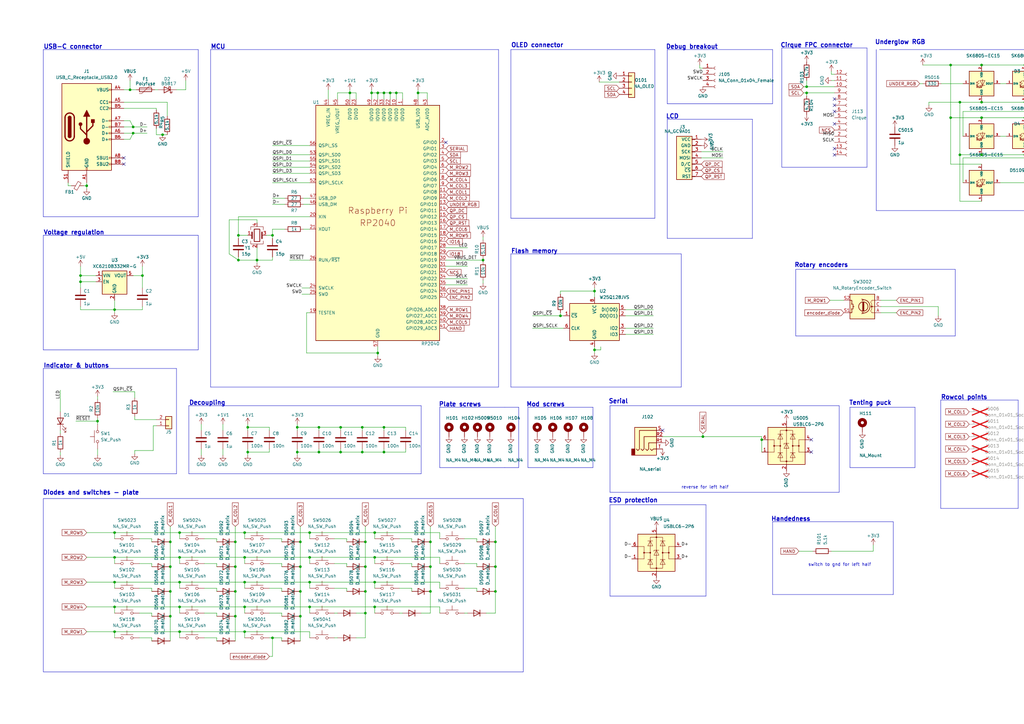
<source format=kicad_sch>
(kicad_sch (version 20250114) (generator "eeschema") (generator_version "9.0")
  (paper "A3")
  (title_block (title "Dilemma") (date "2022-07-12") (rev "1") (company "plut0nium x bastardkb x freznel") (comment 1 "Licensed under CERN-OHL-W v2"))
  (rectangle (start 968.375 55.245) (end 993.775 80.645) (stroke (width 0.2) (type dot)))
  (rectangle (start 1029.335 232.41) (end 1054.735 257.81) (stroke (width 0.2) (type dot)))
  (rectangle (start 1080.135 232.41) (end 1105.535 257.81) (stroke (width 0.2) (type dot)))
  (rectangle (start 993.775 262.89) (end 1019.175 288.29) (stroke (width 0.2) (type dot)))
  (rectangle (start 942.975 139.065) (end 968.375 164.465) (stroke (width 0.2) (type dot)))
  (rectangle (start 878.84 43.18) (end 1106.805 381) (stroke (width 1)))
  (rectangle (start 1019.175 113.665) (end 1044.575 139.065) (stroke (width 0.2) (type dot)))
  (rectangle (start 1019.175 139.065) (end 1044.575 164.465) (stroke (width 0.2) (type dot)))
  (rectangle (start 917.575 300.99) (end 942.975 326.39) (stroke (width 0.2) (type dot)))
  (rectangle (start 993.775 313.69) (end 1019.175 339.09) (stroke (width 0.2) (type dot)))
  (rectangle (start 968.375 270.51) (end 993.775 295.91) (stroke (width 0.2) (type dot)))
  (rectangle (start 892.175 75.565) (end 917.575 100.965) (stroke (width 0.2) (type dot)))
  (rectangle (start 942.975 313.69) (end 968.375 339.09) (stroke (width 0.2) (type dot)))
  (rectangle (start 968.375 346.71) (end 993.775 372.11) (stroke (width 0.2) (type dot)))
  (rectangle (start 998.855 169.545) (end 1024.255 194.945) (stroke (width 0.2) (type dot)))
  (rectangle (start 942.975 339.09) (end 968.375 364.49) (stroke (width 0.2) (type dot)))
  (rectangle (start 15.24 497.84) (end 201.93 570.23))
  (rectangle (start 892.175 275.59) (end 917.575 300.99) (stroke (width 0.2) (type dot)))
  (rectangle (start 1019.175 88.265) (end 1044.575 113.665) (stroke (width 0.2) (type dot)))
  (rectangle (start 993.775 288.29) (end 1019.175 313.69) (stroke (width 0.2) (type dot)))
  (rectangle (start 892.175 126.365) (end 917.575 151.765) (stroke (width 0.2) (type dot)))
  (rectangle (start 993.775 339.09) (end 1019.175 364.49) (stroke (width 0.2) (type dot)))
  (rectangle (start 917.575 75.565) (end 942.975 100.965) (stroke (width 0.2) (type dot)))
  (rectangle (start 917.575 100.965) (end 942.975 126.365) (stroke (width 0.2) (type dot)))
  (rectangle (start 942.975 62.865) (end 968.375 88.265) (stroke (width 0.2) (type dot)))
  (rectangle (start 1075.055 169.545) (end 1100.455 194.945) (stroke (width 0.2) (type dot)))
  (rectangle (start 993.775 139.065) (end 1019.175 164.465) (stroke (width 0.2) (type dot)))
  (rectangle (start 917.575 126.365) (end 942.975 151.765) (stroke (width 0.2) (type dot)))
  (rectangle (start 1049.655 169.545) (end 1075.055 194.945) (stroke (width 0.2) (type dot)))
  (rectangle (start 892.175 300.99) (end 917.575 326.39) (stroke (width 0.2) (type dot)))
  (rectangle (start 942.975 88.265) (end 968.375 113.665) (stroke (width 0.2) (type dot)))
  (rectangle (start 892.175 326.39) (end 917.575 351.79) (stroke (width 0.2) (type dot)))
  (rectangle (start 993.775 113.665) (end 1019.175 139.065) (stroke (width 0.2) (type dot)))
  (rectangle (start 968.375 321.31) (end 993.775 346.71) (stroke (width 0.2) (type dot)))
  (rectangle (start 917.575 250.19) (end 942.975 275.59) (stroke (width 0.2) (type dot)))
  (rectangle (start 942.975 113.665) (end 968.375 139.065) (stroke (width 0.2) (type dot)))
  (rectangle (start 942.975 262.89) (end 968.375 288.29) (stroke (width 0.2) (type dot)))
  (rectangle (start 993.775 88.265) (end 1019.175 113.665) (stroke (width 0.2) (type dot)))
  (rectangle (start 917.575 275.59) (end 942.975 300.99) (stroke (width 0.2) (type dot)))
  (rectangle (start 892.175 250.19) (end 917.575 275.59) (stroke (width 0.2) (type dot)))
  (rectangle (start 968.375 295.91) (end 993.775 321.31) (stroke (width 0.2) (type dot)))
  (rectangle (start 993.775 62.865) (end 1019.175 88.265) (stroke (width 0.2) (type dot)))
  (rectangle (start 17.78 204.47) (end 214.63 275.59))
  (rectangle (start 968.375 131.445) (end 993.775 156.845) (stroke (width 0.2) (type dot)))
  (rectangle (start 892.175 100.965) (end 917.575 126.365) (stroke (width 0.2) (type dot)))
  (rectangle (start 1003.935 232.41) (end 1029.335 257.81) (stroke (width 0.2) (type dot)))
  (rectangle (start 1054.735 232.41) (end 1080.135 257.81) (stroke (width 0.2) (type dot)))
  (rectangle (start 1019.175 339.09) (end 1044.575 364.49) (stroke (width 0.2) (type dot)))
  (rectangle (start 1019.175 313.69) (end 1044.575 339.09) (stroke (width 0.2) (type dot)))
  (rectangle (start 917.575 326.39) (end 942.975 351.79) (stroke (width 0.2) (type dot)))
  (rectangle (start 968.375 80.645) (end 993.775 106.045) (stroke (width 0.2) (type dot)))
  (rectangle (start 892.175 151.765) (end 917.575 177.165) (stroke (width 0.2) (type dot)))
  (rectangle (start 1024.255 169.545) (end 1049.655 194.945) (stroke (width 0.2) (type dot)))
  (rectangle (start 1019.175 288.29) (end 1044.575 313.69) (stroke (width 0.2) (type dot)))
  (rectangle (start 1019.175 62.865) (end 1044.575 88.265) (stroke (width 0.2) (type dot)))
  (rectangle (start 968.375 106.045) (end 993.775 131.445) (stroke (width 0.2) (type dot)))
  (rectangle (start 917.575 151.765) (end 942.975 177.165) (stroke (width 0.2) (type dot)))
  (rectangle (start 942.975 288.29) (end 968.375 313.69) (stroke (width 0.2) (type dot)))
  (rectangle (start 1019.175 262.89) (end 1044.575 288.29) (stroke (width 0.2) (type dot)))
  (text "USB-C connector" (at 15.24 315.595 0) (effects (font (size 1.778 1.778) (thickness 0.3556) (bold yes)) (justify left bottom)))
  (text "Debug breakout" (at 273.05 20.32 0) (effects (font (size 1.778 1.778) (thickness 0.3556) (bold yes)) (justify left bottom)))
  (text "ESD protection" (at 249.555 206.375 0) (effects (font (size 1.778 1.778) (thickness 0.3556) (bold yes)) (justify left bottom)))
  (text "Decoupling" (at 77.47 166.37 0) (effects (font (size 1.778 1.778) (thickness 0.3556) (bold yes)) (justify left bottom)))
  (text "switch to gnd for left half" (at 328.93 528.955 0) (effects (font (size 1.27 1.27)) (justify left bottom)))
  (text "USB-C connector" (at 17.78 20.32 0) (effects (font (size 1.778 1.778) (thickness 0.3556) (bold yes)) (justify left bottom)))
  (text "Rotary encoders" (at 325.755 109.855 0) (effects (font (size 1.778 1.778) (thickness 0.3556) (bold yes)) (justify left bottom)))
  (text "RST button" (at 466.09 397.51 0) (effects (font (size 1.778 1.778) (thickness 0.3556) (bold yes)) (justify left bottom)))
  (text "Diodes and switches - plate" (at 57.15 203.2 0) (effects (font (size 1.778 1.778) (thickness 0.3556) (bold yes)) (justify right bottom)))
  (text "LCD" (at 273.05 48.895 0) (effects (font (size 1.778 1.778) (thickness 0.3556) (bold yes)) (justify left bottom)))
  (text "Underglow RGB" (at 356.235 313.69 0) (effects (font (size 1.778 1.778) (thickness 0.3556) (bold yes)) (justify left bottom)))
  (text "Cirque FPC connector" (at 320.04 19.685 0) (effects (font (size 1.778 1.778) (thickness 0.3556) (bold yes)) (justify left bottom)))
  (text "Rotary encoders" (at 323.215 405.13 0) (effects (font (size 1.778 1.778) (thickness 0.3556) (bold yes)) (justify left bottom)))
  (text "Mod screws" (at 231.775 167.005 0) (effects (font (size 1.778 1.778) (thickness 0.3556) (bold yes)) (justify right bottom)))
  (text "Plate screws" (at 194.945 462.28 0) (effects (font (size 1.778 1.778) (thickness 0.3556) (bold yes)) (justify right bottom)))
  (text "Indicator & buttons" (at 17.78 151.13 0) (effects (font (size 1.778 1.778) (thickness 0.3556) (bold yes)) (justify left bottom)))
  (text "MCU" (at 83.82 315.595 0) (effects (font (size 1.778 1.778) (thickness 0.3556) (bold yes)) (justify left bottom)))
  (text "Rowcol points" (at 463.296 426.974 0) (effects (font (size 1.778 1.778) (thickness 0.3556) (bold yes)) (justify left bottom)))
  (text "Indicator & buttons" (at 15.24 446.405 0) (effects (font (size 1.778 1.778) (thickness 0.3556) (bold yes)) (justify left bottom)))
  (text "Voltage regulation" (at 17.78 96.52 0) (effects (font (size 1.778 1.778) (thickness 0.3556) (bold yes)) (justify left bottom)))
  (text "switch to gnd for left half" (at 331.47 232.41 0) (effects (font (size 1.27 1.27)) (justify left bottom)))
  (text "Handedness" (at 316.23 213.995 0) (effects (font (size 1.778 1.778) (thickness 0.3556) (bold yes)) (justify left bottom)))
  (text "Rowcol points" (at 385.826 164.084 0) (effects (font (size 1.778 1.778) (thickness 0.3556) (bold yes)) (justify left bottom)))
  (text "Breakout" (at 424.18 103.505 0) (effects (font (size 1.778 1.778) (thickness 0.3556) (bold yes)) (justify left bottom)))
  (text "Handedness" (at 313.69 510.54 0) (effects (font (size 1.778 1.778) (thickness 0.3556) (bold yes)) (justify left bottom)))
  (text "Serial" (at 249.555 165.735 0) (effects (font (size 1.778 1.778) (thickness 0.3556) (bold yes)) (justify left bottom)))
  (text "Flash memory" (at 207.01 399.415 0) (effects (font (size 1.778 1.778) (thickness 0.3556) (bold yes)) (justify left bottom)))
  (text "Breakout" (at 421.64 398.78 0) (effects (font (size 1.778 1.778) (thickness 0.3556) (bold yes)) (justify left bottom)))
  (text "Serial" (at 247.015 461.01 0) (effects (font (size 1.778 1.778) (thickness 0.3556) (bold yes)) (justify left bottom)))
  (text "Decoupling" (at 74.93 461.645 0) (effects (font (size 1.778 1.778) (thickness 0.3556) (bold yes)) (justify left bottom)))
  (text "Tenting puck" (at 365.76 166.37 0) (effects (font (size 1.778 1.778) (thickness 0.3556) (bold yes)) (justify right bottom)))
  (text "Plate screws" (at 197.485 167.005 0) (effects (font (size 1.778 1.778) (thickness 0.3556) (bold yes)) (justify right bottom)))
  (text "Per-key RGB" (at 878.84 40.64 0) (effects (font (size 1.778 1.778) (thickness 0.3556) (bold yes)) (justify left bottom)))
  (text "ESD protection" (at 247.015 502.92 0) (effects (font (size 1.778 1.778) (thickness 0.3556) (bold yes)) (justify left bottom)))
  (text "Underglow RGB" (at 358.775 18.415 0) (effects (font (size 1.778 1.778) (thickness 0.3556) (bold yes)) (justify left bottom)))
  (text "LCD" (at 270.51 344.17 0) (effects (font (size 1.778 1.778) (thickness 0.3556) (bold yes)) (justify left bottom)))
  (text "OLED connector" (at 207.01 314.96 0) (effects (font (size 1.778 1.778) (thickness 0.3556) (bold yes)) (justify left bottom)))
  (text "OLED connector" (at 209.55 19.685 0) (effects (font (size 1.778 1.778) (thickness 0.3556) (bold yes)) (justify left bottom)))
  (text "Cirque FPC connector" (at 317.5 314.96 0) (effects (font (size 1.778 1.778) (thickness 0.3556) (bold yes)) (justify left bottom)))
  (text "reverse for left half" (at 279.4 200.66 0) (effects (font (size 1.27 1.27)) (justify left bottom)))
  (text "MCU" (at 86.36 20.32 0) (effects (font (size 1.778 1.778) (thickness 0.3556) (bold yes)) (justify left bottom)))
  (text "Mouse bites" (at 468.63 127 0) (effects (font (size 1.778 1.778) (thickness 0.3556) (bold yes)) (justify left bottom)))
  (text "Mod screws" (at 229.235 462.28 0) (effects (font (size 1.778 1.778) (thickness 0.3556) (bold yes)) (justify right bottom)))
  (text "Debug breakout" (at 270.51 315.595 0) (effects (font (size 1.778 1.778) (thickness 0.3556) (bold yes)) (justify left bottom)))
  (text "Voltage regulation" (at 15.24 391.795 0) (effects (font (size 1.778 1.778) (thickness 0.3556) (bold yes)) (justify left bottom)))
  (text "Flash memory" (at 209.55 104.14 0) (effects (font (size 1.778 1.778) (thickness 0.3556) (bold yes)) (justify left bottom)))
  (text "RST button" (at 467.36 102.87 0) (effects (font (size 1.778 1.778) (thickness 0.3556) (bold yes)) (justify left bottom)))
  (text "Diodes and switches - plate" (at 54.61 495.3 0) (effects (font (size 1.778 1.778) (thickness 0.3556) (bold yes)) (justify right bottom)))
  (junction (at 63.5 538.48))
  (junction (at 420.37 48.26))
  (junction (at 558.165 41.91))
  (junction (at 453.39 337.82))
  (junction (at 420.37 41.91))
  (junction (at 330.835 38.1))
  (junction (at 176.53 222.25))
  (junction (at 123.19 242.57))
  (junction (at 73.66 218.44))
  (junction (at 455.93 344.17))
  (junction (at 153.67 248.92))
  (junction (at 53.34 36.83))
  (junction (at 40.64 514.35))
  (junction (at 147.32 544.83))
  (junction (at 69.85 222.25))
  (junction (at 67.31 554.99))
  (junction (at 488.95 26.67))
  (junction (at 473.71 337.82))
  (junction (at 400.05 337.82))
  (junction (at 127 248.92))
  (junction (at 143.51 547.37))
  (junction (at 63.5 518.16))
  (junction (at 52.07 347.345))
  (junction (at 140.97 333.375))
  (junction (at 391.16 359.41))
  (junction (at 55.88 408.305))
  (junction (at 90.17 538.48))
  (junction (at 73.66 238.76))
  (junction (at 46.99 127))
  (junction (at 143.51 528.32))
  (junction (at 105.41 106.68))
  (junction (at 288.29 179.07))
  (junction (at 473.71 41.91))
  (junction (at 488.95 41.91))
  (junction (at 149.86 242.57))
  (junction (at 154.94 38.1))
  (junction (at 50.8 332.105))
  (junction (at 111.76 261.62))
  (junction (at 176.53 232.41))
  (junction (at 46.99 248.92))
  (junction (at 302.26 476.25))
  (junction (at 400.05 344.17))
  (junction (at 402.59 63.5))
  (junction (at 160.02 333.375))
  (junction (at 196.85 518.16))
  (junction (at 458.47 48.26))
  (junction (at 30.48 408.305))
  (junction (at 504.825 41.91))
  (junction (at 162.56 38.1))
  (junction (at 170.18 528.32))
  (junction (at 420.37 26.67))
  (junction (at 509.27 344.17))
  (junction (at 552.45 322.58))
  (junction (at 508 337.82))
  (junction (at 63.5 350.52))
  (junction (at 540.385 26.67))
  (junction (at 154.94 333.375))
  (junction (at 490.22 322.58))
  (junction (at 137.16 480.695))
  (junction (at 504.825 26.67))
  (junction (at 93.98 514.35))
  (junction (at 281.94 476.25))
  (junction (at 46.99 218.44))
  (junction (at 128.27 480.695))
  (junction (at 393.7 41.91))
  (junction (at 438.15 41.91))
  (junction (at 67.31 534.67))
  (junction (at 387.35 322.58))
  (junction (at 111.76 96.52))
  (junction (at 149.86 251.46))
  (junction (at 391.16 337.82))
  (junction (at 127 218.44))
  (junction (at 435.61 322.58))
  (junction (at 435.61 344.17))
  (junction (at 46.99 259.08))
  (junction (at 149.86 222.25))
  (junction (at 579.755 344.17))
  (junction (at 170.18 538.48))
  (junction (at 157.48 185.42))
  (junction (at 417.83 337.82))
  (junction (at 570.23 322.58))
  (junction (at 101.6 185.42))
  (junction (at 40.64 544.83))
  (junction (at 46.99 238.76))
  (junction (at 52.07 349.885))
  (junction (at 328.295 330.835))
  (junction (at 473.71 344.17))
  (junction (at 170.18 518.16))
  (junction (at 330.835 35.56))
  (junction (at 90.17 548.64))
  (junction (at 389.89 48.26))
  (junction (at 417.83 359.41))
  (junction (at 54.61 52.07))
  (junction (at 96.52 252.73))
  (junction (at 137.16 470.535))
  (junction (at 527.685 337.82))
  (junction (at 455.93 359.41))
  (junction (at 157.48 38.1))
  (junction (at 105.41 557.53))
  (junction (at 93.98 524.51))
  (junction (at 37.465 467.995))
  (junction (at 509.27 359.41))
  (junction (at 67.31 524.51))
  (junction (at 417.83 344.17))
  (junction (at 69.85 232.41))
  (junction (at 97.79 96.52))
  (junction (at 511.81 63.5))
  (junction (at 157.48 175.26))
  (junction (at 552.45 337.82))
  (junction (at 582.93 63.5))
  (junction (at 101.6 175.26))
  (junction (at 44.45 422.275))
  (junction (at 100.33 259.08))
  (junction (at 561.975 344.17))
  (junction (at 121.92 185.42))
  (junction (at 100.33 238.76))
  (junction (at 241.3 414.655))
  (junction (at 148.59 185.42))
  (junction (at 227.33 424.815))
  (junction (at 119.38 480.695))
  (junction (at 420.37 63.5))
  (junction (at 153.67 238.76))
  (junction (at 154.94 480.695))
  (junction (at 579.755 359.41))
  (junction (at 491.49 344.17))
  (junction (at 99.06 480.695))
  (junction (at 476.25 63.5))
  (junction (at 130.81 175.26))
  (junction (at 196.85 538.48))
  (junction (at 529.59 48.26))
  (junction (at 148.59 175.26))
  (junction (at 152.4 38.1))
  (junction (at 458.47 63.5))
  (junction (at 203.2 232.41))
  (junction (at 544.195 359.41))
  (junction (at 312.42 180.34))
  (junction (at 473.71 359.41))
  (junction (at 438.15 26.67))
  (junction (at 387.35 344.17))
  (junction (at 494.03 63.5))
  (junction (at 160.02 38.1))
  (junction (at 63.5 548.64))
  (junction (at 30.48 410.845))
  (junction (at 473.71 26.67))
  (junction (at 529.59 63.5))
  (junction (at 95.25 391.795))
  (junction (at 93.98 544.83))
  (junction (at 120.65 514.35))
  (junction (at 116.84 528.32))
  (junction (at 73.66 248.92))
  (junction (at 100.33 218.44))
  (junction (at 328.295 333.375))
  (junction (at 40.005 172.72))
  (junction (at 154.94 470.535))
  (junction (at 147.32 524.51))
  (junction (at 63.5 528.32))
  (junction (at 109.22 391.795))
  (junction (at 93.98 554.99))
  (junction (at 143.51 538.48))
  (junction (at 561.975 359.41))
  (junction (at 153.67 228.6))
  (junction (at 100.33 228.6))
  (junction (at 33.02 113.03))
  (junction (at 147.32 514.35))
  (junction (at 511.81 48.26))
  (junction (at 146.05 480.695))
  (junction (at 116.84 548.64))
  (junction (at 171.45 38.1))
  (junction (at 127 238.76))
  (junction (at 120.65 544.83))
  (junction (at 139.7 185.42))
  (junction (at 453.39 322.58))
  (junction (at 100.33 248.92))
  (junction (at 455.93 26.67))
  (junction (at 154.94 144.78))
  (junction (at 476.25 48.26))
  (junction (at 544.195 344.17))
  (junction (at 35.56 76.2))
  (junction (at 473.71 322.58))
  (junction (at 417.83 322.58))
  (junction (at 582.93 48.26))
  (junction (at 527.685 322.58))
  (junction (at 526.415 359.41))
  (junction (at 116.84 538.48))
  (junction (at 198.12 106.68))
  (junction (at 494.03 48.26))
  (junction (at 46.99 228.6))
  (junction (at 116.84 518.16))
  (junction (at 58.42 113.03))
  (junction (at 196.85 528.32))
  (junction (at 229.87 129.54))
  (junction (at 195.58 401.955))
  (junction (at 127 228.6))
  (junction (at 438.15 63.5))
  (junction (at 435.61 359.41))
  (junction (at 153.67 218.44))
  (junction (at 90.17 528.32))
  (junction (at 558.165 26.67))
  (junction (at 99.06 470.535))
  (junction (at 565.15 48.26))
  (junction (at 139.7 175.26))
  (junction (at 147.32 534.67))
  (junction (at 95.25 401.955))
  (junction (at 157.48 333.375))
  (junction (at 400.05 359.41))
  (junction (at 393.7 63.5))
  (junction (at 565.15 63.5))
  (junction (at 102.87 401.955))
  (junction (at 66.675 55.245))
  (junction (at 123.19 222.25))
  (junction (at 40.64 554.99))
  (junction (at 522.605 26.67))
  (junction (at 570.23 337.82))
  (junction (at 402.59 48.26))
  (junction (at 130.81 185.42))
  (junction (at 97.79 106.68))
  (junction (at 508 322.58))
  (junction (at 143.51 518.16))
  (junction (at 490.22 337.82))
  (junction (at 203.2 242.57))
  (junction (at 152.4 440.055))
  (junction (at 90.17 518.16))
  (junction (at 438.15 48.26))
  (junction (at 547.37 63.5))
  (junction (at 455.93 41.91))
  (junction (at 540.385 41.91))
  (junction (at 120.65 534.67))
  (junction (at 73.66 228.6))
  (junction (at 33.02 115.57))
  (junction (at 54.61 54.61))
  (junction (at 73.66 259.08))
  (junction (at 243.84 119.38))
  (junction (at 69.85 242.57))
  (junction (at 547.37 48.26))
  (junction (at 168.91 333.375))
  (junction (at 526.415 344.17))
  (junction (at 96.52 242.57))
  (junction (at 40.64 534.67))
  (junction (at 67.31 544.83))
  (junction (at 128.27 470.535))
  (junction (at 33.02 371.475))
  (junction (at 93.98 534.67))
  (junction (at 143.51 38.1))
  (junction (at 203.2 222.25))
  (junction (at 67.31 514.35))
  (junction (at 96.52 222.25))
  (junction (at 96.52 232.41))
  (junction (at 152.4 333.375))
  (junction (at 435.61 337.82))
  (junction (at 522.605 41.91))
  (junction (at 40.64 524.51))
  (junction (at 491.49 359.41))
  (junction (at 123.19 252.73))
  (junction (at 176.53 242.57))
  (junction (at 146.05 470.535))
  (junction (at 149.86 232.41))
  (junction (at 120.65 524.51))
  (junction (at 402.59 26.67))
  (junction (at 243.84 143.51))
  (junction (at 149.86 333.375))
  (junction (at 402.59 41.91))
  (junction (at 119.38 470.535))
  (junction (at 121.92 175.26))
  (junction (at 400.05 322.58))
  (junction (at 389.89 26.67))
  (junction (at 69.85 252.73))
  (junction (at 123.19 232.41))
  (no_connect (at 342.265 50.8))
  (no_connect (at 342.265 40.64))
  (no_connect (at 342.265 43.18))
  (no_connect (at 342.265 60.96))
  (no_connect (at 342.265 63.5))
  (no_connect (at 180.34 353.695))
  (no_connect (at 473.71 158.75))
  (no_connect (at 339.725 340.995))
  (no_connect (at 50.8 64.77))
  (no_connect (at 50.8 67.31))
  (no_connect (at 342.265 45.72))
  (no_connect (at 182.88 58.42))
  (no_connect (at 490.22 137.16))
  (no_connect (at 478.79 158.75))
  (no_connect (at 332.74 185.42))
  (no_connect (at 339.725 346.075))
  (no_connect (at 485.14 137.16))
  (no_connect (at 332.74 180.34))
  (no_connect (at 339.725 335.915))
  (no_connect (at 1095.375 182.245))
  (no_connect (at 48.26 360.045))
  (no_connect (at 339.725 338.455))
  (no_connect (at 899.16 330.2))
  (no_connect (at 322.58 481.33))
  (no_connect (at 478.79 137.16))
  (no_connect (at 485.14 158.75))
  (no_connect (at 473.71 137.16))
  (no_connect (at 1100.455 245.11))
  (no_connect (at 271.78 176.53))
  (no_connect (at 264.16 473.71))
  (no_connect (at 322.58 476.25))
  (no_connect (at 339.725 356.235))
  (no_connect (at 339.725 358.775))
  (no_connect (at 490.22 158.75))
  (no_connect (at 48.26 362.585))
  (polyline (pts (xy 348.615 167.005) (xy 348.615 191.77)))
  (wire (pts (xy 96.52 215.9) (xy 96.52 222.25)))
  (wire (pts (xy 171.45 38.1) (xy 171.45 40.64)))
  (wire (pts (xy 241.3 437.515) (xy 241.3 440.055)))
  (wire (pts (xy 25.4 370.205) (xy 25.4 371.475)))
  (wire (pts (xy 965.835 67.945) (xy 965.835 75.565)))
  (wire (pts (xy 67.31 547.37) (xy 67.31 544.83)))
  (wire (pts (xy 552.45 322.58) (xy 570.23 322.58)))
  (wire (pts (xy 88.9 220.98) (xy 88.9 222.25)))
  (polyline (pts (xy 276.86 454.025) (xy 276.86 399.415)))
  (wire (pts (xy 35.56 238.76) (xy 46.99 238.76)))
  (wire (pts (xy 407.67 370.84) (xy 426.085 370.84)))
  (wire (pts (xy 116.84 511.81) (xy 116.84 518.16)))
  (wire (pts (xy 33.02 115.57) (xy 33.02 118.11)))
  (wire (pts (xy 120.65 544.83) (xy 147.32 544.83)))
  (wire (pts (xy 176.53 222.25) (xy 176.53 232.41)))
  (wire (pts (xy 105.41 91.44) (xy 105.41 90.17)))
  (wire (pts (xy 118.745 106.68) (xy 127 106.68)))
  (wire (pts (xy 58.42 109.22) (xy 58.42 113.03)))
  (wire (pts (xy 195.58 231.14) (xy 195.58 232.41)))
  (wire (pts (xy 100.33 241.3) (xy 100.33 238.76)))
  (wire (pts (xy 170.18 518.16) (xy 170.18 528.32)))
  (wire (pts (xy 455.93 26.67) (xy 473.71 26.67)))
  (polyline (pts (xy 314.325 315.595) (xy 314.325 337.82)))
  (wire (pts (xy 55.245 170.815) (xy 55.245 172.085)))
  (wire (pts (xy 516.89 351.79) (xy 518.795 351.79)))
  (wire (pts (xy 69.85 332.105) (xy 73.66 332.105)))
  (wire (pts (xy 82.55 173.99) (xy 82.55 176.53)))
  (wire (pts (xy 153.67 220.98) (xy 153.67 218.44)))
  (wire (pts (xy 109.22 527.05) (xy 109.22 528.32)))
  (wire (pts (xy 1024.255 245.11) (xy 1034.415 245.11)))
  (wire (pts (xy 387.35 322.58) (xy 400.05 322.58)))
  (wire (pts (xy 62.23 251.46) (xy 62.23 252.73)))
  (wire (pts (xy 327.025 333.375) (xy 328.295 333.375)))
  (wire (pts (xy 267.97 134.62) (xy 256.54 134.62)))
  (wire (pts (xy 897.255 88.265) (xy 888.365 88.265)))
  (wire (pts (xy 30.48 421.005) (xy 30.48 422.275)))
  (wire (pts (xy 227.33 423.545) (xy 227.33 424.815)))
  (wire (pts (xy 529.59 48.26) (xy 511.81 48.26)))
  (wire (pts (xy 265.43 429.895) (xy 254 429.895)))
  (wire (pts (xy 420.37 48.26) (xy 402.59 48.26)))
  (wire (pts (xy 963.295 93.345) (xy 973.455 93.345)))
  (wire (pts (xy 501.65 55.88) (xy 504.19 55.88)))
  (wire (pts (xy 109.22 376.555) (xy 114.3 376.555)))
  (wire (pts (xy 22.225 471.805) (xy 22.225 473.075)))
  (polyline (pts (xy 83.82 454.025) (xy 201.93 454.025)))
  (wire (pts (xy 435.61 359.41) (xy 455.93 359.41)))
  (wire (pts (xy 40.005 184.15) (xy 40.005 186.69)))
  (wire (pts (xy 157.48 547.37) (xy 158.75 547.37)))
  (wire (pts (xy 142.24 241.3) (xy 142.24 242.57)))
  (wire (pts (xy 1048.385 167.005) (xy 995.045 167.005)))
  (wire (pts (xy 101.6 175.26) (xy 110.49 175.26)))
  (wire (pts (xy 121.92 173.99) (xy 121.92 175.26)))
  (wire (pts (xy 80.01 479.425) (xy 80.01 481.965)))
  (wire (pts (xy 82.55 557.53) (xy 82.55 558.8)))
  (wire (pts (xy 40.64 544.83) (xy 67.31 544.83)))
  (polyline (pts (xy 17.78 194.31) (xy 72.39 194.31)))
  (wire (pts (xy 937.895 113.665) (xy 940.435 113.665)))
  (wire (pts (xy 965.835 75.565) (xy 963.295 75.565)))
  (wire (pts (xy 1000.76 259.08) (xy 1000.76 245.11)))
  (wire (pts (xy 149.86 251.46) (xy 149.86 261.62)))
  (wire (pts (xy 327.025 330.835) (xy 328.295 330.835)))
  (polyline (pts (xy 268.605 20.32) (xy 268.605 89.535)))
  (wire (pts (xy 102.87 386.715) (xy 102.87 385.445)))
  (wire (pts (xy 445.77 55.88) (xy 450.85 55.88)))
  (wire (pts (xy 565.785 34.29) (xy 569.595 34.29)))
  (wire (pts (xy 884.555 313.69) (xy 897.255 313.69)))
  (wire (pts (xy 46.99 259.08) (xy 73.66 259.08)))
  (polyline (pts (xy 204.47 158.75) (xy 204.47 20.32)))
  (wire (pts (xy 1039.495 100.965) (xy 1050.925 100.965)))
  (wire (pts (xy 173.99 537.21) (xy 173.99 534.67)))
  (wire (pts (xy 93.98 514.35) (xy 120.65 514.35)))
  (polyline (pts (xy 566.42 382.27) (xy 356.87 382.27)))
  (wire (pts (xy 172.72 251.46) (xy 176.53 251.46)))
  (polyline (pts (xy 273.685 20.32) (xy 316.865 20.32)))
  (wire (pts (xy 123.19 222.25) (xy 123.19 232.41)))
  (wire (pts (xy 50.8 54.61) (xy 54.61 54.61)))
  (wire (pts (xy 328.295 333.375) (xy 339.725 333.375)))
  (wire (pts (xy 196.85 538.48) (xy 196.85 547.37)))
  (wire (pts (xy 105.41 557.53) (xy 105.41 565.15)))
  (polyline (pts (xy 207.01 191.77) (xy 180.34 191.77)))
  (wire (pts (xy 184.15 537.21) (xy 189.23 537.21)))
  (wire (pts (xy 123.19 440.055) (xy 152.4 440.055)))
  (wire (pts (xy 420.37 41.91) (xy 438.15 41.91)))
  (wire (pts (xy 91.44 173.99) (xy 91.44 176.53)))
  (wire (pts (xy 162.56 335.915) (xy 162.56 333.375)))
  (wire (pts (xy 288.29 27.94) (xy 287.02 27.94)))
  (wire (pts (xy 937.895 262.89) (xy 937.895 265.43)))
  (wire (pts (xy 123.825 118.11) (xy 127 118.11)))
  (wire (pts (xy 110.49 261.62) (xy 111.76 261.62)))
  (wire (pts (xy 227.33 415.925) (xy 227.33 414.655)))
  (wire (pts (xy 245.745 33.655) (xy 254 33.655)))
  (wire (pts (xy 61.595 469.9) (xy 60.325 469.9)))
  (polyline (pts (xy 314.325 337.82) (xy 271.145 337.82)))
  (wire (pts (xy 196.85 518.16) (xy 196.85 528.32)))
  (wire (pts (xy 50.8 537.21) (xy 55.88 537.21)))
  (wire (pts (xy 35.56 248.92) (xy 46.99 248.92)))
  (polyline (pts (xy 355.6 19.685) (xy 355.6 68.58)))
  (wire (pts (xy 64.135 55.245) (xy 66.675 55.245)))
  (wire (pts (xy 147.32 534.67) (xy 173.99 534.67)))
  (wire (pts (xy 912.495 88.265) (xy 922.655 88.265)))
  (wire (pts (xy 1039.495 151.765) (xy 1048.385 151.765)))
  (wire (pts (xy 267.97 137.16) (xy 256.54 137.16)))
  (polyline (pts (xy 279.4 104.14) (xy 209.55 104.14)))
  (wire (pts (xy 195.58 241.3) (xy 195.58 242.57)))
  (wire (pts (xy 111.76 66.04) (xy 127 66.04)))
  (wire (pts (xy 182.88 101.6) (xy 191.77 101.6)))
  (polyline (pts (xy 271.145 315.595) (xy 271.145 337.82)))
  (wire (pts (xy 44.45 422.275) (xy 55.88 422.275)))
  (wire (pts (xy 435.61 344.17) (xy 455.93 344.17)))
  (wire (pts (xy 105.41 557.53) (xy 109.22 557.53)))
  (polyline (pts (xy 306.07 344.17) (xy 306.07 393.065)))
  (polyline (pts (xy 180.34 167.005) (xy 207.01 167.005)))
  (wire (pts (xy 463.55 34.29) (xy 466.09 34.29)))
  (wire (pts (xy 88.9 469.265) (xy 88.9 471.805)))
  (wire (pts (xy 110.49 251.46) (xy 115.57 251.46)))
  (wire (pts (xy 180.34 241.3) (xy 180.34 238.76)))
  (polyline (pts (xy 468.63 127) (xy 500.38 127)))
  (polyline (pts (xy 389.255 433.07) (xy 323.85 433.07)))
  (wire (pts (xy 30.48 422.275) (xy 44.45 422.275)))
  (wire (pts (xy 329.565 38.1) (xy 330.835 38.1)))
  (wire (pts (xy 130.81 557.53) (xy 132.08 557.53)))
  (wire (pts (xy 337.82 418.465) (xy 343.535 418.465)))
  (wire (pts (xy 391.16 378.46) (xy 391.16 359.41)))
  (wire (pts (xy 912.495 164.465) (xy 922.655 164.465)))
  (wire (pts (xy 152.4 333.375) (xy 154.94 333.375)))
  (wire (pts (xy 72.39 36.83) (xy 76.2 36.83)))
  (wire (pts (xy 50.8 332.105) (xy 53.34 332.105)))
  (wire (pts (xy 93.98 547.37) (xy 93.98 544.83)))
  (wire (pts (xy 374.65 330.2) (xy 377.19 330.2)))
  (wire (pts (xy 96.52 232.41) (xy 96.52 242.57)))
  (wire (pts (xy 121.92 185.42) (xy 130.81 185.42)))
  (wire (pts (xy 884.555 339.09) (xy 884.555 313.69)))
  (wire (pts (xy 948.055 154.305) (xy 948.055 151.765)))
  (wire (pts (xy 69.85 252.73) (xy 69.85 262.89)))
  (wire (pts (xy 940.435 313.69) (xy 940.435 323.85)))
  (wire (pts (xy 111.76 261.62) (xy 115.57 261.62)))
  (polyline (pts (xy 289.56 207.01) (xy 289.56 244.475)))
  (wire (pts (xy 499.11 351.79) (xy 501.65 351.79)))
  (wire (pts (xy 29.21 534.67) (xy 40.64 534.67)))
  (wire (pts (xy 180.34 404.495) (xy 189.23 404.495)))
  (wire (pts (xy 73.66 218.44) (xy 100.33 218.44)))
  (wire (pts (xy 400.05 363.22) (xy 387.35 363.22)))
  (wire (pts (xy 427.99 55.88) (xy 430.53 55.88)))
  (wire (pts (xy 443.23 351.79) (xy 448.31 351.79)))
  (wire (pts (xy 530.225 34.29) (xy 532.765 34.29)))
  (polyline (pts (xy 308.61 48.895) (xy 308.61 97.79)))
  (wire (pts (xy 95.25 384.175) (xy 124.46 384.175)))
  (wire (pts (xy 73.66 238.76) (xy 100.33 238.76)))
  (wire (pts (xy 595.63 330.2) (xy 595.63 341.63)))
  (wire (pts (xy 153.67 228.6) (xy 180.34 228.6)))
  (wire (pts (xy 33.02 113.03) (xy 39.37 113.03)))
  (wire (pts (xy 64.135 52.705) (xy 64.135 55.245)))
  (wire (pts (xy 116.84 518.16) (xy 116.84 528.32)))
  (wire (pts (xy 101.6 175.26) (xy 101.6 176.53)))
  (wire (pts (xy 215.9 429.895) (xy 228.6 429.895)))
  (wire (pts (xy 587.375 351.79) (xy 589.915 351.79)))
  (wire (pts (xy 243.84 118.11) (xy 243.84 119.38)))
  (wire (pts (xy 66.04 337.185) (xy 66.04 342.9)))
  (wire (pts (xy 40.64 516.89) (xy 40.64 514.35)))
  (wire (pts (xy 1014.095 126.365) (xy 1024.255 126.365)))
  (wire (pts (xy 184.15 527.05) (xy 189.23 527.05)))
  (wire (pts (xy 73.66 228.6) (xy 100.33 228.6)))
  (wire (pts (xy 109.22 96.52) (xy 111.76 96.52)))
  (polyline (pts (xy 326.39 110.49) (xy 391.795 110.49)))
  (wire (pts (xy 157.48 537.21) (xy 162.56 537.21)))
  (wire (pts (xy 63.5 36.83) (xy 64.77 36.83)))
  (wire (pts (xy 105.41 106.68) (xy 105.41 107.95)))
  (wire (pts (xy 168.91 220.98) (xy 168.91 222.25)))
  (wire (pts (xy 40.64 554.99) (xy 67.31 554.99)))
  (wire (pts (xy 110.49 220.98) (xy 115.57 220.98)))
  (wire (pts (xy 162.56 38.1) (xy 165.1 38.1)))
  (polyline (pts (xy 15.24 438.785) (xy 15.24 391.795)))
  (wire (pts (xy 190.5 231.14) (xy 195.58 231.14)))
  (wire (pts (xy 455.93 41.91) (xy 473.71 41.91)))
  (wire (pts (xy 384.81 330.2) (xy 392.43 330.2)))
  (wire (pts (xy 189.23 516.89) (xy 189.23 518.16)))
  (wire (pts (xy 338.455 325.755) (xy 338.455 324.485)))
  (wire (pts (xy 394.97 45.72) (xy 584.835 45.72)))
  (wire (pts (xy 127 261.62) (xy 127 259.08)))
  (wire (pts (xy 196.85 528.32) (xy 196.85 538.48)))
  (wire (pts (xy 99.06 470.535) (xy 99.06 471.805)))
  (wire (pts (xy 152.4 440.055) (xy 152.4 441.325)))
  (wire (pts (xy 121.92 175.26) (xy 130.81 175.26)))
  (wire (pts (xy 948.055 126.365) (xy 948.055 133.985)))
  (wire (pts (xy 157.48 333.375) (xy 157.48 335.915)))
  (wire (pts (xy 153.67 251.46) (xy 153.67 248.92)))
  (wire (pts (xy 453.39 322.58) (xy 473.71 322.58)))
  (wire (pts (xy 106.68 391.795) (xy 109.22 391.795)))
  (wire (pts (xy 100.33 251.46) (xy 100.33 248.92)))
  (polyline (pts (xy 360.68 20.32) (xy 568.96 20.32)))
  (wire (pts (xy 1049.655 326.39) (xy 1049.655 300.99)))
  (wire (pts (xy 473.71 337.82) (xy 490.22 337.82)))
  (polyline (pts (xy 495.046 426.974) (xy 495.046 471.424)))
  (wire (pts (xy 100.33 228.6) (xy 127 228.6)))
  (wire (pts (xy 88.9 261.62) (xy 88.9 262.89)))
  (wire (pts (xy 600.71 63.5) (xy 582.93 63.5)))
  (wire (pts (xy 937.895 265.43) (xy 948.055 265.43)))
  (wire (pts (xy 93.98 554.99) (xy 120.65 554.99)))
  (wire (pts (xy 463.55 351.79) (xy 466.09 351.79)))
  (polyline (pts (xy 389.255 405.765) (xy 389.255 433.07)))
  (wire (pts (xy 496.57 34.29) (xy 497.205 34.29)))
  (wire (pts (xy 97.79 96.52) (xy 97.79 88.9)))
  (wire (pts (xy 50.8 344.805) (xy 52.07 347.345)))
  (wire (pts (xy 526.415 344.17) (xy 544.195 344.17)))
  (wire (pts (xy 115.57 261.62) (xy 115.57 262.89)))
  (wire (pts (xy 146.05 480.695) (xy 154.94 480.695)))
  (wire (pts (xy 570.23 337.82) (xy 588.01 337.82)))
  (wire (pts (xy 22.225 480.695) (xy 22.225 481.965)))
  (wire (pts (xy 111.76 68.58) (xy 127 68.58)))
  (wire (pts (xy 99.06 480.695) (xy 107.95 480.695)))
  (wire (pts (xy 534.035 351.79) (xy 536.575 351.79)))
  (wire (pts (xy 198.12 114.935) (xy 198.12 116.205)))
  (wire (pts (xy 168.91 241.3) (xy 168.91 242.57)))
  (wire (pts (xy 143.51 38.1) (xy 143.51 40.64)))
  (wire (pts (xy 63.5 518.16) (xy 63.5 528.32)))
  (wire (pts (xy 130.81 184.15) (xy 130.81 185.42)))
  (polyline (pts (xy 421.64 398.78) (xy 421.64 447.04)))
  (wire (pts (xy 420.37 26.67) (xy 438.15 26.67)))
  (polyline (pts (xy 424.18 103.505) (xy 455.93 103.505)))
  (polyline (pts (xy 326.39 110.49) (xy 326.39 137.795)))
  (wire (pts (xy 52.07 408.305) (xy 55.88 408.305)))
  (wire (pts (xy 54.61 52.07) (xy 50.8 52.07)))
  (wire (pts (xy 83.82 241.3) (xy 88.9 241.3)))
  (wire (pts (xy 438.15 48.26) (xy 420.37 48.26)))
  (wire (pts (xy 96.52 222.25) (xy 96.52 232.41)))
  (wire (pts (xy 1049.655 245.11) (xy 1059.815 245.11)))
  (polyline (pts (xy 243.205 191.77) (xy 216.535 191.77)))
  (wire (pts (xy 93.98 516.89) (xy 93.98 514.35)))
  (polyline (pts (xy 81.28 88.9) (xy 17.78 88.9)))
  (wire (pts (xy 1050.925 126.365) (xy 1039.495 126.365)))
  (wire (pts (xy 170.18 511.81) (xy 170.18 518.16)))
  (wire (pts (xy 494.03 48.26) (xy 476.25 48.26)))
  (wire (pts (xy 912.495 313.69) (xy 922.655 313.69)))
  (wire (pts (xy 121.92 185.42) (xy 121.92 186.69)))
  (wire (pts (xy 120.65 527.05) (xy 120.65 524.51)))
  (wire (pts (xy 940.435 100.965) (xy 948.055 100.965)))
  (wire (pts (xy 267.97 127) (xy 256.54 127)))
  (wire (pts (xy 50.8 516.89) (xy 55.88 516.89)))
  (wire (pts (xy 338.455 328.295) (xy 339.725 328.295)))
  (wire (pts (xy 104.14 537.21) (xy 109.22 537.21)))
  (wire (pts (xy 455.93 344.17) (xy 473.71 344.17)))
  (wire (pts (xy 33.02 127) (xy 46.99 127)))
  (wire (pts (xy 109.22 358.775) (xy 124.46 358.775)))
  (polyline (pts (xy 271.145 315.595) (xy 314.325 315.595)))
  (wire (pts (xy 120.65 514.35) (xy 147.32 514.35)))
  (wire (pts (xy 312.42 180.34) (xy 312.42 185.42)))
  (wire (pts (xy 125.73 128.27) (xy 127 128.27)))
  (wire (pts (xy 101.6 185.42) (xy 101.6 186.69)))
  (wire (pts (xy 104.14 557.53) (xy 105.41 557.53)))
  (wire (pts (xy 515.62 330.2) (xy 520.065 330.2)))
  (wire (pts (xy 62.23 231.14) (xy 62.23 232.41)))
  (wire (pts (xy 124.46 81.28) (xy 127 81.28)))
  (wire (pts (xy 582.93 48.26) (xy 565.15 48.26)))
  (wire (pts (xy 50.8 49.53) (xy 53.34 49.53)))
  (wire (pts (xy 109.22 379.095) (xy 114.3 379.095)))
  (wire (pts (xy 140.97 333.375) (xy 140.97 335.915)))
  (wire (pts (xy 93.98 90.17) (xy 93.98 104.14)))
  (wire (pts (xy 101.6 185.42) (xy 110.49 185.42)))
  (wire (pts (xy 139.7 185.42) (xy 148.59 185.42)))
  (polyline (pts (xy 216.535 167.005) (xy 243.205 167.005)))
  (wire (pts (xy 154.94 479.425) (xy 154.94 480.695)))
  (wire (pts (xy 963.295 326.39) (xy 963.295 334.01)))
  (wire (pts (xy 102.87 401.955) (xy 102.87 403.225)))
  (wire (pts (xy 124.46 93.98) (xy 127 93.98)))
  (wire (pts (xy 445.77 34.29) (xy 448.31 34.29)))
  (wire (pts (xy 33.02 370.205) (xy 33.02 371.475)))
  (wire (pts (xy 29.21 524.51) (xy 40.64 524.51)))
  (polyline (pts (xy 240.665 462.28) (xy 240.665 487.045)))
  (wire (pts (xy 195.58 392.43) (xy 195.58 393.7)))
  (wire (pts (xy 579.755 344.17) (xy 561.975 344.17)))
  (wire (pts (xy 40.64 537.21) (xy 40.64 534.67)))
  (wire (pts (xy 44.45 422.275) (xy 44.45 423.545)))
  (wire (pts (xy 63.5 511.81) (xy 63.5 518.16)))
  (wire (pts (xy 551.815 351.79) (xy 554.355 351.79)))
  (wire (pts (xy 509.27 359.41) (xy 526.415 359.41)))
  (wire (pts (xy 1014.095 351.79) (xy 1024.255 351.79)))
  (wire (pts (xy 53.34 49.53) (xy 54.61 52.07)))
  (wire (pts (xy 132.08 332.105) (xy 132.08 335.915)))
  (wire (pts (xy 597.535 344.17) (xy 579.755 344.17)))
  (wire (pts (xy 34.29 76.2) (xy 35.56 76.2)))
  (wire (pts (xy 154.94 333.375) (xy 157.48 333.375)))
  (wire (pts (xy 243.84 142.24) (xy 243.84 143.51)))
  (wire (pts (xy 375.92 322.58) (xy 387.35 322.58)))
  (wire (pts (xy 163.83 479.425) (xy 163.83 480.695)))
  (wire (pts (xy 120.65 524.51) (xy 147.32 524.51)))
  (polyline (pts (xy 385.826 164.084) (xy 385.826 208.534)))
  (wire (pts (xy 458.47 48.26) (xy 476.25 48.26)))
  (wire (pts (xy 73.66 259.08) (xy 100.33 259.08)))
  (wire (pts (xy 988.695 351.79) (xy 988.695 359.41)))
  (wire (pts (xy 391.16 337.82) (xy 400.05 337.82)))
  (wire (pts (xy 157.48 38.1) (xy 157.48 40.64)))
  (wire (pts (xy 963.295 118.745) (xy 963.295 126.365)))
  (wire (pts (xy 100.33 220.98) (xy 100.33 218.44)))
  (wire (pts (xy 149.86 215.9) (xy 149.86 222.25)))
  (wire (pts (xy 889.635 288.29) (xy 889.635 262.89)))
  (wire (pts (xy 55.88 516.89) (xy 55.88 518.16)))
  (wire (pts (xy 111.76 106.68) (xy 111.76 105.41)))
  (wire (pts (xy 69.85 222.25) (xy 69.85 232.41)))
  (wire (pts (xy 1069.975 182.245) (xy 1080.135 182.245)))
  (wire (pts (xy 358.775 423.545) (xy 365.125 423.545)))
  (wire (pts (xy 62.865 174.625) (xy 62.865 184.785)))
  (wire (pts (xy 547.37 48.26) (xy 529.59 48.26)))
  (wire (pts (xy 378.46 339.09) (xy 378.46 337.82)))
  (wire (pts (xy 461.01 330.2) (xy 466.09 330.2)))
  (polyline (pts (xy 213.995 462.28) (xy 240.665 462.28)))
  (wire (pts (xy 50.8 36.83) (xy 53.34 36.83)))
  (wire (pts (xy 30.48 408.305) (xy 30.48 410.845)))
  (wire (pts (xy 288.29 177.8) (xy 288.29 179.07)))
  (wire (pts (xy 1039.495 326.39) (xy 1049.655 326.39)))
  (wire (pts (xy 558.165 26.67) (xy 577.215 26.67)))
  (wire (pts (xy 491.49 344.17) (xy 509.27 344.17)))
  (wire (pts (xy 46.355 160.655) (xy 55.245 160.655)))
  (wire (pts (xy 53.34 36.83) (xy 55.88 36.83)))
  (wire (pts (xy 48.26 339.725) (xy 61.595 339.725)))
  (wire (pts (xy 40.64 534.67) (xy 67.31 534.67)))
  (wire (pts (xy 58.42 125.73) (xy 58.42 127)))
  (wire (pts (xy 912.495 139.065) (xy 922.655 139.065)))
  (wire (pts (xy 508 337.82) (xy 527.685 337.82)))
  (wire (pts (xy 157.48 527.05) (xy 162.56 527.05)))
  (polyline (pts (xy 492.76 416.56) (xy 466.09 416.56)))
  (wire (pts (xy 102.87 385.445) (xy 91.44 385.445)))
  (wire (pts (xy 229.87 129.54) (xy 231.14 129.54)))
  (wire (pts (xy 135.89 335.915) (xy 135.89 333.375)))
  (wire (pts (xy 66.675 55.245) (xy 68.58 55.245)))
  (wire (pts (xy 115.57 220.98) (xy 115.57 222.25)))
  (wire (pts (xy 67.31 554.99) (xy 67.31 557.53)))
  (polyline (pts (xy 207.01 315.595) (xy 266.065 315.595)))
  (wire (pts (xy 119.38 480.695) (xy 128.27 480.695)))
  (wire (pts (xy 325.12 522.605) (xy 330.835 522.605)))
  (wire (pts (xy 948.055 75.565) (xy 940.435 75.565)))
  (wire (pts (xy 389.89 26.67) (xy 402.59 26.67)))
  (wire (pts (xy 105.41 106.68) (xy 111.76 106.68)))
  (wire (pts (xy 154.94 144.78) (xy 154.94 146.05)))
  (wire (pts (xy 137.16 231.14) (xy 142.24 231.14)))
  (wire (pts (xy 330.835 33.02) (xy 330.835 35.56)))
  (wire (pts (xy 377.19 34.29) (xy 378.46 34.29)))
  (wire (pts (xy 995.045 167.005) (xy 995.045 182.245)))
  (wire (pts (xy 128.27 480.695) (xy 137.16 480.695)))
  (wire (pts (xy 77.47 557.53) (xy 82.55 557.53)))
  (wire (pts (xy 537.21 55.88) (xy 539.75 55.88)))
  (wire (pts (xy 937.895 293.37) (xy 937.895 288.29)))
  (wire (pts (xy 163.83 471.805) (xy 163.83 470.535)))
  (wire (pts (xy 52.07 349.885) (xy 57.785 349.885)))
  (wire (pts (xy 77.47 516.89) (xy 82.55 516.89)))
  (wire (pts (xy 29.21 554.99) (xy 40.64 554.99)))
  (wire (pts (xy 93.98 524.51) (xy 120.65 524.51)))
  (wire (pts (xy 55.88 557.53) (xy 55.88 558.8)))
  (polyline (pts (xy 366.395 213.995) (xy 366.395 243.84)))
  (wire (pts (xy 600.71 48.26) (xy 582.93 48.26)))
  (wire (pts (xy 50.8 352.425) (xy 48.26 352.425)))
  (wire (pts (xy 35.56 218.44) (xy 46.99 218.44)))
  (wire (pts (xy 93.98 534.67) (xy 120.65 534.67)))
  (wire (pts (xy 109.22 547.37) (xy 109.22 548.64)))
  (wire (pts (xy 135.89 333.375) (xy 140.97 333.375)))
  (wire (pts (xy 182.88 109.22) (xy 191.77 109.22)))
  (wire (pts (xy 152.4 36.83) (xy 152.4 38.1)))
  (wire (pts (xy 1014.095 75.565) (xy 1024.255 75.565)))
  (wire (pts (xy 215.9 424.815) (xy 227.33 424.815)))
  (wire (pts (xy 146.05 40.64) (xy 146.05 38.1)))
  (wire (pts (xy 897.255 339.09) (xy 884.555 339.09)))
  (wire (pts (xy 154.94 142.24) (xy 154.94 144.78)))
  (wire (pts (xy 88.9 479.425) (xy 88.9 481.965)))
  (wire (pts (xy 22.225 455.295) (xy 22.225 464.185)))
  (wire (pts (xy 40.005 171.45) (xy 40.005 172.72)))
  (wire (pts (xy 527.685 337.82) (xy 552.45 337.82)))
  (wire (pts (xy 30.48 410.845) (xy 36.83 410.845)))
  (wire (pts (xy 572.77 55.88) (xy 575.31 55.88)))
  (wire (pts (xy 175.26 40.64) (xy 175.26 38.1)))
  (wire (pts (xy 73.66 248.92) (xy 100.33 248.92)))
  (wire (pts (xy 540.385 26.67) (xy 558.165 26.67)))
  (wire (pts (xy 190.5 220.98) (xy 195.58 220.98)))
  (wire (pts (xy 55.245 160.655) (xy 55.245 163.195)))
  (wire (pts (xy 384.81 125.73) (xy 384.81 129.54)))
  (wire (pts (xy 198.12 106.68) (xy 198.12 107.315)))
  (polyline (pts (xy 455.93 103.505) (xy 455.93 148.59)))
  (wire (pts (xy 466.09 55.88) (xy 468.63 55.88)))
  (wire (pts (xy 378.46 26.67) (xy 389.89 26.67)))
  (wire (pts (xy 143.51 547.37) (xy 143.51 557.53)))
  (wire (pts (xy 393.7 63.5) (xy 393.7 41.91)))
  (wire (pts (xy 508 322.58) (xy 527.685 322.58)))
  (wire (pts (xy 139.7 184.15) (xy 139.7 185.42)))
  (wire (pts (xy 157.48 185.42) (xy 166.37 185.42)))
  (wire (pts (xy 82.55 547.37) (xy 82.55 548.64)))
  (wire (pts (xy 153.67 231.14) (xy 153.67 228.6)))
  (wire (pts (xy 149.86 242.57) (xy 149.86 251.46)))
  (wire (pts (xy 27.94 76.2) (xy 29.21 76.2)))
  (wire (pts (xy 219.71 329.565) (xy 227.965 329.565)))
  (wire (pts (xy 948.055 293.37) (xy 937.895 293.37)))
  (wire (pts (xy 940.435 164.465) (xy 940.435 154.305)))
  (polyline (pts (xy 355.6 68.58) (xy 320.675 68.58)))
  (wire (pts (xy 143.51 511.81) (xy 143.51 518.16)))
  (polyline (pts (xy 455.93 148.59) (xy 424.18 148.59)))
  (wire (pts (xy 173.99 547.37) (xy 173.99 544.83)))
  (wire (pts (xy 1019.175 182.245) (xy 1029.335 182.245)))
  (wire (pts (xy 182.88 114.3) (xy 191.77 114.3)))
  (wire (pts (xy 97.79 106.68) (xy 105.41 106.68)))
  (wire (pts (xy 387.35 322.58) (xy 387.35 344.17)))
  (wire (pts (xy 127 248.92) (xy 153.67 248.92)))
  (wire (pts (xy 166.37 176.53) (xy 166.37 175.26)))
  (wire (pts (xy 171.45 38.1) (xy 175.26 38.1)))
  (wire (pts (xy 243.84 143.51) (xy 246.38 143.51)))
  (wire (pts (xy 77.47 527.05) (xy 82.55 527.05)))
  (wire (pts (xy 125.73 128.27) (xy 125.73 144.78)))
  (wire (pts (xy 139.7 175.26) (xy 148.59 175.26)))
  (wire (pts (xy 417.83 337.82) (xy 435.61 337.82)))
  (wire (pts (xy 50.8 41.91) (xy 68.58 41.91)))
  (wire (pts (xy 948.055 323.85) (xy 948.055 326.39)))
  (wire (pts (xy 147.32 514.35) (xy 173.99 514.35)))
  (wire (pts (xy 184.15 547.37) (xy 185.42 547.37)))
  (wire (pts (xy 46.99 251.46) (xy 46.99 248.92)))
  (wire (pts (xy 119.38 469.265) (xy 119.38 470.535)))
  (wire (pts (xy 58.42 113.03) (xy 58.42 118.11)))
  (wire (pts (xy 973.455 118.745) (xy 963.295 118.745)))
  (wire (pts (xy 940.435 113.665) (xy 940.435 100.965)))
  (wire (pts (xy 128.27 470.535) (xy 128.27 471.805)))
  (wire (pts (xy 361.315 125.73) (xy 384.81 125.73)))
  (wire (pts (xy 195.58 410.21) (xy 195.58 411.48)))
  (wire (pts (xy 149.86 222.25) (xy 149.86 232.41)))
  (wire (pts (xy 265.43 424.815) (xy 254 424.815)))
  (wire (pts (xy 265.43 432.435) (xy 254 432.435)))
  (wire (pts (xy 218.44 134.62) (xy 231.14 134.62)))
  (wire (pts (xy 149.86 332.105) (xy 149.86 333.375)))
  (wire (pts (xy 120.65 557.53) (xy 120.65 554.99)))
  (wire (pts (xy 402.59 67.31) (xy 389.89 67.31)))
  (wire (pts (xy 152.4 38.1) (xy 152.4 40.64)))
  (wire (pts (xy 1014.095 151.765) (xy 1024.255 151.765)))
  (polyline (pts (xy 207.01 399.415) (xy 207.01 454.025)))
  (wire (pts (xy 105.41 90.17) (xy 93.98 90.17)))
  (wire (pts (xy 77.47 537.21) (xy 82.55 537.21)))
  (wire (pts (xy 52.705 455.93) (xy 52.705 458.47)))
  (polyline (pts (xy 568.96 86.36) (xy 359.41 86.36)))
  (wire (pts (xy 584.835 34.29) (xy 584.835 45.72)))
  (wire (pts (xy 407.67 330.2) (xy 410.21 330.2)))
  (wire (pts (xy 127 238.76) (xy 153.67 238.76)))
  (wire (pts (xy 137.16 241.3) (xy 142.24 241.3)))
  (wire (pts (xy 394.97 64.77) (xy 394.97 74.93)))
  (wire (pts (xy 527.685 322.58) (xy 552.45 322.58)))
  (wire (pts (xy 64.135 44.45) (xy 64.135 45.085)))
  (wire (pts (xy 1048.385 275.59) (xy 1048.385 259.08)))
  (wire (pts (xy 90.17 538.48) (xy 90.17 548.64)))
  (wire (pts (xy 30.48 404.495) (xy 30.48 408.305)))
  (polyline (pts (xy 209.55 104.14) (xy 209.55 158.75)))
  (polyline (pts (xy 74.93 489.585) (xy 170.18 489.585)))
  (wire (pts (xy 48.26 332.105) (xy 50.8 332.105)))
  (polyline (pts (xy 266.065 315.595) (xy 266.065 384.81)))
  (polyline (pts (xy 417.576 164.084) (xy 417.576 208.534)))
  (wire (pts (xy 973.455 67.945) (xy 965.835 67.945)))
  (wire (pts (xy 52.07 347.345) (xy 57.785 347.345)))
  (polyline (pts (xy 466.09 398.78) (xy 492.76 398.78)))
  (wire (pts (xy 887.095 139.065) (xy 887.095 164.465)))
  (wire (pts (xy 95.25 391.795) (xy 99.06 391.795)))
  (wire (pts (xy 57.15 220.98) (xy 62.23 220.98)))
  (wire (pts (xy 67.31 554.99) (xy 93.98 554.99)))
  (polyline (pts (xy 273.685 20.32) (xy 273.685 42.545)))
  (wire (pts (xy 973.455 359.41) (xy 963.295 359.41)))
  (polyline (pts (xy 359.41 20.32) (xy 359.41 86.36)))
  (wire (pts (xy 330.835 35.56) (xy 342.265 35.56)))
  (polyline (pts (xy 348.615 167.005) (xy 375.285 167.005)))
  (wire (pts (xy 121.92 389.255) (xy 124.46 389.255)))
  (wire (pts (xy 109.22 361.315) (xy 124.46 361.315)))
  (wire (pts (xy 135.89 527.05) (xy 135.89 528.32)))
  (polyline (pts (xy 287.02 541.02) (xy 247.65 541.02)))
  (wire (pts (xy 111.76 261.62) (xy 111.76 269.24)))
  (polyline (pts (xy 15.24 446.405) (xy 69.85 446.405)))
  (wire (pts (xy 394.97 64.77) (xy 608.33 64.77)))
  (wire (pts (xy 148.59 175.26) (xy 157.48 175.26)))
  (wire (pts (xy 61.595 350.52) (xy 63.5 350.52)))
  (wire (pts (xy 1039.495 275.59) (xy 1048.385 275.59)))
  (wire (pts (xy 116.84 528.32) (xy 116.84 538.48)))
  (wire (pts (xy 897.255 139.065) (xy 887.095 139.065)))
  (wire (pts (xy 153.67 238.76) (xy 180.34 238.76)))
  (wire (pts (xy 109.22 537.21) (xy 109.22 538.48)))
  (wire (pts (xy 154.94 480.695) (xy 163.83 480.695)))
  (wire (pts (xy 110.49 184.15) (xy 110.49 185.42)))
  (wire (pts (xy 400.05 378.46) (xy 391.16 378.46)))
  (wire (pts (xy 40.64 524.51) (xy 67.31 524.51)))
  (polyline (pts (xy 463.296 426.974) (xy 463.296 471.424)))
  (wire (pts (xy 123.19 242.57) (xy 123.19 252.73)))
  (wire (pts (xy 522.605 41.91) (xy 540.385 41.91)))
  (wire (pts (xy 147.32 547.37) (xy 147.32 544.83)))
  (polyline (pts (xy 467.36 104.14) (xy 467.36 121.92)))
  (wire (pts (xy 109.22 401.955) (xy 109.22 400.685)))
  (wire (pts (xy 57.15 231.14) (xy 62.23 231.14)))
  (wire (pts (xy 93.98 537.21) (xy 93.98 534.67)))
  (wire (pts (xy 288.29 179.07) (xy 312.42 179.07)))
  (wire (pts (xy 912.495 339.09) (xy 922.655 339.09)))
  (wire (pts (xy 435.61 344.17) (xy 417.83 344.17)))
  (wire (pts (xy 473.71 41.91) (xy 488.95 41.91)))
  (wire (pts (xy 83.82 231.14) (xy 88.9 231.14)))
  (wire (pts (xy 40.64 547.37) (xy 40.64 544.83)))
  (wire (pts (xy 25.4 371.475) (xy 26.67 371.475)))
  (wire (pts (xy 195.58 220.98) (xy 195.58 222.25)))
  (polyline (pts (xy 17.78 151.13) (xy 17.78 194.31)))
  (wire (pts (xy 569.595 351.79) (xy 572.135 351.79)))
  (wire (pts (xy 182.88 106.68) (xy 198.12 106.68)))
  (wire (pts (xy 100.33 231.14) (xy 100.33 228.6)))
  (wire (pts (xy 243.84 119.38) (xy 243.84 121.92)))
  (wire (pts (xy 170.18 538.48) (xy 170.18 547.37)))
  (wire (pts (xy 381 43.18) (xy 381 41.91)))
  (wire (pts (xy 24.765 176.53) (xy 24.765 177.8)))
  (wire (pts (xy 558.165 41.91) (xy 577.215 41.91)))
  (wire (pts (xy 358.14 226.06) (xy 358.14 223.52)))
  (wire (pts (xy 511.81 48.26) (xy 494.03 48.26)))
  (polyline (pts (xy 247.65 461.645) (xy 250.825 461.645)))
  (wire (pts (xy 535.305 330.2) (xy 544.83 330.2)))
  (wire (pts (xy 497.84 330.2) (xy 500.38 330.2)))
  (polyline (pts (xy 421.64 398.78) (xy 453.39 398.78)))
  (wire (pts (xy 473.71 322.58) (xy 490.22 322.58)))
  (polyline (pts (xy 463.296 426.974) (xy 495.046 426.974)))
  (polyline (pts (xy 453.39 398.78) (xy 453.39 447.04)))
  (wire (pts (xy 111.76 96.52) (xy 111.76 97.79)))
  (wire (pts (xy 400.05 337.82) (xy 417.83 337.82)))
  (wire (pts (xy 107.95 471.805) (xy 107.95 470.535)))
  (wire (pts (xy 62.865 184.785) (xy 55.245 184.785)))
  (wire (pts (xy 46.99 259.08) (xy 46.99 261.62)))
  (wire (pts (xy 127 218.44) (xy 153.67 218.44)))
  (wire (pts (xy 48.26 344.805) (xy 50.8 344.805)))
  (wire (pts (xy 512.445 34.29) (xy 514.985 34.29)))
  (polyline (pts (xy 243.205 167.005) (xy 243.205 191.77)))
  (wire (pts (xy 199.39 251.46) (xy 203.2 251.46)))
  (wire (pts (xy 121.92 184.15) (xy 121.92 185.42)))
  (wire (pts (xy 30.48 408.305) (xy 36.83 408.305)))
  (wire (pts (xy 988.695 300.99) (xy 988.695 308.61)))
  (wire (pts (xy 160.02 333.375) (xy 162.56 333.375)))
  (wire (pts (xy 897.255 288.29) (xy 889.635 288.29)))
  (wire (pts (xy 115.57 241.3) (xy 115.57 242.57)))
  (wire (pts (xy 29.21 544.83) (xy 40.64 544.83)))
  (wire (pts (xy 281.94 474.98) (xy 281.94 476.25)))
  (wire (pts (xy 142.24 231.14) (xy 142.24 232.41)))
  (wire (pts (xy 120.65 537.21) (xy 120.65 534.67)))
  (polyline (pts (xy 180.34 167.005) (xy 180.34 191.77)))
  (wire (pts (xy 529.59 63.5) (xy 511.81 63.5)))
  (wire (pts (xy 137.16 479.425) (xy 137.16 480.695)))
  (polyline (pts (xy 316.865 42.545) (xy 273.685 42.545)))
  (wire (pts (xy 171.45 36.83) (xy 171.45 38.1)))
  (wire (pts (xy 963.295 275.59) (xy 973.455 275.59)))
  (wire (pts (xy 123.19 232.41) (xy 123.19 242.57)))
  (wire (pts (xy 570.23 322.58) (xy 588.01 322.58)))
  (wire (pts (xy 154.94 470.535) (xy 154.94 471.805)))
  (wire (pts (xy 1050.925 100.965) (xy 1050.925 126.365)))
  (wire (pts (xy 97.79 97.79) (xy 97.79 96.52)))
  (polyline (pts (xy 207.01 167.005) (xy 212.725 167.005)))
  (wire (pts (xy 67.31 544.83) (xy 93.98 544.83)))
  (wire (pts (xy 392.43 341.63) (xy 392.43 351.79)))
  (wire (pts (xy 402.59 63.5) (xy 393.7 63.5)))
  (wire (pts (xy 166.37 547.37) (xy 170.18 547.37)))
  (wire (pts (xy 24.765 185.42) (xy 24.765 186.69)))
  (wire (pts (xy 93.98 544.83) (xy 120.65 544.83)))
  (wire (pts (xy 995.045 182.245) (xy 1003.935 182.245)))
  (polyline (pts (xy 78.74 315.595) (xy 78.74 384.175)))
  (wire (pts (xy 548.005 34.29) (xy 550.545 34.29)))
  (polyline (pts (xy 17.78 20.32) (xy 81.28 20.32)))
  (wire (pts (xy 330.835 38.1) (xy 330.835 39.37)))
  (wire (pts (xy 137.16 480.695) (xy 146.05 480.695)))
  (polyline (pts (xy 268.605 89.535) (xy 209.55 89.535)))
  (wire (pts (xy 46.99 248.92) (xy 73.66 248.92)))
  (wire (pts (xy 940.435 88.265) (xy 937.895 88.265)))
  (wire (pts (xy 264.16 476.25) (xy 281.94 476.25)))
  (wire (pts (xy 93.98 527.05) (xy 93.98 524.51)))
  (wire (pts (xy 73.66 220.98) (xy 73.66 218.44)))
  (wire (pts (xy 91.44 399.415) (xy 95.25 401.955)))
  (wire (pts (xy 218.44 129.54) (xy 229.87 129.54)))
  (wire (pts (xy 119.38 479.425) (xy 119.38 480.695)))
  (wire (pts (xy 998.855 334.01) (xy 998.855 326.39)))
  (wire (pts (xy 400.05 322.58) (xy 417.83 322.58)))
  (wire (pts (xy 52.07 347.345) (xy 48.26 347.345)))
  (wire (pts (xy 130.81 185.42) (xy 139.7 185.42)))
  (wire (pts (xy 378.46 337.82) (xy 391.16 337.82)))
  (polyline (pts (xy 271.145 344.17) (xy 271.145 393.065)))
  (polyline (pts (xy 466.09 398.78) (xy 466.09 416.56)))
  (wire (pts (xy 361.315 123.19) (xy 367.665 123.19)))
  (wire (pts (xy 40.64 514.35) (xy 67.31 514.35)))
  (wire (pts (xy 948.055 351.79) (xy 945.515 351.79)))
  (wire (pts (xy 328.295 333.375) (xy 328.295 334.645)))
  (wire (pts (xy 46.99 231.14) (xy 46.99 228.6)))
  (polyline (pts (xy 204.47 462.28) (xy 210.185 462.28)))
  (wire (pts (xy 52.705 466.09) (xy 52.705 467.36)))
  (polyline (pts (xy 177.8 462.28) (xy 204.47 462.28)))
  (polyline (pts (xy 363.855 540.385) (xy 314.325 540.385)))
  (polyline (pts (xy 210.185 487.045) (xy 204.47 487.045)))
  (wire (pts (xy 82.55 184.15) (xy 82.55 186.69)))
  (wire (pts (xy 149.86 333.375) (xy 149.86 335.915)))
  (wire (pts (xy 73.66 251.46) (xy 73.66 248.92)))
  (wire (pts (xy 121.92 379.095) (xy 124.46 379.095)))
  (polyline (pts (xy 658.495 22.86) (xy 658.495 88.9)))
  (wire (pts (xy 149.86 232.41) (xy 149.86 242.57)))
  (wire (pts (xy 945.515 351.79) (xy 945.515 341.63)))
  (wire (pts (xy 137.16 220.98) (xy 142.24 220.98)))
  (wire (pts (xy 180.34 251.46) (xy 180.34 248.92)))
  (wire (pts (xy 73.66 241.3) (xy 73.66 238.76)))
  (wire (pts (xy 392.43 341.63) (xy 595.63 341.63)))
  (wire (pts (xy 176.53 232.41) (xy 176.53 242.57)))
  (wire (pts (xy 438.15 48.26) (xy 458.47 48.26)))
  (wire (pts (xy 491.49 359.41) (xy 509.27 359.41)))
  (wire (pts (xy 116.84 548.64) (xy 116.84 558.8)))
  (polyline (pts (xy 318.135 314.96) (xy 318.135 363.855)))
  (wire (pts (xy 137.16 470.535) (xy 146.05 470.535)))
  (wire (pts (xy 963.295 359.41) (xy 963.295 351.79)))
  (polyline (pts (xy 247.65 497.205) (xy 247.65 461.645)))
  (wire (pts (xy 339.725 325.755) (xy 338.455 325.755)))
  (wire (pts (xy 328.295 330.835) (xy 339.725 330.835)))
  (wire (pts (xy 52.705 480.06) (xy 52.705 481.33)))
  (polyline (pts (xy 247.65 503.555) (xy 247.65 541.02)))
  (wire (pts (xy 109.22 363.855) (xy 124.46 363.855)))
  (wire (pts (xy 417.83 322.58) (xy 435.61 322.58)))
  (wire (pts (xy 73.66 231.14) (xy 73.66 228.6)))
  (wire (pts (xy 97.79 105.41) (xy 97.79 106.68)))
  (wire (pts (xy 940.435 323.85) (xy 948.055 323.85)))
  (polyline (pts (xy 69.85 489.585) (xy 69.85 446.405)))
  (wire (pts (xy 998.855 144.145) (xy 998.855 151.765)))
  (wire (pts (xy 120.65 547.37) (xy 120.65 544.83)))
  (wire (pts (xy 420.37 63.5) (xy 402.59 63.5)))
  (wire (pts (xy 109.22 370.205) (xy 124.46 370.205)))
  (wire (pts (xy 130.81 175.26) (xy 130.81 176.53)))
  (polyline (pts (xy 201.93 315.595) (xy 83.82 315.595)))
  (wire (pts (xy 402.59 41.91) (xy 420.37 41.91)))
  (wire (pts (xy 458.47 63.5) (xy 476.25 63.5)))
  (wire (pts (xy 147.32 537.21) (xy 147.32 534.67)))
  (wire (pts (xy 940.435 75.565) (xy 940.435 88.265)))
  (wire (pts (xy 102.87 396.875) (xy 102.87 401.955)))
  (wire (pts (xy 162.56 516.89) (xy 162.56 518.16)))
  (wire (pts (xy 172.72 335.915) (xy 172.72 333.375)))
  (wire (pts (xy 110.49 269.24) (xy 111.76 269.24)))
  (wire (pts (xy 123.19 215.9) (xy 123.19 222.25)))
  (wire (pts (xy 33.02 371.475) (xy 33.02 372.745)))
  (wire (pts (xy 37.465 466.725) (xy 37.465 467.995)))
  (wire (pts (xy 203.2 222.25) (xy 203.2 232.41)))
  (wire (pts (xy 509.27 344.17) (xy 526.415 344.17)))
  (wire (pts (xy 147.32 544.83) (xy 173.99 544.83)))
  (polyline (pts (xy 15.24 391.795) (xy 78.74 391.795)))
  (polyline (pts (xy 250.19 201.93) (xy 250.19 166.37)))
  (wire (pts (xy 1014.095 300.99) (xy 1024.255 300.99)))
  (polyline (pts (xy 344.17 201.93) (xy 250.19 201.93)))
  (wire (pts (xy 154.94 333.375) (xy 154.94 335.915)))
  (wire (pts (xy 147.32 516.89) (xy 147.32 514.35)))
  (polyline (pts (xy 74.93 461.645) (xy 170.18 461.645)))
  (wire (pts (xy 97.79 96.52) (xy 101.6 96.52)))
  (wire (pts (xy 90.17 518.16) (xy 90.17 528.32)))
  (wire (pts (xy 912.495 113.665) (xy 922.655 113.665)))
  (wire (pts (xy 111.76 71.12) (xy 127 71.12)))
  (wire (pts (xy 271.78 179.07) (xy 288.29 179.07)))
  (wire (pts (xy 143.51 335.915) (xy 143.51 333.375)))
  (wire (pts (xy 91.44 184.15) (xy 91.44 186.69)))
  (wire (pts (xy 64.135 174.625) (xy 62.865 174.625)))
  (polyline (pts (xy 204.47 487.045) (xy 177.8 487.045)))
  (wire (pts (xy 154.94 38.1) (xy 157.48 38.1)))
  (wire (pts (xy 888.365 113.665) (xy 897.255 113.665)))
  (wire (pts (xy 180.34 396.875) (xy 189.23 396.875)))
  (polyline (pts (xy 287.02 503.555) (xy 287.02 541.02)))
  (wire (pts (xy 153.67 248.92) (xy 180.34 248.92)))
  (wire (pts (xy 67.31 514.35) (xy 93.98 514.35)))
  (wire (pts (xy 488.95 41.91) (xy 504.825 41.91)))
  (polyline (pts (xy 323.85 405.765) (xy 323.85 433.07)))
  (wire (pts (xy 229.87 128.27) (xy 229.87 129.54)))
  (wire (pts (xy 148.59 184.15) (xy 148.59 185.42)))
  (polyline (pts (xy 344.17 166.37) (xy 344.17 201.93)))
  (wire (pts (xy 284.48 323.215) (xy 284.48 321.945)))
  (wire (pts (xy 102.87 401.955) (xy 109.22 401.955)))
  (wire (pts (xy 137.16 261.62) (xy 138.43 261.62)))
  (polyline (pts (xy 81.28 20.32) (xy 81.28 88.9)))
  (wire (pts (xy 99.06 480.695) (xy 99.06 481.965)))
  (wire (pts (xy 146.05 470.535) (xy 146.05 471.805)))
  (wire (pts (xy 963.295 151.765) (xy 973.455 151.765)))
  (wire (pts (xy 160.02 38.1) (xy 160.02 40.64)))
  (wire (pts (xy 552.45 337.82) (xy 570.23 337.82)))
  (wire (pts (xy 121.92 376.555) (xy 124.46 376.555)))
  (polyline (pts (xy 468.63 127) (xy 468.63 171.45)))
  (wire (pts (xy 152.4 437.515) (xy 152.4 440.055)))
  (wire (pts (xy 504.825 26.67) (xy 522.605 26.67)))
  (wire (pts (xy 998.855 300.99) (xy 988.695 300.99)))
  (polyline (pts (xy 17.78 96.52) (xy 81.28 96.52)))
  (wire (pts (xy 50.8 328.295) (xy 50.8 332.105)))
  (wire (pts (xy 427.99 34.29) (xy 430.53 34.29)))
  (wire (pts (xy 137.16 251.46) (xy 138.43 251.46)))
  (wire (pts (xy 329.565 35.56) (xy 330.835 35.56)))
  (wire (pts (xy 425.45 351.79) (xy 427.99 351.79)))
  (wire (pts (xy 435.61 337.82) (xy 453.39 337.82)))
  (polyline (pts (xy 78.74 391.795) (xy 78.74 438.785)))
  (wire (pts (xy 33.02 125.73) (xy 33.02 127)))
  (wire (pts (xy 53.34 33.02) (xy 53.34 36.83)))
  (wire (pts (xy 35.56 76.2) (xy 35.56 77.47)))
  (polyline (pts (xy 212.725 191.77) (xy 207.01 191.77)))
  (polyline (pts (xy 356.87 314.96) (xy 356.87 382.27)))
  (wire (pts (xy 340.995 30.48) (xy 340.995 29.21)))
  (wire (pts (xy 44.45 418.465) (xy 44.45 422.275)))
  (wire (pts (xy 438.15 63.5) (xy 458.47 63.5)))
  (wire (pts (xy 99.06 479.425) (xy 99.06 480.695)))
  (wire (pts (xy 140.97 333.375) (xy 143.51 333.375)))
  (wire (pts (xy 438.15 63.5) (xy 420.37 63.5)))
  (wire (pts (xy 526.415 359.41) (xy 544.195 359.41)))
  (wire (pts (xy 46.99 220.98) (xy 46.99 218.44)))
  (wire (pts (xy 109.22 391.795) (xy 109.22 393.065)))
  (wire (pts (xy 988.695 334.01) (xy 998.855 334.01)))
  (wire (pts (xy 35.56 228.6) (xy 46.99 228.6)))
  (polyline (pts (xy 77.47 194.31) (xy 172.72 194.31)))
  (polyline (pts (xy 495.046 471.424) (xy 463.296 471.424)))
  (wire (pts (xy 410.21 34.29) (xy 412.75 34.29)))
  (wire (pts (xy 227.33 414.655) (xy 241.3 414.655)))
  (wire (pts (xy 180.34 220.98) (xy 180.34 218.44)))
  (wire (pts (xy 109.22 516.89) (xy 109.22 518.16)))
  (wire (pts (xy 193.04 547.37) (xy 196.85 547.37)))
  (wire (pts (xy 937.895 164.465) (xy 940.435 164.465)))
  (wire (pts (xy 31.75 371.475) (xy 33.02 371.475)))
  (wire (pts (xy 127 241.3) (xy 127 238.76)))
  (wire (pts (xy 80.01 469.265) (xy 80.01 471.805)))
  (polyline (pts (xy 216.535 167.005) (xy 216.535 191.77)))
  (wire (pts (xy 27.94 74.93) (xy 27.94 76.2)))
  (wire (pts (xy 540.385 41.91) (xy 558.165 41.91)))
  (wire (pts (xy 340.995 226.06) (xy 358.14 226.06)))
  (wire (pts (xy 109.22 354.965) (xy 124.46 354.965)))
  (wire (pts (xy 119.38 480.695) (xy 119.38 481.965)))
  (wire (pts (xy 162.56 537.21) (xy 162.56 538.48)))
  (wire (pts (xy 195.58 401.955) (xy 195.58 402.59)))
  (wire (pts (xy 95.25 400.685) (xy 95.25 401.955)))
  (wire (pts (xy 104.14 527.05) (xy 109.22 527.05)))
  (wire (pts (xy 30.48 410.845) (xy 30.48 413.385)))
  (wire (pts (xy 190.5 251.46) (xy 191.77 251.46)))
  (wire (pts (xy 37.465 457.835) (xy 37.465 459.105)))
  (polyline (pts (xy 273.685 48.895) (xy 273.685 97.79)))
  (wire (pts (xy 121.285 413.385) (xy 124.46 413.385)))
  (wire (pts (xy 973.455 275.59) (xy 973.455 283.21)))
  (wire (pts (xy 97.79 88.9) (xy 127 88.9)))
  (polyline (pts (xy 353.06 363.855) (xy 318.135 363.855)))
  (wire (pts (xy 168.91 231.14) (xy 168.91 232.41)))
  (wire (pts (xy 328.295 328.295) (xy 328.295 330.835)))
  (polyline (pts (xy 276.86 399.415) (xy 207.01 399.415)))
  (polyline (pts (xy 247.65 503.555) (xy 287.02 503.555)))
  (polyline (pts (xy 78.74 438.785) (xy 15.24 438.785)))
  (wire (pts (xy 121.285 415.925) (xy 124.46 415.925)))
  (wire (pts (xy 494.03 63.5) (xy 476.25 63.5)))
  (polyline (pts (xy 15.24 489.585) (xy 69.85 489.585)))
  (wire (pts (xy 176.53 242.57) (xy 176.53 251.46)))
  (wire (pts (xy 590.55 55.88) (xy 593.09 55.88)))
  (wire (pts (xy 116.205 401.955) (xy 124.46 401.955)))
  (wire (pts (xy 182.88 116.84) (xy 191.77 116.84)))
  (wire (pts (xy 246.38 142.24) (xy 246.38 143.51)))
  (wire (pts (xy 57.15 261.62) (xy 62.23 261.62)))
  (wire (pts (xy 82.55 516.89) (xy 82.55 518.16)))
  (wire (pts (xy 90.17 528.32) (xy 90.17 538.48)))
  (wire (pts (xy 481.33 330.2) (xy 482.6 330.2)))
  (wire (pts (xy 173.99 527.05) (xy 173.99 524.51)))
  (wire (pts (xy 76.2 33.02) (xy 76.2 36.83)))
  (polyline (pts (xy 213.995 462.28) (xy 213.995 487.045)))
  (wire (pts (xy 163.83 231.14) (xy 168.91 231.14)))
  (wire (pts (xy 100.33 259.08) (xy 127 259.08)))
  (wire (pts (xy 50.8 44.45) (xy 64.135 44.45)))
  (wire (pts (xy 392.43 360.68) (xy 392.43 370.84)))
  (wire (pts (xy 63.5 548.64) (xy 63.5 558.8)))
  (wire (pts (xy 61.595 339.725) (xy 61.595 340.36)))
  (wire (pts (xy 111.76 83.82) (xy 116.84 83.82)))
  (wire (pts (xy 267.97 129.54) (xy 256.54 129.54)))
  (wire (pts (xy 912.495 262.89) (xy 922.655 262.89)))
  (wire (pts (xy 227.33 424.815) (xy 228.6 424.815)))
  (wire (pts (xy 148.59 185.42) (xy 157.48 185.42)))
  (wire (pts (xy 361.315 128.27) (xy 367.665 128.27)))
  (wire (pts (xy 152.4 333.375) (xy 152.4 335.915)))
  (wire (pts (xy 338.455 522.605) (xy 355.6 522.605)))
  (wire (pts (xy 281.94 476.25) (xy 302.26 476.25)))
  (wire (pts (xy 241.3 413.385) (xy 241.3 414.655)))
  (wire (pts (xy 82.55 537.21) (xy 82.55 538.48)))
  (wire (pts (xy 77.47 547.37) (xy 82.55 547.37)))
  (wire (pts (xy 33.02 109.22) (xy 33.02 113.03)))
  (polyline (pts (xy 250.19 166.37) (xy 253.365 166.37)))
  (wire (pts (xy 95.25 391.795) (xy 95.25 384.175)))
  (wire (pts (xy 35.56 259.08) (xy 46.99 259.08)))
  (wire (pts (xy 988.695 275.59) (xy 998.855 275.59)))
  (wire (pts (xy 203.2 242.57) (xy 203.2 251.46)))
  (wire (pts (xy 229.87 119.38) (xy 243.84 119.38)))
  (wire (pts (xy 83.82 251.46) (xy 88.9 251.46)))
  (wire (pts (xy 146.05 470.535) (xy 154.94 470.535)))
  (wire (pts (xy 387.35 363.22) (xy 387.35 344.17)))
  (wire (pts (xy 139.7 557.53) (xy 143.51 557.53)))
  (wire (pts (xy 138.43 38.1) (xy 143.51 38.1)))
  (wire (pts (xy 189.23 527.05) (xy 189.23 528.32)))
  (wire (pts (xy 168.91 333.375) (xy 172.72 333.375)))
  (polyline (pts (xy 15.24 384.175) (xy 15.24 315.595)))
  (wire (pts (xy 265.43 422.275) (xy 254 422.275)))
  (wire (pts (xy 55.88 404.495) (xy 55.88 408.305)))
  (wire (pts (xy 1000.76 245.11) (xy 1009.015 245.11)))
  (wire (pts (xy 154.94 470.535) (xy 163.83 470.535)))
  (wire (pts (xy 547.37 63.5) (xy 529.59 63.5)))
  (wire (pts (xy 33.02 113.03) (xy 33.02 115.57)))
  (polyline (pts (xy 289.56 244.475) (xy 250.19 244.475)))
  (wire (pts (xy 48.26 349.885) (xy 52.07 349.885)))
  (wire (pts (xy 111.76 63.5) (xy 127 63.5)))
  (wire (pts (xy 577.85 330.2) (xy 580.39 330.2)))
  (wire (pts (xy 491.49 359.41) (xy 473.71 359.41)))
  (polyline (pts (xy 314.325 510.54) (xy 363.855 510.54)))
  (wire (pts (xy 511.81 63.5) (xy 494.03 63.5)))
  (wire (pts (xy 55.88 547.37) (xy 55.88 548.64)))
  (wire (pts (xy 110.49 241.3) (xy 115.57 241.3)))
  (wire (pts (xy 55.245 184.785) (xy 55.245 186.055)))
  (wire (pts (xy 57.15 251.46) (xy 62.23 251.46)))
  (wire (pts (xy 148.59 175.26) (xy 148.59 176.53)))
  (polyline (pts (xy 177.8 462.28) (xy 177.8 487.045)))
  (polyline (pts (xy 172.72 194.31) (xy 172.72 166.37)))
  (wire (pts (xy 554.99 55.88) (xy 557.53 55.88)))
  (wire (pts (xy 114.3 389.255) (xy 109.22 389.255)))
  (polyline (pts (xy 81.28 143.51) (xy 17.78 143.51)))
  (wire (pts (xy 116.84 93.98) (xy 111.76 93.98)))
  (polyline (pts (xy 266.065 384.81) (xy 207.01 384.81)))
  (wire (pts (xy 1075.055 245.11) (xy 1085.215 245.11)))
  (wire (pts (xy 143.51 36.83) (xy 143.51 38.1)))
  (wire (pts (xy 50.8 527.05) (xy 55.88 527.05)))
  (wire (pts (xy 490.22 322.58) (xy 508 322.58)))
  (polyline (pts (xy 17.78 88.9) (xy 17.78 20.32)))
  (wire (pts (xy 948.055 300.99) (xy 948.055 293.37)))
  (wire (pts (xy 455.93 359.41) (xy 473.71 359.41)))
  (wire (pts (xy 48.26 337.185) (xy 66.04 337.185)))
  (wire (pts (xy 608.33 55.88) (xy 608.33 64.77)))
  (wire (pts (xy 937.895 133.985) (xy 937.895 139.065)))
  (wire (pts (xy 88.9 231.14) (xy 88.9 232.41)))
  (polyline (pts (xy 353.06 314.96) (xy 353.06 363.855)))
  (wire (pts (xy 109.22 557.53) (xy 109.22 558.8)))
  (wire (pts (xy 91.44 385.445) (xy 91.44 399.415)))
  (wire (pts (xy 1014.095 326.39) (xy 1024.255 326.39)))
  (wire (pts (xy 82.55 527.05) (xy 82.55 528.32)))
  (wire (pts (xy 180.34 412.115) (xy 189.23 412.115)))
  (wire (pts (xy 490.22 337.82) (xy 508 337.82)))
  (wire (pts (xy 605.155 351.79) (xy 605.155 360.68)))
  (wire (pts (xy 111.76 59.69) (xy 127 59.69)))
  (wire (pts (xy 443.23 330.2) (xy 445.77 330.2)))
  (wire (pts (xy 100.33 238.76) (xy 127 238.76)))
  (wire (pts (xy 937.895 341.63) (xy 937.895 339.09)))
  (wire (pts (xy 123.19 252.73) (xy 123.19 262.89)))
  (wire (pts (xy 130.81 537.21) (xy 135.89 537.21)))
  (wire (pts (xy 163.83 251.46) (xy 165.1 251.46)))
  (wire (pts (xy 241.3 414.655) (xy 241.3 417.195)))
  (wire (pts (xy 146.05 251.46) (xy 149.86 251.46)))
  (wire (pts (xy 165.1 40.64) (xy 165.1 38.1)))
  (wire (pts (xy 46.99 218.44) (xy 73.66 218.44)))
  (polyline (pts (xy 318.135 314.96) (xy 353.06 314.96)))
  (wire (pts (xy 180.34 231.14) (xy 180.34 228.6)))
  (wire (pts (xy 565.15 63.5) (xy 547.37 63.5)))
  (wire (pts (xy 43.815 455.93) (xy 52.705 455.93)))
  (polyline (pts (xy 500.38 171.45) (xy 468.63 171.45)))
  (wire (pts (xy 50.8 547.37) (xy 55.88 547.37)))
  (wire (pts (xy 285.75 323.215) (xy 284.48 323.215)))
  (polyline (pts (xy 207.01 315.595) (xy 207.01 384.81)))
  (polyline (pts (xy 209.55 158.75) (xy 279.4 158.75)))
  (polyline (pts (xy 77.47 166.37) (xy 172.72 166.37)))
  (polyline (pts (xy 320.675 19.685) (xy 355.6 19.685)))
  (polyline (pts (xy 385.826 164.084) (xy 417.576 164.084)))
  (polyline (pts (xy 323.85 405.765) (xy 389.255 405.765)))
  (wire (pts (xy 24.765 160.02) (xy 24.765 168.91)))
  (polyline (pts (xy 366.395 243.84) (xy 316.865 243.84)))
  (polyline (pts (xy 74.93 461.645) (xy 74.93 489.585)))
  (wire (pts (xy 157.48 38.1) (xy 160.02 38.1)))
  (wire (pts (xy 400.05 344.17) (xy 387.35 344.17)))
  (wire (pts (xy 1048.385 151.765) (xy 1048.385 167.005)))
  (polyline (pts (xy 15.24 446.405) (xy 15.24 489.585)))
  (wire (pts (xy 111.76 93.98) (xy 111.76 96.52)))
  (wire (pts (xy 481.33 351.79) (xy 483.87 351.79)))
  (wire (pts (xy 180.34 401.955) (xy 195.58 401.955)))
  (wire (pts (xy 386.08 34.29) (xy 394.97 34.29)))
  (wire (pts (xy 46.99 123.19) (xy 46.99 127)))
  (wire (pts (xy 285.115 357.505) (xy 294.005 357.505)))
  (polyline (pts (xy 253.365 166.37) (xy 344.17 166.37)))
  (wire (pts (xy 1014.095 275.59) (xy 1024.255 275.59)))
  (wire (pts (xy 435.61 322.58) (xy 453.39 322.58)))
  (wire (pts (xy 998.855 126.365) (xy 998.855 118.745)))
  (wire (pts (xy 93.98 104.14) (xy 97.79 106.68)))
  (wire (pts (xy 410.21 74.93) (xy 433.578 74.93)))
  (wire (pts (xy 229.87 120.65) (xy 229.87 119.38)))
  (polyline (pts (xy 314.325 510.54) (xy 314.325 540.385)))
  (wire (pts (xy 1014.095 100.965) (xy 1024.255 100.965)))
  (wire (pts (xy 597.535 359.41) (xy 579.755 359.41)))
  (wire (pts (xy 142.24 220.98) (xy 142.24 222.25)))
  (polyline (pts (xy 308.61 97.79) (xy 273.685 97.79)))
  (wire (pts (xy 123.825 120.65) (xy 127 120.65)))
  (polyline (pts (xy 250.19 207.01) (xy 250.19 244.475)))
  (wire (pts (xy 453.39 337.82) (xy 473.71 337.82)))
  (wire (pts (xy 473.71 26.67) (xy 488.95 26.67)))
  (polyline (pts (xy 316.865 20.32) (xy 316.865 42.545)))
  (wire (pts (xy 410.21 55.88) (xy 412.75 55.88)))
  (wire (pts (xy 196.85 511.81) (xy 196.85 518.16)))
  (wire (pts (xy 382.27 421.005) (xy 382.27 424.815)))
  (wire (pts (xy 973.455 300.99) (xy 963.295 300.99)))
  (wire (pts (xy 127 220.98) (xy 127 218.44)))
  (wire (pts (xy 149.86 333.375) (xy 152.4 333.375)))
  (wire (pts (xy 60.96 332.105) (xy 62.23 332.105)))
  (wire (pts (xy 67.31 527.05) (xy 67.31 524.51)))
  (wire (pts (xy 95.25 393.065) (xy 95.25 391.795)))
  (wire (pts (xy 887.095 164.465) (xy 897.255 164.465)))
  (wire (pts (xy 342.265 30.48) (xy 340.995 30.48)))
  (polyline (pts (xy 375.285 167.005) (xy 375.285 191.77)))
  (wire (pts (xy 198.12 97.155) (xy 198.12 98.425)))
  (wire (pts (xy 46.99 228.6) (xy 73.66 228.6)))
  (wire (pts (xy 491.49 344.17) (xy 473.71 344.17)))
  (wire (pts (xy 124.46 83.82) (xy 127 83.82)))
  (wire (pts (xy 998.855 351.79) (xy 988.695 351.79)))
  (wire (pts (xy 565.15 48.26) (xy 547.37 48.26)))
  (polyline (pts (xy 363.855 510.54) (xy 363.855 540.385)))
  (wire (pts (xy 153.67 241.3) (xy 153.67 238.76)))
  (wire (pts (xy 392.43 360.68) (xy 605.155 360.68)))
  (wire (pts (xy 393.7 41.91) (xy 402.59 41.91)))
  (polyline (pts (xy 320.675 19.685) (xy 320.675 68.58)))
  (wire (pts (xy 157.48 175.26) (xy 166.37 175.26)))
  (wire (pts (xy 991.235 75.565) (xy 991.235 67.945)))
  (wire (pts (xy 67.31 516.89) (xy 67.31 514.35)))
  (wire (pts (xy 988.695 93.345) (xy 998.855 93.345)))
  (wire (pts (xy 55.88 408.305) (xy 55.88 413.385)))
  (wire (pts (xy 88.9 251.46) (xy 88.9 252.73)))
  (wire (pts (xy 60.325 480.06) (xy 52.705 480.06)))
  (wire (pts (xy 104.14 565.15) (xy 105.41 565.15)))
  (wire (pts (xy 69.85 232.41) (xy 69.85 242.57)))
  (wire (pts (xy 402.59 82.55) (xy 393.7 82.55)))
  (wire (pts (xy 73.66 259.08) (xy 73.66 261.62)))
  (wire (pts (xy 73.66 328.295) (xy 73.66 332.105)))
  (wire (pts (xy 163.83 220.98) (xy 168.91 220.98)))
  (polyline (pts (xy 492.76 398.78) (xy 492.76 416.56)))
  (wire (pts (xy 105.41 101.6) (xy 105.41 106.68)))
  (wire (pts (xy 52.705 467.36) (xy 61.595 467.36)))
  (wire (pts (xy 937.895 313.69) (xy 940.435 313.69)))
  (wire (pts (xy 57.15 241.3) (xy 62.23 241.3)))
  (wire (pts (xy 190.5 241.3) (xy 195.58 241.3)))
  (wire (pts (xy 60.325 469.9) (xy 60.325 480.06)))
  (wire (pts (xy 54.61 54.61) (xy 53.34 57.15)))
  (polyline (pts (xy 273.685 48.895) (xy 308.61 48.895)))
  (wire (pts (xy 104.14 516.89) (xy 109.22 516.89)))
  (wire (pts (xy 54.61 113.03) (xy 58.42 113.03)))
  (wire (pts (xy 394.97 45.72) (xy 394.97 55.88)))
  (wire (pts (xy 100.33 248.92) (xy 127 248.92)))
  (wire (pts (xy 195.58 401.32) (xy 195.58 401.955)))
  (wire (pts (xy 560.07 330.2) (xy 562.61 330.2)))
  (wire (pts (xy 128.27 479.425) (xy 128.27 480.695)))
  (wire (pts (xy 130.81 547.37) (xy 132.08 547.37)))
  (wire (pts (xy 121.92 175.26) (xy 121.92 176.53)))
  (wire (pts (xy 111.76 74.93) (xy 127 74.93)))
  (wire (pts (xy 579.755 359.41) (xy 561.975 359.41)))
  (wire (pts (xy 438.15 41.91) (xy 455.93 41.91)))
  (wire (pts (xy 63.5 538.48) (xy 63.5 548.64)))
  (wire (pts (xy 146.05 261.62) (xy 149.86 261.62)))
  (polyline (pts (xy 494.03 121.92) (xy 467.36 121.92)))
  (wire (pts (xy 54.61 52.07) (xy 60.325 52.07)))
  (polyline (pts (xy 375.285 191.77) (xy 348.615 191.77)))
  (wire (pts (xy 438.15 26.67) (xy 455.93 26.67)))
  (wire (pts (xy 120.65 534.67) (xy 147.32 534.67)))
  (wire (pts (xy 138.43 40.64) (xy 138.43 38.1)))
  (polyline (pts (xy 86.36 158.75) (xy 204.47 158.75)))
  (wire (pts (xy 522.605 26.67) (xy 540.385 26.67)))
  (wire (pts (xy 154.94 38.1) (xy 154.94 40.64)))
  (wire (pts (xy 973.455 151.765) (xy 973.455 144.145)))
  (wire (pts (xy 123.19 423.545) (xy 123.19 440.055)))
  (wire (pts (xy 991.235 67.945) (xy 988.695 67.945)))
  (wire (pts (xy 948.055 133.985) (xy 937.895 133.985)))
  (wire (pts (xy 168.91 332.105) (xy 168.91 333.375)))
  (wire (pts (xy 302.26 476.25) (xy 302.26 481.33)))
  (wire (pts (xy 157.48 175.26) (xy 157.48 176.53)))
  (wire (pts (xy 99.06 470.535) (xy 107.95 470.535)))
  (polyline (pts (xy 17.78 143.51) (xy 17.78 96.52)))
  (wire (pts (xy 504.825 41.91) (xy 522.605 41.91)))
  (wire (pts (xy 162.56 527.05) (xy 162.56 528.32)))
  (polyline (pts (xy 453.39 447.04) (xy 421.64 447.04)))
  (polyline (pts (xy 201.93 454.025) (xy 201.93 315.595)))
  (wire (pts (xy 135.89 516.89) (xy 135.89 518.16)))
  (wire (pts (xy 998.855 75.565) (xy 991.235 75.565)))
  (wire (pts (xy 96.52 252.73) (xy 96.52 262.89)))
  (wire (pts (xy 28.575 467.995) (xy 37.465 467.995)))
  (polyline (pts (xy 341.63 461.645) (xy 341.63 497.205)))
  (wire (pts (xy 115.57 251.46) (xy 115.57 252.73)))
  (wire (pts (xy 285.115 360.045) (xy 294.005 360.045)))
  (polyline (pts (xy 204.47 20.32) (xy 86.36 20.32)))
  (polyline (pts (xy 402.59 314.96) (xy 610.87 314.96)))
  (wire (pts (xy 127 228.6) (xy 153.67 228.6)))
  (wire (pts (xy 100.33 259.08) (xy 100.33 261.62)))
  (wire (pts (xy 67.31 537.21) (xy 67.31 534.67)))
  (wire (pts (xy 111.76 81.28) (xy 116.84 81.28)))
  (wire (pts (xy 67.31 524.51) (xy 93.98 524.51)))
  (polyline (pts (xy 341.63 497.205) (xy 247.65 497.205)))
  (wire (pts (xy 184.15 516.89) (xy 189.23 516.89)))
  (wire (pts (xy 162.56 38.1) (xy 162.56 40.64)))
  (wire (pts (xy 55.88 527.05) (xy 55.88 528.32)))
  (wire (pts (xy 128.27 470.535) (xy 137.16 470.535)))
  (wire (pts (xy 358.775 421.005) (xy 382.27 421.005)))
  (wire (pts (xy 37.465 467.995) (xy 37.465 469.265)))
  (wire (pts (xy 198.12 106.045) (xy 198.12 106.68)))
  (wire (pts (xy 139.7 547.37) (xy 143.51 547.37)))
  (wire (pts (xy 889.635 262.89) (xy 897.255 262.89)))
  (wire (pts (xy 340.995 33.02) (xy 342.265 33.02)))
  (wire (pts (xy 189.23 537.21) (xy 189.23 538.48)))
  (polyline (pts (xy 494.03 104.14) (xy 494.03 121.92)))
  (wire (pts (xy 393.7 82.55) (xy 393.7 63.5)))
  (wire (pts (xy 488.95 26.67) (xy 504.825 26.67)))
  (polyline (pts (xy 207.01 454.025) (xy 276.86 454.025)))
  (wire (pts (xy 998.855 93.345) (xy 998.855 100.965)))
  (wire (pts (xy 83.82 261.62) (xy 88.9 261.62)))
  (wire (pts (xy 940.435 154.305) (xy 948.055 154.305)))
  (polyline (pts (xy 77.47 166.37) (xy 77.47 194.31)))
  (wire (pts (xy 1049.655 300.99) (xy 1039.495 300.99)))
  (polyline (pts (xy 83.82 315.595) (xy 83.82 454.025)))
  (polyline (pts (xy 316.865 213.995) (xy 316.865 243.84)))
  (wire (pts (xy 203.2 215.9) (xy 203.2 222.25)))
  (wire (pts (xy 116.84 538.48) (xy 116.84 548.64)))
  (wire (pts (xy 561.975 344.17) (xy 544.195 344.17)))
  (wire (pts (xy 287.655 64.77) (xy 296.545 64.77)))
  (wire (pts (xy 417.83 359.41) (xy 400.05 359.41)))
  (wire (pts (xy 176.53 215.9) (xy 176.53 222.25)))
  (wire (pts (xy 104.14 547.37) (xy 109.22 547.37)))
  (polyline (pts (xy 170.18 489.585) (xy 170.18 461.645)))
  (wire (pts (xy 143.51 518.16) (xy 143.51 528.32)))
  (wire (pts (xy 40.64 554.99) (xy 40.64 557.53)))
  (polyline (pts (xy 78.74 384.175) (xy 15.24 384.175)))
  (wire (pts (xy 123.19 423.545) (xy 124.46 423.545)))
  (polyline (pts (xy 15.24 315.595) (xy 78.74 315.595)))
  (wire (pts (xy 203.2 232.41) (xy 203.2 242.57)))
  (polyline (pts (xy 271.145 344.17) (xy 306.07 344.17)))
  (polyline (pts (xy 500.38 127) (xy 500.38 171.45)))
  (wire (pts (xy 912.495 288.29) (xy 922.655 288.29)))
  (wire (pts (xy 561.975 359.41) (xy 544.195 359.41)))
  (wire (pts (xy 46.99 241.3) (xy 46.99 238.76)))
  (wire (pts (xy 1057.275 75.565) (xy 1039.495 75.565)))
  (polyline (pts (xy 250.19 207.01) (xy 289.56 207.01)))
  (wire (pts (xy 243.84 143.51) (xy 243.84 144.78)))
  (wire (pts (xy 998.855 118.745) (xy 988.695 118.745)))
  (wire (pts (xy 53.34 57.15) (xy 50.8 57.15)))
  (wire (pts (xy 119.38 470.535) (xy 119.38 471.805)))
  (wire (pts (xy 407.67 351.79) (xy 410.21 351.79)))
  (wire (pts (xy 110.49 176.53) (xy 110.49 175.26)))
  (wire (pts (xy 54.61 54.61) (xy 60.325 54.61)))
  (wire (pts (xy 157.48 184.15) (xy 157.48 185.42)))
  (polyline (pts (xy 210.185 462.28) (xy 210.185 487.045)))
  (wire (pts (xy 55.245 172.085) (xy 64.135 172.085)))
  (wire (pts (xy 110.49 231.14) (xy 115.57 231.14)))
  (wire (pts (xy 63.5 350.52) (xy 66.04 350.52)))
  (wire (pts (xy 389.89 67.31) (xy 389.89 48.26)))
  (wire (pts (xy 389.89 26.67) (xy 389.89 48.26)))
  (wire (pts (xy 160.02 38.1) (xy 162.56 38.1)))
  (wire (pts (xy 1044.575 182.245) (xy 1054.735 182.245)))
  (polyline (pts (xy 81.28 96.52) (xy 81.28 143.51)))
  (wire (pts (xy 119.38 470.535) (xy 128.27 470.535)))
  (wire (pts (xy 96.52 242.57) (xy 96.52 252.73)))
  (wire (pts (xy 157.48 333.375) (xy 160.02 333.375)))
  (polyline (pts (xy 306.07 393.065) (xy 271.145 393.065)))
  (polyline (pts (xy 250.825 461.645) (xy 341.63 461.645)))
  (wire (pts (xy 99.06 469.265) (xy 99.06 470.535)))
  (wire (pts (xy 35.56 74.93) (xy 35.56 76.2)))
  (wire (pts (xy 287.02 27.94) (xy 287.02 26.67)))
  (wire (pts (xy 88.9 241.3) (xy 88.9 242.57)))
  (polyline (pts (xy 72.39 194.31) (xy 72.39 151.13)))
  (wire (pts (xy 152.4 38.1) (xy 154.94 38.1)))
  (wire (pts (xy 948.055 265.43) (xy 948.055 275.59)))
  (wire (pts (xy 55.88 421.005) (xy 55.88 422.275)))
  (wire (pts (xy 1048.385 259.08) (xy 1000.76 259.08)))
  (wire (pts (xy 147.32 524.51) (xy 173.99 524.51)))
  (wire (pts (xy 389.89 48.26) (xy 402.59 48.26)))
  (wire (pts (xy 381 41.91) (xy 393.7 41.91)))
  (polyline (pts (xy 212.725 167.005) (xy 212.725 191.77)))
  (polyline (pts (xy 391.795 110.49) (xy 391.795 137.795)))
  (wire (pts (xy 109.22 389.255) (xy 109.22 391.795)))
  (wire (pts (xy 358.775 418.465) (xy 365.125 418.465)))
  (wire (pts (xy 46.99 127) (xy 46.99 128.27)))
  (wire (pts (xy 340.36 123.19) (xy 346.075 123.19)))
  (wire (pts (xy 425.45 330.2) (xy 427.99 330.2)))
  (wire (pts (xy 69.85 215.9) (xy 69.85 222.25)))
  (wire (pts (xy 166.37 184.15) (xy 166.37 185.42)))
  (wire (pts (xy 163.83 241.3) (xy 168.91 241.3)))
  (polyline (pts (xy 17.78 151.13) (xy 72.39 151.13)))
  (wire (pts (xy 40.005 172.72) (xy 40.005 173.99)))
  (wire (pts (xy 83.82 220.98) (xy 88.9 220.98)))
  (wire (pts (xy 101.6 184.15) (xy 101.6 185.42)))
  (polyline (pts (xy 417.576 208.534) (xy 385.826 208.534)))
  (wire (pts (xy 130.81 516.89) (xy 135.89 516.89)))
  (wire (pts (xy 327.66 226.06) (xy 333.375 226.06)))
  (wire (pts (xy 330.835 38.1) (xy 342.265 38.1)))
  (wire (pts (xy 46.99 238.76) (xy 73.66 238.76)))
  (wire (pts (xy 31.115 172.72) (xy 40.005 172.72)))
  (wire (pts (xy 95.25 401.955) (xy 102.87 401.955)))
  (wire (pts (xy 40.005 162.56) (xy 40.005 163.83)))
  (wire (pts (xy 417.83 344.17) (xy 400.05 344.17)))
  (polyline (pts (xy 86.36 20.32) (xy 86.36 158.75)))
  (wire (pts (xy 125.73 144.78) (xy 154.94 144.78)))
  (wire (pts (xy 435.61 359.41) (xy 417.83 359.41)))
  (wire (pts (xy 137.16 470.535) (xy 137.16 471.805)))
  (wire (pts (xy 945.515 341.63) (xy 937.895 341.63)))
  (wire (pts (xy 483.87 55.88) (xy 486.41 55.88)))
  (wire (pts (xy 62.23 220.98) (xy 62.23 222.25)))
  (polyline (pts (xy 467.36 104.14) (xy 494.03 104.14)))
  (polyline (pts (xy 424.18 103.505) (xy 424.18 148.59)))
  (wire (pts (xy 287.655 62.23) (xy 296.545 62.23)))
  (wire (pts (xy 107.95 479.425) (xy 107.95 480.695)))
  (wire (pts (xy 90.17 511.81) (xy 90.17 518.16)))
  (polyline (pts (xy 316.865 213.995) (xy 366.395 213.995)))
  (wire (pts (xy 134.62 36.83) (xy 134.62 40.64)))
  (wire (pts (xy 143.51 38.1) (xy 146.05 38.1)))
  (wire (pts (xy 52.07 349.885) (xy 50.8 352.425)))
  (wire (pts (xy 40.64 527.05) (xy 40.64 524.51)))
  (wire (pts (xy 173.99 516.89) (xy 173.99 514.35)))
  (wire (pts (xy 62.23 241.3) (xy 62.23 242.57)))
  (wire (pts (xy 139.7 175.26) (xy 139.7 176.53)))
  (wire (pts (xy 160.02 333.375) (xy 160.02 335.915)))
  (wire (pts (xy 168.91 333.375) (xy 168.91 335.915)))
  (wire (pts (xy 115.57 231.14) (xy 115.57 232.41)))
  (wire (pts (xy 312.42 179.07) (xy 312.42 180.34)))
  (wire (pts (xy 973.455 308.61) (xy 973.455 300.99)))
  (wire (pts (xy 963.295 100.965) (xy 963.295 93.345)))
  (wire (pts (xy 170.18 528.32) (xy 170.18 538.48)))
  (wire (pts (xy 143.51 538.48) (xy 143.51 547.37)))
  (wire (pts (xy 582.93 63.5) (xy 565.15 63.5)))
  (wire (pts (xy 140.97 332.105) (xy 140.97 333.375)))
  (wire (pts (xy 888.365 88.265) (xy 888.365 113.665)))
  (polyline (pts (xy 391.795 137.795) (xy 326.39 137.795)))
  (wire (pts (xy 519.43 55.88) (xy 521.97 55.88)))
  (wire (pts (xy 963.295 334.01) (xy 973.455 334.01)))
  (wire (pts (xy 46.99 127) (xy 58.42 127)))
  (wire (pts (xy 127 251.46) (xy 127 248.92)))
  (wire (pts (xy 69.85 242.57) (xy 69.85 252.73)))
  (wire (pts (xy 93.98 554.99) (xy 93.98 557.53)))
  (wire (pts (xy 90.17 548.64) (xy 90.17 558.8)))
  (wire (pts (xy 37.465 479.425) (xy 37.465 481.965)))
  (wire (pts (xy 402.59 26.67) (xy 420.37 26.67)))
  (wire (pts (xy 157.48 516.89) (xy 162.56 516.89)))
  (wire (pts (xy 391.16 359.41) (xy 391.16 337.82)))
  (wire (pts (xy 67.31 534.67) (xy 93.98 534.67)))
  (wire (pts (xy 135.89 537.21) (xy 135.89 538.48)))
  (polyline (pts (xy 240.665 487.045) (xy 213.995 487.045)))
  (wire (pts (xy 101.6 173.99) (xy 101.6 175.26)))
  (wire (pts (xy 55.88 537.21) (xy 55.88 538.48)))
  (wire (pts (xy 146.05 479.425) (xy 146.05 480.695)))
  (wire (pts (xy 33.02 115.57) (xy 39.37 115.57)))
  (wire (pts (xy 147.32 527.05) (xy 147.32 524.51)))
  (wire (pts (xy 180.34 409.575) (xy 189.23 409.575)))
  (polyline (pts (xy 209.55 20.32) (xy 268.605 20.32)))
  (wire (pts (xy 100.33 218.44) (xy 127 218.44)))
  (wire (pts (xy 153.67 218.44) (xy 180.34 218.44)))
  (wire (pts (xy 63.5 528.32) (xy 63.5 538.48)))
  (wire (pts (xy 109.22 366.395) (xy 124.46 366.395)))
  (wire (pts (xy 127 231.14) (xy 127 228.6)))
  (wire (pts (xy 400.05 359.41) (xy 391.16 359.41)))
  (wire (pts (xy 130.81 527.05) (xy 135.89 527.05)))
  (wire (pts (xy 130.81 175.26) (xy 139.7 175.26)))
  (wire (pts (xy 988.695 283.21) (xy 988.695 275.59)))
  (wire (pts (xy 50.8 557.53) (xy 55.88 557.53)))
  (polyline (pts (xy 209.55 20.32) (xy 209.55 89.535)))
  (polyline (pts (xy 279.4 158.75) (xy 279.4 104.14)))
  (wire (pts (xy 62.23 261.62) (xy 62.23 262.89)))
  (wire (pts (xy 120.65 516.89) (xy 120.65 514.35)))
  (wire (pts (xy 988.695 144.145) (xy 998.855 144.145)))
  (wire (pts (xy 29.21 514.35) (xy 40.64 514.35)))
  (wire (pts (xy 68.58 41.91) (xy 68.58 47.625)))
  (wire (pts (xy 61.595 347.98) (xy 61.595 350.52)))
  (wire (pts (xy 143.51 528.32) (xy 143.51 538.48)))
  (label "SWCLK" (at 288.29 33.02 180))
  (label "QSPI_~{CS}_L" (at 109.22 354.965 0))
  (label "SCLK_L" (at 339.725 353.695 180))
  (label "QSPI_D2" (at 111.76 68.58 0))
  (label "SCLK" (at 191.77 114.3 180))
  (label "SWD" (at 123.825 120.65 180))
  (label "LED" (at 191.77 101.6 180))
  (label "QSPI_D1_L" (at 109.22 361.315 0))
  (label "VBUS_DET" (at 195.58 106.68 180))
  (label "D-_L" (at 57.785 347.345 180))
  (label "MOSI" (at 191.77 116.84 180))
  (label "D+_L" (at 276.86 520.7 0))
  (label "QSPI_D3_L" (at 265.43 432.435 180))
  (label "SCLK_L" (at 189.23 409.575 180))
  (label "VBUS_DET_L" (at 193.04 401.955 180))
  (label "SCLK_L" (at 294.005 357.505 180))
  (label "D-" (at 111.76 83.82 0))
  (label "~{RESET}" (at 31.115 172.72 0))
  (label "QSPI_SCLK_L" (at 109.22 370.205 0))
  (label "LED_L" (at 22.225 455.295 270))
  (label "QSPI_SCLK" (at 218.44 134.62 0))
  (label "MOSI_L" (at 339.725 343.535 180))
  (label "~{RESET}" (at 474.345 113.665 180))
  (label "MISO_L" (at 189.23 404.495 180))
  (label "QSPI_D3_L" (at 109.22 366.395 0))
  (label "QSPI_D0" (at 267.97 127 180))
  (label "D+_L" (at 57.785 349.885 180))
  (label "QSPI_~{CS}_L" (at 215.9 424.815 0))
  (label "D+_L" (at 276.86 525.78 0))
  (label "QSPI_~{CS}" (at 218.44 129.54 0))
  (label "QSPI_D1" (at 111.76 66.04 0))
  (label "D-_L" (at 256.54 520.7 180))
  (label "SCLK" (at 296.545 62.23 180))
  (label "~{RESET}" (at 118.745 106.68 0))
  (label "~{RESET_L}" (at 28.575 467.995 0))
  (label "SWD" (at 288.29 30.48 180))
  (label "D-" (at 259.08 229.235 180))
  (label "MISO_L" (at 339.725 351.155 180))
  (label "D-" (at 259.08 224.155 180))
  (label "QSPI_D3" (at 111.76 71.12 0))
  (label "D+" (at 279.4 224.155 0))
  (label "QSPI_~{CS}" (at 111.76 59.69 0))
  (label "QSPI_D1_L" (at 265.43 424.815 180))
  (label "SWCLK_L" (at 285.75 328.295 180))
  (label "QSPI_D2_L" (at 265.43 429.895 180))
  (label "~{RESET_L}" (at 436.88 435.61 180))
  (label "D+_L" (at 109.22 376.555 0))
  (label "~{RESET_L}" (at 473.71 408.94 180))
  (label "~{RESET}" (at 439.42 137.16 180))
  (label "QSPI_D2" (at 267.97 134.62 180))
  (label "SWD_L" (at 285.75 325.755 180))
  (label "D+" (at 111.76 81.28 0))
  (label "D-" (at 60.325 52.07 180))
  (label "MOSI_L" (at 294.005 360.045 180))
  (label "QSPI_~{CS}_L" (at 43.815 455.93 0))
  (label "LED" (at 24.765 160.02 270))
  (label "D-_L" (at 256.54 525.78 180))
  (label "D-_L" (at 109.22 379.095 0))
  (label "MOSI" (at 342.265 48.26 180))
  (label "MOSI" (at 296.545 64.77 180))
  (label "QSPI_D1" (at 267.97 129.54 180))
  (label "QSPI_D0_L" (at 265.43 422.275 180))
  (label "LED_L" (at 189.23 396.875 180))
  (label "QSPI_D0_L" (at 109.22 358.775 0))
  (label "SWCLK_L" (at 121.285 413.385 180))
  (label "MISO" (at 191.77 109.22 180))
  (label "SCLK" (at 342.265 58.42 180))
  (label "QSPI_D2_L" (at 109.22 363.855 0))
  (label "SWD_L" (at 121.285 415.925 180))
  (label "QSPI_SCLK_L" (at 215.9 429.895 0))
  (label "~{RESET}" (at 436.88 117.475 180))
  (label "MISO" (at 342.265 55.88 180))
  (label "~{RESET_L}" (at 434.34 412.75 180))
  (label "SWCLK" (at 123.825 118.11 180))
  (label "QSPI_~{CS}" (at 46.355 160.655 0))
  (label "QSPI_SCLK" (at 111.76 74.93 0))
  (label "QSPI_D3" (at 267.97 137.16 180))
  (label "~{RESET_L}" (at 116.205 401.955 0))
  (label "MOSI_L" (at 189.23 412.115 180))
  (label "D+" (at 60.325 54.61 180))
  (label "QSPI_D0" (at 111.76 63.5 0))
  (label "D+" (at 279.4 229.235 0))
  (global_label "ENC_PIN2" (shape input) (at 367.665 128.27 0) (effects (font (size 1.1938 1.1938))) (property "Intersheetrefs" "${INTERSHEET_REFS}" (effects (hide yes))))
  (global_label "IO18" (shape input) (at 439.42 134.62 180) (property "Intersheetrefs" "${INTERSHEET_REFS}" (effects (hide yes))))
  (global_label "encoder_diode_L" (shape input) (at 343.535 423.545 180) (property "Intersheetrefs" "${INTERSHEET_REFS}" (effects (hide yes))))
  (global_label "M_COL1_L" (shape input) (at 63.5 511.81 90) (property "Intersheetrefs" "${INTERSHEET_REFS}" (effects (hide yes))))
  (global_label "ENC_PIN1" (shape input) (at 182.88 119.38 0) (effects (font (size 1.1938 1.1938))) (property "Intersheetrefs" "${INTERSHEET_REFS}" (effects (hide yes))))
  (global_label "M_COL6_L" (shape input) (at 474.98 457.2 180) (property "Intersheetrefs" "${INTERSHEET_REFS}" (effects (hide yes))))
  (global_label "M_COL6_L" (shape input) (at 180.34 389.255 0) (property "Intersheetrefs" "${INTERSHEET_REFS}" (effects (hide yes))))
  (global_label "HAND" (shape input) (at 327.66 226.06 180) (property "Intersheetrefs" "${INTERSHEET_REFS}" (effects (hide yes))))
  (global_label "M_COL6" (shape input) (at 203.2 215.9 90) (property "Intersheetrefs" "${INTERSHEET_REFS}" (effects (hide yes))))
  (global_label "HAND_L" (shape input) (at 325.12 522.605 180) (property "Intersheetrefs" "${INTERSHEET_REFS}" (effects (hide yes))))
  (global_label "M_COL5_L" (shape input) (at 180.34 427.355 0) (property "Intersheetrefs" "${INTERSHEET_REFS}" (effects (hide yes))))
  (global_label "RGB" (shape input) (at 1057.275 75.565 0) (property "Intersheetrefs" "${INTERSHEET_REFS}" (effects (hide yes))))
  (global_label "IO18_L" (shape input) (at 436.88 433.07 180) (property "Intersheetrefs" "${INTERSHEET_REFS}" (effects (hide yes))))
  (global_label "M_COL5" (shape input) (at 182.88 132.08 0) (property "Intersheetrefs" "${INTERSHEET_REFS}" (effects (hide yes))))
  (global_label "M_ROW2" (shape input) (at 182.88 68.58 0) (property "Intersheetrefs" "${INTERSHEET_REFS}" (effects (hide yes))))
  (global_label "ENC_PIN1_L" (shape input) (at 365.125 418.465 0) (effects (font (size 1.1938 1.1938))) (property "Intersheetrefs" "${INTERSHEET_REFS}" (effects (hide yes))))
  (global_label "QP_DC_L" (shape input) (at 285.115 362.585 0) (property "Intersheetrefs" "${INTERSHEET_REFS}" (effects (hide yes))))
  (global_label "M_COL4_L" (shape input) (at 474.98 447.04 180) (property "Intersheetrefs" "${INTERSHEET_REFS}" (effects (hide yes))))
  (global_label "M_COL3" (shape input) (at 182.88 76.2 0) (property "Intersheetrefs" "${INTERSHEET_REFS}" (effects (hide yes))))
  (global_label "SCL_L" (shape input) (at 227.965 332.105 180) (property "Intersheetrefs" "${INTERSHEET_REFS}" (effects (hide yes))))
  (global_label "M_ROW3_L" (shape input) (at 29.21 534.67 180) (property "Intersheetrefs" "${INTERSHEET_REFS}" (effects (hide yes))))
  (global_label "M_COL2_L" (shape input) (at 474.98 436.88 180) (property "Intersheetrefs" "${INTERSHEET_REFS}" (effects (hide yes))))
  (global_label "M_COL2" (shape input) (at 182.88 81.28 0) (property "Intersheetrefs" "${INTERSHEET_REFS}" (effects (hide yes))))
  (global_label "IO16_L" (shape input) (at 434.34 407.67 180) (property "Intersheetrefs" "${INTERSHEET_REFS}" (effects (hide yes))))
  (global_label "M_COL3" (shape input) (at 123.19 215.9 90) (property "Intersheetrefs" "${INTERSHEET_REFS}" (effects (hide yes))))
  (global_label "IO18" (shape input) (at 182.88 104.14 0) (property "Intersheetrefs" "${INTERSHEET_REFS}" (effects (hide yes))))
  (global_label "M_COL1" (shape input) (at 69.85 215.9 90) (property "Intersheetrefs" "${INTERSHEET_REFS}" (effects (hide yes))))
  (global_label "RGB_L" (shape input) (at 1039.495 351.79 0) (property "Intersheetrefs" "${INTERSHEET_REFS}" (effects (hide yes))))
  (global_label "SCL_L" (shape input) (at 180.34 361.315 0) (property "Intersheetrefs" "${INTERSHEET_REFS}" (effects (hide yes))))
  (global_label "M_COL4_L" (shape input) (at 180.34 368.935 0) (property "Intersheetrefs" "${INTERSHEET_REFS}" (effects (hide yes))))
  (global_label "M_ROW5" (shape input) (at 182.88 96.52 0) (property "Intersheetrefs" "${INTERSHEET_REFS}" (effects (hide yes))))
  (global_label "M_ROW3" (shape input) (at 35.56 238.76 180) (property "Intersheetrefs" "${INTERSHEET_REFS}" (effects (hide yes))))
  (global_label "UNDER_RGB" (shape input) (at 182.88 83.82 0) (property "Intersheetrefs" "${INTERSHEET_REFS}" (effects (hide yes))))
  (global_label "UNDER_RGB" (shape input) (at 377.19 34.29 180) (property "Intersheetrefs" "${INTERSHEET_REFS}" (effects (hide yes))))
  (global_label "NCS" (shape input) (at 182.88 111.76 0) (property "Intersheetrefs" "${INTERSHEET_REFS}" (effects (hide yes))))
  (global_label "QP_RST" (shape input) (at 287.655 72.39 0) (property "Intersheetrefs" "${INTERSHEET_REFS}" (effects (hide yes))))
  (global_label "IO18_L" (shape input) (at 434.34 410.21 180) (property "Intersheetrefs" "${INTERSHEET_REFS}" (effects (hide yes))))
  (global_label "SDA" (shape input) (at 329.565 35.56 180) (property "Intersheetrefs" "${INTERSHEET_REFS}" (effects (hide yes))))
  (global_label "SDA" (shape input) (at 182.88 63.5 0) (property "Intersheetrefs" "${INTERSHEET_REFS}" (effects (hide yes))))
  (global_label "SDA" (shape input) (at 254 38.735 180) (property "Intersheetrefs" "${INTERSHEET_REFS}" (effects (hide yes))))
  (global_label "SDA_L" (shape input) (at 327.025 330.835 180) (property "Intersheetrefs" "${INTERSHEET_REFS}" (effects (hide yes))))
  (global_label "SDA_L" (shape input) (at 180.34 358.775 0) (property "Intersheetrefs" "${INTERSHEET_REFS}" (effects (hide yes))))
  (global_label "M_COL3" (shape input) (at 397.51 179.07 180) (property "Intersheetrefs" "${INTERSHEET_REFS}" (effects (hide yes))))
  (global_label "M_COL4" (shape input) (at 149.86 215.9 90) (property "Intersheetrefs" "${INTERSHEET_REFS}" (effects (hide yes))))
  (global_label "SCL_L" (shape input) (at 327.025 333.375 180) (property "Intersheetrefs" "${INTERSHEET_REFS}" (effects (hide yes))))
  (global_label "M_ROW4" (shape input) (at 35.56 248.92 180) (property "Intersheetrefs" "${INTERSHEET_REFS}" (effects (hide yes))))
  (global_label "M_COL3_L" (shape input) (at 116.84 511.81 90) (property "Intersheetrefs" "${INTERSHEET_REFS}" (effects (hide yes))))
  (global_label "IO16_L" (shape input) (at 436.88 430.53 180) (property "Intersheetrefs" "${INTERSHEET_REFS}" (effects (hide yes))))
  (global_label "NCS_L" (shape input) (at 180.34 407.035 0) (property "Intersheetrefs" "${INTERSHEET_REFS}" (effects (hide yes))))
  (global_label "IO18_L" (shape input) (at 180.34 399.415 0) (property "Intersheetrefs" "${INTERSHEET_REFS}" (effects (hide yes))))
  (global_label "IO18" (shape input) (at 436.88 114.935 180) (property "Intersheetrefs" "${INTERSHEET_REFS}" (effects (hide yes))))
  (global_label "M_COL5" (shape input) (at 176.53 215.9 90) (property "Intersheetrefs" "${INTERSHEET_REFS}" (effects (hide yes))))
  (global_label "M_ROW4_L" (shape input) (at 180.34 424.815 0) (property "Intersheetrefs" "${INTERSHEET_REFS}" (effects (hide yes))))
  (global_label "SERIAL" (shape input) (at 288.29 177.8 90) (property "Intersheetrefs" "${INTERSHEET_REFS}" (effects (hide yes))))
  (global_label "QP_DC" (shape input) (at 287.655 67.31 0) (property "Intersheetrefs" "${INTERSHEET_REFS}" (effects (hide yes))))
  (global_label "QP_RST_L" (shape input) (at 180.34 386.715 0) (property "Intersheetrefs" "${INTERSHEET_REFS}" (effects (hide yes))))
  (global_label "M_ROW1" (shape input) (at 182.88 127 0) (property "Intersheetrefs" "${INTERSHEET_REFS}" (effects (hide yes))))
  (global_label "IO16" (shape input) (at 439.42 132.08 180) (property "Intersheetrefs" "${INTERSHEET_REFS}" (effects (hide yes))))
  (global_label "encoder_diode_L" (shape input) (at 104.14 565.15 180) (property "Intersheetrefs" "${INTERSHEET_REFS}" (effects (hide yes))))
  (global_label "QP_DC_L" (shape input) (at 180.34 381.635 0) (property "Intersheetrefs" "${INTERSHEET_REFS}" (effects (hide yes))))
  (global_label "M_COL2_L" (shape input) (at 90.17 511.81 90) (property "Intersheetrefs" "${INTERSHEET_REFS}" (effects (hide yes))))
  (global_label "M_COL2_L" (shape input) (at 180.34 376.555 0) (property "Intersheetrefs" "${INTERSHEET_REFS}" (effects (hide yes))))
  (global_label "encoder_diode" (shape input) (at 346.075 128.27 180) (property "Intersheetrefs" "${INTERSHEET_REFS}" (effects (hide yes))))
  (global_label "ENC_PIN1_L" (shape input) (at 180.34 414.655 0) (effects (font (size 1.1938 1.1938))) (property "Intersheetrefs" "${INTERSHEET_REFS}" (effects (hide yes))))
  (global_label "ENC_PIN2_L" (shape input) (at 180.34 417.195 0) (effects (font (size 1.1938 1.1938))) (property "Intersheetrefs" "${INTERSHEET_REFS}" (effects (hide yes))))
  (global_label "HAND" (shape input) (at 182.88 134.62 0) (property "Intersheetrefs" "${INTERSHEET_REFS}" (effects (hide yes))))
  (global_label "M_COL1" (shape input) (at 182.88 78.74 0) (property "Intersheetrefs" "${INTERSHEET_REFS}" (effects (hide yes))))
  (global_label "SCL" (shape input) (at 254 36.195 180) (property "Intersheetrefs" "${INTERSHEET_REFS}" (effects (hide yes))))
  (global_label "M_COL2" (shape input) (at 397.51 173.99 180) (property "Intersheetrefs" "${INTERSHEET_REFS}" (effects (hide yes))))
  (global_label "SDA_L" (shape input) (at 227.965 334.645 180) (property "Intersheetrefs" "${INTERSHEET_REFS}" (effects (hide yes))))
  (global_label "M_COL6" (shape input) (at 397.51 194.31 180) (property "Intersheetrefs" "${INTERSHEET_REFS}" (effects (hide yes))))
  (global_label "QP_CS_L" (shape input) (at 285.115 365.125 0) (property "Intersheetrefs" "${INTERSHEET_REFS}" (effects (hide yes))))
  (global_label "M_ROW1_L" (shape input) (at 180.34 422.275 0) (property "Intersheetrefs" "${INTERSHEET_REFS}" (effects (hide yes))))
  (global_label "M_ROW1_L" (shape input) (at 29.21 554.99 180) (property "Intersheetrefs" "${INTERSHEET_REFS}" (effects (hide yes))))
  (global_label "IO16_L" (shape input) (at 180.34 394.335 0) (property "Intersheetrefs" "${INTERSHEET_REFS}" (effects (hide yes))))
  (global_label "M_ROW5" (shape input) (at 35.56 218.44 180) (property "Intersheetrefs" "${INTERSHEET_REFS}" (effects (hide yes))))
  (global_label "NCS_L" (shape input) (at 339.725 348.615 180) (property "Intersheetrefs" "${INTERSHEET_REFS}" (effects (hide yes))))
  (global_label "M_ROW2" (shape input) (at 35.56 228.6 180) (property "Intersheetrefs" "${INTERSHEET_REFS}" (effects (hide yes))))
  (global_label "QP_CS" (shape input) (at 182.88 88.9 0) (property "Intersheetrefs" "${INTERSHEET_REFS}" (effects (hide yes))))
  (global_label "M_ROW3" (shape input) (at 182.88 71.12 0) (property "Intersheetrefs" "${INTERSHEET_REFS}" (effects (hide yes))))
  (global_label "M_COL5" (shape input) (at 397.51 189.23 180) (property "Intersheetrefs" "${INTERSHEET_REFS}" (effects (hide yes))))
  (global_label "QP_RST_L" (shape input) (at 285.115 367.665 0) (property "Intersheetrefs" "${INTERSHEET_REFS}" (effects (hide yes))))
  (global_label "ENC_PIN1" (shape input) (at 367.665 123.19 0) (effects (font (size 1.1938 1.1938))) (property "Intersheetrefs" "${INTERSHEET_REFS}" (effects (hide yes))))
  (global_label "ENC_PIN2" (shape input) (at 182.88 121.92 0) (effects (font (size 1.1938 1.1938))) (property "Intersheetrefs" "${INTERSHEET_REFS}" (effects (hide yes))))
  (global_label "M_ROW1_L" (shape input) (at 337.82 418.465 180) (property "Intersheetrefs" "${INTERSHEET_REFS}" (effects (hide yes))))
  (global_label "M_ROW4_L" (shape input) (at 29.21 544.83 180) (property "Intersheetrefs" "${INTERSHEET_REFS}" (effects (hide yes))))
  (global_label "RGB" (shape input) (at 433.578 74.93 0) (property "Intersheetrefs" "${INTERSHEET_REFS}" (effects (hide yes))))
  (global_label "SERIAL" (shape input) (at 182.88 60.96 0) (property "Intersheetrefs" "${INTERSHEET_REFS}" (effects (hide yes))))
  (global_label "QP_RST" (shape input) (at 182.88 91.44 0) (property "Intersheetrefs" "${INTERSHEET_REFS}" (effects (hide yes))))
  (global_label "SERIAL_L" (shape input) (at 281.94 474.98 90) (property "Intersheetrefs" "${INTERSHEET_REFS}" (effects (hide yes))))
  (global_label "M_COL3_L" (shape input) (at 180.34 371.475 0) (property "Intersheetrefs" "${INTERSHEET_REFS}" (effects (hide yes))))
  (global_label "M_COL2" (shape input) (at 96.52 215.9 90) (property "Intersheetrefs" "${INTERSHEET_REFS}" (effects (hide yes))))
  (global_label "M_ROW2_L" (shape input) (at 180.34 363.855 0) (property "Intersheetrefs" "${INTERSHEET_REFS}" (effects (hide yes))))
  (global_label "HAND_L" (shape input) (at 180.34 429.895 0) (property "Intersheetrefs" "${INTERSHEET_REFS}" (effects (hide yes))))
  (global_label "M_ROW4" (shape input) (at 182.88 129.54 0) (property "Intersheetrefs" "${INTERSHEET_REFS}" (effects (hide yes))))
  (global_label "M_ROW5_L" (shape input) (at 180.34 391.795 0) (property "Intersheetrefs" "${INTERSHEET_REFS}" (effects (hide yes))))
  (global_label "M_COL1_L" (shape input) (at 180.34 374.015 0) (property "Intersheetrefs" "${INTERSHEET_REFS}" (effects (hide yes))))
  (global_label "M_COL6_L" (shape input) (at 196.85 511.81 90) (property "Intersheetrefs" "${INTERSHEET_REFS}" (effects (hide yes))))
  (global_label "M_COL3_L" (shape input) (at 474.98 441.96 180) (property "Intersheetrefs" "${INTERSHEET_REFS}" (effects (hide yes))))
  (global_label "IO16" (shape input) (at 436.88 112.395 180) (property "Intersheetrefs" "${INTERSHEET_REFS}" (effects (hide yes))))
  (global_label "M_COL6" (shape input) (at 182.88 93.98 0) (property "Intersheetrefs" "${INTERSHEET_REFS}" (effects (hide yes))))
  (global_label "M_COL1_L" (shape input) (at 474.98 431.8 180) (property "Intersheetrefs" "${INTERSHEET_REFS}" (effects (hide yes))))
  (global_label "M_COL4" (shape input) (at 182.88 73.66 0) (property "Intersheetrefs" "${INTERSHEET_REFS}" (effects (hide yes))))
  (global_label "QP_CS" (shape input) (at 287.655 69.85 0) (property "Intersheetrefs" "${INTERSHEET_REFS}" (effects (hide yes))))
  (global_label "M_COL4_L" (shape input) (at 143.51 511.81 90) (property "Intersheetrefs" "${INTERSHEET_REFS}" (effects (hide yes))))
  (global_label "ENC_PIN2_L" (shape input) (at 365.125 423.545 0) (effects (font (size 1.1938 1.1938))) (property "Intersheetrefs" "${INTERSHEET_REFS}" (effects (hide yes))))
  (global_label "M_ROW2_L" (shape input) (at 29.21 524.51 180) (property "Intersheetrefs" "${INTERSHEET_REFS}" (effects (hide yes))))
  (global_label "NCS" (shape input) (at 342.265 53.34 180) (property "Intersheetrefs" "${INTERSHEET_REFS}" (effects (hide yes))))
  (global_label "QP_CS_L" (shape input) (at 180.34 384.175 0) (property "Intersheetrefs" "${INTERSHEET_REFS}" (effects (hide yes))))
  (global_label "SCL" (shape input) (at 182.88 66.04 0) (property "Intersheetrefs" "${INTERSHEET_REFS}" (effects (hide yes))))
  (global_label "M_ROW3_L" (shape input) (at 180.34 366.395 0) (property "Intersheetrefs" "${INTERSHEET_REFS}" (effects (hide yes))))
  (global_label "M_COL4" (shape input) (at 397.51 184.15 180) (property "Intersheetrefs" "${INTERSHEET_REFS}" (effects (hide yes))))
  (global_label "RGB_L" (shape input) (at 426.085 370.84 0) (property "Intersheetrefs" "${INTERSHEET_REFS}" (effects (hide yes))))
  (global_label "QP_DC" (shape input) (at 182.88 86.36 0) (property "Intersheetrefs" "${INTERSHEET_REFS}" (effects (hide yes))))
  (global_label "SERIAL_L" (shape input) (at 180.34 356.235 0) (property "Intersheetrefs" "${INTERSHEET_REFS}" (effects (hide yes))))
  (global_label "UNDER_RGB_L" (shape input) (at 180.34 379.095 0) (property "Intersheetrefs" "${INTERSHEET_REFS}" (effects (hide yes))))
  (global_label "M_COL5_L" (shape input) (at 170.18 511.81 90) (property "Intersheetrefs" "${INTERSHEET_REFS}" (effects (hide yes))))
  (global_label "M_ROW5_L" (shape input) (at 29.21 514.35 180) (property "Intersheetrefs" "${INTERSHEET_REFS}" (effects (hide yes))))
  (global_label "UNDER_RGB_L" (shape input) (at 374.65 330.2 180) (property "Intersheetrefs" "${INTERSHEET_REFS}" (effects (hide yes))))
  (global_label "IO16" (shape input) (at 182.88 99.06 0) (property "Intersheetrefs" "${INTERSHEET_REFS}" (effects (hide yes))))
  (global_label "SCL" (shape input) (at 329.565 38.1 180) (property "Intersheetrefs" "${INTERSHEET_REFS}" (effects (hide yes))))
  (global_label "M_COL1" (shape input) (at 397.51 168.91 180) (property "Intersheetrefs" "${INTERSHEET_REFS}" (effects (hide yes))))
  (global_label "encoder_diode" (shape input) (at 110.49 269.24 180) (property "Intersheetrefs" "${INTERSHEET_REFS}" (effects (hide yes))))
  (global_label "M_ROW1" (shape input) (at 340.36 123.19 180) (property "Intersheetrefs" "${INTERSHEET_REFS}" (effects (hide yes))))
  (global_label "M_COL5_L" (shape input) (at 474.98 452.12 180) (property "Intersheetrefs" "${INTERSHEET_REFS}" (effects (hide yes))))
  (global_label "M_ROW1" (shape input) (at 35.56 259.08 180) (property "Intersheetrefs" "${INTERSHEET_REFS}" (effects (hide yes))))
  (symbol (lib_id "power_L:GND_L") (at 1067.435 252.73 0) (unit 1)
    (property "Reference" "#PWR05171" (effects (hide yes)))
    (property "Value" "GND_L" (at 1072.515 255.27 0))
  )
  (symbol (lib_id "Switch:SW_Push") (at 132.08 261.62 0) (unit 1)
    (property "Reference" "SW5041" (at 132.08 254 0))
    (property "Value" "NA_SW_Push" (at 132.08 256.54 0))
    (property "Footprint" "local-libraries:SW_MX_choc" (effects (hide yes)))
  )
  (symbol (lib_id "power:GND") (at 1006.475 108.585 0) (unit 1)
    (property "Reference" "#PWR05105" (effects (hide yes)))
    (property "Value" "GND" (at 1006.475 112.395 0))
  )
  (symbol (lib_id "Switch:SW_Push") (at 99.06 557.53 0) (unit 1)
    (property "Reference" "SW5013" (at 99.06 549.91 0))
    (property "Value" "NA_SW_Push" (at 99.06 552.45 0))
    (property "Footprint" "local-libraries:SW_MX_choc" (effects (hide yes)))
  )
  (symbol (lib_id "sk6805-ec15:SK6805-EC15") (at 494.03 55.88 0) (unit 1)
    (property "Reference" "D19" (at 508.635 50.8 0))
    (property "Value" "SK6805-EC15" (at 495.935 44.45 0))
    (property "Footprint" "local-libraries:LED_SK6805-EC15_1.5x1.5mm_P0.6mm_handsolder" (effects (hide yes)))
    (property "Datasheet" "https://datasheet.lcsc.com/lcsc/2108251530_OPSCO-Optoelectronics-SK6805-EC15_C2890035.pdf" (effects (hide yes)))
    (property "MFN" "Dongguan Opsco Optoelectronics" (effects (hide yes)))
    (property "MPN" "SK6805-EC15" (effects (hide yes)))
    (property "PKG" "SK6805-EC15" (effects (hide yes)))
    (property "LCSC" "C2890035" (effects (hide yes)))
  )
  (symbol (lib_id "Device:D") (at 92.71 232.41 180) (unit 1)
    (property "Reference" "D5071" (at 90.805 229.87 90) (effects (justify right)))
    (property "Value" "D_matrix" (at 93.345 229.87 90) (effects (justify right)))
    (property "Footprint" "local-libraries:D_SOD-323" (effects (hide yes)))
  )
  (symbol (lib_id "power:GND") (at 353.695 177.165 0) (unit 1)
    (property "Reference" "#PWR0124" (effects (hide yes)))
    (property "Value" "GND" (at 353.539 184.1499 90) (effects (justify left)))
  )
  (symbol (lib_id "Device:C") (at 148.59 180.34 0) (unit 1)
    (property "Reference" "C12" (at 149.86 177.8 0) (effects (justify left)))
    (property "Value" "100n" (at 149.86 182.88 0) (effects (justify left)))
    (property "Footprint" "Capacitor_SMD:C_0402_1005Metric" (effects (hide yes)))
    (property "LCSC" "C1525" (effects (hide yes)))
  )
  (symbol (lib_id "LED:SK6812MINI") (at 981.075 308.61 180) (unit 1)
    (property "Reference" "D5064" (at 979.805 314.96 0))
    (property "Value" "SK6812MINI" (at 974.725 302.26 0))
    (property "Footprint" "local-libraries:SK6812_mini_e_corners" (effects (hide yes)))
    (property "Datasheet" "https://cdn-shop.adafruit.com/product-files/2686/SK6812MINI_REV.01-1-2.pdf" (effects (hide yes)))
  )
  (symbol (lib_id "LED:SK6812MINI") (at 1006.475 326.39 0) (unit 1)
    (property "Reference" "D5052" (at 1007.745 320.04 0))
    (property "Value" "SK6812MINI" (at 1012.825 332.74 0))
    (property "Footprint" "local-libraries:SK6812_mini_e_corners" (effects (hide yes)))
    (property "Datasheet" "https://cdn-shop.adafruit.com/product-files/2686/SK6812MINI_REV.01-1-2.pdf" (effects (hide yes)))
  )
  (symbol (lib_id "Switch:SW_Push") (at 45.72 537.21 0) (unit 1)
    (property "Reference" "SW5003" (at 45.72 529.59 0))
    (property "Value" "NA_SW_Push" (at 45.72 532.13 0))
    (property "Footprint" "local-libraries:SW_MX_choc" (effects (hide yes)))
  )
  (symbol (lib_id "Switch:SW_Push") (at 52.07 261.62 0) (unit 1)
    (property "Reference" "SW118" (at 52.07 254 0))
    (property "Value" "NA_SW_Push" (at 52.07 256.54 0))
    (property "Footprint" "local-libraries:SW_MX_choc" (effects (hide yes)))
  )
  (symbol (lib_id "sk6805-ec15:SK6805-EC15") (at 438.15 34.29 0) (unit 1)
    (property "Reference" "D11" (at 452.755 29.21 0))
    (property "Value" "SK6805-EC15" (at 440.055 22.86 0))
    (property "Footprint" "local-libraries:LED_SK6805-EC15_1.5x1.5mm_P0.6mm_handsolder" (effects (hide yes)))
    (property "Datasheet" "https://datasheet.lcsc.com/lcsc/2108251530_OPSCO-Optoelectronics-SK6805-EC15_C2890035.pdf" (effects (hide yes)))
    (property "MFN" "Dongguan Opsco Optoelectronics" (effects (hide yes)))
    (property "MPN" "SK6805-EC15" (effects (hide yes)))
    (property "PKG" "SK6805-EC15" (effects (hide yes)))
    (property "LCSC" "C2890035" (effects (hide yes)))
  )
  (symbol (lib_id "Connector_Generic:Conn_01x02") (at 69.215 174.625 0) (mirror x) (unit 1) (in_bom no)
    (property "Reference" "J5" (at 67.945 177.165 0) (effects (justify left)))
    (property "Value" "NA_Conn_01x02" (effects (hide yes)))
    (property "Footprint" "Connector_PinHeader_1.27mm:PinHeader_1x02_P1.27mm_Vertical" (effects (hide yes)))
  )
  (symbol (lib_id "power_L:GND_L") (at 1031.875 293.37 180) (unit 1)
    (property "Reference" "#PWR05152" (effects (hide yes)))
    (property "Value" "GND_L" (at 1026.795 290.83 0))
  )
  (symbol (lib_id "Mechanical:MountingHole_Pad") (at 236.855 471.805 0) (unit 1)
    (property "Reference" "H5007" (at 235.585 466.725 0) (effects (justify left)))
    (property "Value" "NA_M4" (at 235.585 483.997 0) (effects (justify left)))
    (property "Footprint" "local-libraries:MountingHole_3mm_Pad_Via" (effects (hide yes)))
  )
  (symbol (lib_id "power_L:GND_L") (at 981.075 300.99 180) (unit 1)
    (property "Reference" "#PWR05153" (effects (hide yes)))
    (property "Value" "GND_L" (at 975.995 298.45 0))
  )
  (symbol (lib_id "MCU_RaspberryPi_RP2040:RP2040") (at 154.94 91.44 0) (unit 1)
    (property "Reference" "U1" (at 128.27 41.91 0) (effects (justify left)))
    (property "Value" "RP2040" (at 172.72 140.97 0) (effects (justify left)))
    (property "Footprint" "0xLib_Package_DFN_QFN:QFN-56-1EP_7x7mm_P0.4mm_EP3.2x3.2mm" (effects (hide yes)))
    (property "LCSC" "C2040" (effects (hide yes)))
  )
  (symbol (lib_id "Power_Protection:USBLC6-2P6") (at 312.42 478.79 0) (unit 1)
    (property "Reference" "U5006" (at 315.0617 467.36 0) (effects (justify left)))
    (property "Value" "USBLC6-2P6" (at 315.0617 469.9 0) (effects (justify left)))
    (property "Footprint" "local-libraries:SOT-666" (effects (hide yes)))
    (property "Datasheet" "https://www.st.com/resource/en/datasheet/usblc6-2.pdf" (effects (hide yes)))
  )
  (symbol (lib_id "Device:R") (at 68.58 51.435 0) (unit 1)
    (property "Reference" "R4" (at 66.04 51.435 90))
    (property "Value" "5.1k" (at 68.58 51.435 90))
    (property "Footprint" "Resistor_SMD:R_0402_1005Metric" (effects (hide yes)))
    (property "LCSC" "C25905" (effects (hide yes)))
  )
  (symbol (lib_id "Device:D") (at 135.89 547.37 180) (unit 1)
    (property "Reference" "D5009" (effects (hide yes)))
    (property "Value" "D_matrix" (effects (hide yes)))
    (property "Footprint" "local-libraries:D_SOD-323" (effects (hide yes)))
  )
  (symbol (lib_id "power_L:GND_L") (at 198.12 473.71 0) (unit 1)
    (property "Reference" "#PWR05173" (effects (hide yes)))
    (property "Value" "GND_L" (at 198.12 478.79 0))
  )
  (symbol (lib_id "power:+3.3V") (at 40.005 162.56 0) (unit 1)
    (property "Reference" "#PWR04" (effects (hide yes)))
    (property "Value" "+3V3" (at 40.005 158.75 0))
  )
  (symbol (lib_id "power:GND") (at 55.245 186.055 0) (unit 1)
    (property "Reference" "#PWR09" (effects (hide yes)))
    (property "Value" "GND" (at 55.245 189.865 0))
  )
  (symbol (lib_id "power:GND") (at 233.045 179.07 0) (unit 1)
    (property "Reference" "#PWR0113" (effects (hide yes)))
    (property "Value" "GND" (at 232.889 186.0549 90) (effects (justify left)))
  )
  (symbol (lib_id "power:GND") (at 1062.355 189.865 0) (unit 1)
    (property "Reference" "#PWR05117" (effects (hide yes)))
    (property "Value" "GND" (at 1062.355 193.675 0))
  )
  (symbol (lib_id "power:GND") (at 930.275 121.285 0) (unit 1)
    (property "Reference" "#PWR05108" (effects (hide yes)))
    (property "Value" "GND" (at 930.275 125.095 0))
  )
  (symbol (lib_id "power:GND") (at 1031.875 118.745 180) (unit 1)
    (property "Reference" "#PWR05100" (effects (hide yes)))
    (property "Value" "GND" (at 1031.875 114.935 0))
  )
  (symbol (lib_id "Switch:SW_Push") (at 105.41 251.46 0) (unit 1)
    (property "Reference" "SW109" (at 105.41 243.84 0))
    (property "Value" "NA_SW_Push" (at 105.41 246.38 0))
    (property "Footprint" "local-libraries:SW_MX_choc" (effects (hide yes)))
  )
  (symbol (lib_id "Switch:SW_Push") (at 78.74 241.3 0) (unit 1)
    (property "Reference" "SW105" (at 78.74 233.68 0))
    (property "Value" "NA_SW_Push" (at 78.74 236.22 0))
    (property "Footprint" "local-libraries:SW_MX_choc" (effects (hide yes)))
  )
  (symbol (lib_id "LED:SK6812MINI") (at 1031.875 100.965 0) (unit 1)
    (property "Reference" "D5031" (at 1033.145 94.615 0))
    (property "Value" "SK6812MINI" (at 1038.225 107.315 0))
    (property "Footprint" "local-libraries:SK6812_mini_e_corners" (effects (hide yes)))
    (property "Datasheet" "https://cdn-shop.adafruit.com/product-files/2686/SK6812MINI_REV.01-1-2.pdf" (effects (hide yes)))
  )
  (symbol (lib_id "sk6805-ec15:SK6805-EC15") (at 455.93 351.79 0) (unit 1)
    (property "Reference" "D5021" (at 470.535 347.345 0))
    (property "Value" "SK6805-EC15" (at 457.835 340.995 0))
    (property "Footprint" "local-libraries:LED_SK6805-EC15_1.5x1.5mm_P0.6mm_handsolder" (effects (hide yes)))
    (property "Datasheet" "https://datasheet.lcsc.com/lcsc/2108251530_OPSCO-Optoelectronics-SK6805-EC15_C2890035.pdf" (effects (hide yes)))
    (property "MFN" "Dongguan Opsco Optoelectronics" (effects (hide yes)))
    (property "MPN" "SK6805-EC15" (effects (hide yes)))
    (property "PKG" "SK6805-EC15" (effects (hide yes)))
    (property "LCSC" "C2890035" (effects (hide yes)))
  )
  (symbol (lib_id "power_L:+3V3_L") (at 312.42 468.63 0) (unit 1)
    (property "Reference" "#PWR05179" (effects (hide yes)))
    (property "Value" "+3V3_L" (at 312.42 464.82 0))
  )
  (symbol (lib_id "power_L:+3V3_L") (at 930.275 346.71 180) (unit 1)
    (property "Reference" "#PWR05161" (effects (hide yes)))
    (property "Value" "+3V3_L" (at 925.195 349.25 0))
  )
  (symbol (lib_id "Device:R") (at 337.185 226.06 90) (unit 1)
    (property "Reference" "R101" (at 335.915 223.52 0) (effects (justify left)))
    (property "Value" "5.1k" (at 338.455 223.52 0) (effects (justify left)))
    (property "Footprint" "local-libraries:R_0402_1005Metric_nolabel" (effects (hide yes)))
    (property "JLCPCB BOM" "1" (effects (hide yes)))
    (property "JLCPCB Part" "C26033" (effects (hide yes)))
  )
  (symbol (lib_id "power_L:GND_L") (at 436.88 438.15 0) (unit 1)
    (property "Reference" "#PWR05047" (effects (hide yes)))
    (property "Value" "GND_L" (at 436.88 443.23 0))
  )
  (symbol (lib_id "sk6805-ec15:SK6805-EC15") (at 420.37 55.88 0) (unit 1)
    (property "Reference" "D8" (at 434.34 50.8 0))
    (property "Value" "SK6805-EC15" (at 421.64 44.45 0))
    (property "Footprint" "local-libraries:LED_SK6805-EC15_1.5x1.5mm_P0.6mm_handsolder" (effects (hide yes)))
    (property "Datasheet" "https://datasheet.lcsc.com/lcsc/2108251530_OPSCO-Optoelectronics-SK6805-EC15_C2890035.pdf" (effects (hide yes)))
    (property "MFN" "Dongguan Opsco Optoelectronics" (effects (hide yes)))
    (property "MPN" "SK6805-EC15" (effects (hide yes)))
    (property "PKG" "SK6805-EC15" (effects (hide yes)))
    (property "LCSC" "C2890035" (effects (hide yes)))
  )
  (symbol (lib_id "power:+3.3V") (at 904.875 95.885 180) (unit 1)
    (property "Reference" "#PWR05048" (effects (hide yes)))
    (property "Value" "+3V3" (at 903.605 99.695 0))
  )
  (symbol (lib_id "power:GND") (at 439.42 139.7 0) (unit 1)
    (property "Reference" "#PWR05061" (effects (hide yes)))
    (property "Value" "GND" (at 439.42 143.51 0))
  )
  (symbol (lib_id "sk6805-ec15:SK6805-EC15") (at 570.23 330.2 0) (unit 1)
    (property "Reference" "D5026" (at 585.47 325.12 0))
    (property "Value" "SK6805-EC15" (at 571.5 318.77 0))
    (property "Footprint" "local-libraries:LED_SK6805-EC15_1.5x1.5mm_P0.6mm_handsolder" (effects (hide yes)))
    (property "Datasheet" "https://datasheet.lcsc.com/lcsc/2108251530_OPSCO-Optoelectronics-SK6805-EC15_C2890035.pdf" (effects (hide yes)))
    (property "MFN" "Dongguan Opsco Optoelectronics" (effects (hide yes)))
    (property "MPN" "SK6805-EC15" (effects (hide yes)))
    (property "PKG" "SK6805-EC15" (effects (hide yes)))
    (property "LCSC" "C2890035" (effects (hide yes)))
  )
  (symbol (lib_id "LED:SK6812MINI") (at 930.275 313.69 0) (unit 1)
    (property "Reference" "D5058" (at 931.545 307.34 0))
    (property "Value" "SK6812MINI" (at 936.625 320.04 0))
    (property "Footprint" "local-libraries:SK6812_mini_e_corners" (effects (hide yes)))
    (property "Datasheet" "https://cdn-shop.adafruit.com/product-files/2686/SK6812MINI_REV.01-1-2.pdf" (effects (hide yes)))
  )
  (symbol (lib_id "Device:R") (at 52.705 462.28 180) (unit 1)
    (property "Reference" "R5003" (at 50.165 462.28 90))
    (property "Value" "1k" (at 52.705 462.28 90))
    (property "Footprint" "Resistor_SMD:R_0402_1005Metric" (effects (hide yes)))
    (property "LCSC" "C11702" (effects (hide yes)))
  )
  (symbol (lib_id "power_L:VBUS_L") (at 266.7 513.08 0) (unit 1)
    (property "Reference" "#PWR05030" (effects (hide yes)))
    (property "Value" "VBUS_L" (at 266.7 508 0))
  )
  (symbol (lib_id "power_L:GND_L") (at 1006.475 334.01 0) (unit 1)
    (property "Reference" "#PWR05139" (effects (hide yes)))
    (property "Value" "GND_L" (at 1011.555 336.55 0))
  )
  (symbol (lib_id "Switch:SW_Push") (at 37.465 474.345 90) (unit 1)
    (property "Reference" "SW5001" (at 38.735 473.0749 90) (effects (justify right)))
    (property "Value" "SW_Push" (at 38.735 475.6149 90) (effects (justify right)))
    (property "Footprint" "Button_Switch_SMD:SW_SPST_CK_KXT3" (effects (hide yes)))
    (property "LCSC" "C319433" (effects (hide yes)))
  )
  (symbol (lib_id "power_L:+3V3_L") (at 285.115 352.425 270) (unit 1)
    (property "Reference" "#PWR05043" (effects (hide yes)))
    (property "Value" "+3V3_L" (at 288.29 352.4249 90) (effects (justify left)))
  )
  (symbol (lib_id "power:GND") (at 1011.555 189.865 0) (unit 1)
    (property "Reference" "#PWR05115" (effects (hide yes)))
    (property "Value" "GND" (at 1011.555 193.675 0))
  )
  (symbol (lib_id "power:+3.3V") (at 1011.555 174.625 0) (unit 1)
    (property "Reference" "#PWR05088" (effects (hide yes)))
    (property "Value" "+3V3" (at 1012.825 170.815 0))
  )
  (symbol (lib_id "Device:D") (at 146.05 222.25 180) (unit 1)
    (property "Reference" "D5094" (at 144.145 219.71 90) (effects (justify right)))
    (property "Value" "D_matrix" (at 146.685 219.71 90) (effects (justify right)))
    (property "Footprint" "local-libraries:D_SOD-323" (effects (hide yes)))
  )
  (symbol (lib_id "power_L:+3V3_L") (at 328.295 342.265 180) (unit 1)
    (property "Reference" "#PWR05051" (effects (hide yes)))
    (property "Value" "+3V3_L" (at 330.2 343.5349 0) (effects (justify right)))
  )
  (symbol (lib_id "power_L:+3V3_L") (at 1016.635 237.49 0) (unit 1)
    (property "Reference" "#PWR05166" (effects (hide yes)))
    (property "Value" "+3V3_L" (at 1021.715 234.95 0))
  )
  (symbol (lib_id "LED:SK6812MINI") (at 1062.355 182.245 0) (unit 1)
    (property "Reference" "D5033" (at 1063.625 175.895 0))
    (property "Value" "SK6812MINI" (at 1068.705 188.595 0))
    (property "Footprint" "local-libraries:SK6812_mini_e_corners" (effects (hide yes)))
    (property "Datasheet" "https://cdn-shop.adafruit.com/product-files/2686/SK6812MINI_REV.01-1-2.pdf" (effects (hide yes)))
  )
  (symbol (lib_id "power_L:GND_L") (at 119.38 481.965 0) (unit 1)
    (property "Reference" "#PWR05020" (effects (hide yes)))
    (property "Value" "GND_L" (at 119.38 487.045 0))
  )
  (symbol (lib_id "power:GND") (at 24.765 186.69 0) (unit 1)
    (property "Reference" "#PWR01" (effects (hide yes)))
    (property "Value" "GND" (at 24.765 190.5 0))
  )
  (symbol (lib_id "power:GND") (at 35.56 77.47 0) (unit 1)
    (property "Reference" "#PWR03" (effects (hide yes)))
    (property "Value" "GND" (at 35.56 81.28 0))
  )
  (symbol (lib_id "power_L:GND_L") (at 1092.835 252.73 0) (unit 1)
    (property "Reference" "#PWR05184" (effects (hide yes)))
    (property "Value" "GND_L" (at 1097.915 255.27 0))
  )
  (symbol (lib_id "LED:SK6812MINI") (at 981.075 93.345 0) (unit 1)
    (property "Reference" "D5036" (at 982.345 86.995 0))
    (property "Value" "SK6812MINI" (at 987.425 99.695 0))
    (property "Footprint" "local-libraries:SK6812_mini_e_corners" (effects (hide yes)))
    (property "Datasheet" "https://cdn-shop.adafruit.com/product-files/2686/SK6812MINI_REV.01-1-2.pdf" (effects (hide yes)))
  )
  (symbol (lib_id "power:GND") (at 1006.475 118.745 180) (unit 1)
    (property "Reference" "#PWR05099" (effects (hide yes)))
    (property "Value" "GND" (at 1006.475 114.935 0))
  )
  (symbol (lib_id "power:GND") (at 436.88 120.015 0) (unit 1)
    (property "Reference" "#PWR032" (effects (hide yes)))
    (property "Value" "GND" (at 436.88 123.825 0))
  )
  (symbol (lib_id "power:+3.3V") (at 955.675 83.185 180) (unit 1)
    (property "Reference" "#PWR05067" (effects (hide yes)))
    (property "Value" "+3V3" (at 954.405 86.995 0))
  )
  (symbol (lib_id "power:GND") (at 322.58 193.04 0) (unit 1)
    (property "Reference" "#PWR05177" (effects (hide yes)))
    (property "Value" "GND" (at 322.424 200.0249 90) (effects (justify left)))
  )
  (symbol (lib_id "LED:SK6812MINI") (at 930.275 113.665 0) (unit 1)
    (property "Reference" "D5040" (at 931.545 107.315 0))
    (property "Value" "SK6812MINI" (at 936.625 120.015 0))
    (property "Footprint" "local-libraries:SK6812_mini_e_corners" (effects (hide yes)))
    (property "Datasheet" "https://cdn-shop.adafruit.com/product-files/2686/SK6812MINI_REV.01-1-2.pdf" (effects (hide yes)))
  )
  (symbol (lib_id "Switch:SW_Push") (at 99.06 547.37 0) (unit 1)
    (property "Reference" "SW5012" (at 99.06 539.75 0))
    (property "Value" "NA_SW_Push" (effects (hide yes)))
    (property "Footprint" "local-libraries:SW_MX_choc" (effects (hide yes)))
  )
  (symbol (lib_id "Device:D") (at 189.23 547.37 180) (unit 1)
    (property "Reference" "D5100" (effects (hide yes)))
    (property "Value" "D_matrix" (effects (hide yes)))
    (property "Footprint" "local-libraries:D_SOD-323" (effects (hide yes)))
  )
  (symbol (lib_id "power_L:+3V3_L") (at 80.01 469.265 0) (unit 1)
    (property "Reference" "#PWR05012" (effects (hide yes)))
    (property "Value" "+3V3_L" (at 80.01 464.185 0))
  )
  (symbol (lib_id "power_L:+3V3_L") (at 955.675 267.97 0) (unit 1)
    (property "Reference" "#PWR05120" (effects (hide yes)))
    (property "Value" "+3V3_L" (at 960.755 265.43 0))
  )
  (symbol (lib_id "Switch:SW_Push") (at 158.75 251.46 0) (unit 1)
    (property "Reference" "SW117" (at 158.75 243.84 0))
    (property "Value" "NA_SW_Push" (at 158.75 246.38 0))
    (property "Footprint" "local-libraries:SW_MX_choc" (effects (hide yes)))
  )
  (symbol (lib_id "LED:SK6812MINI") (at 1036.955 182.245 0) (unit 1)
    (property "Reference" "D5048" (at 1038.225 175.895 0))
    (property "Value" "SK6812MINI" (at 1043.305 188.595 0))
    (property "Footprint" "local-libraries:SK6812_mini_e_corners" (effects (hide yes)))
    (property "Datasheet" "https://cdn-shop.adafruit.com/product-files/2686/SK6812MINI_REV.01-1-2.pdf" (effects (hide yes)))
  )
  (symbol (lib_id "power_L:VBUS_L") (at 50.8 328.295 0) (unit 1)
    (property "Reference" "#PWR05007" (effects (hide yes)))
    (property "Value" "VBUS_L" (at 50.8 323.215 0))
  )
  (symbol (lib_id "Device:D") (at 66.04 252.73 180) (unit 1)
    (property "Reference" "D5069" (at 64.135 250.19 90) (effects (justify right)))
    (property "Value" "D_matrix" (at 66.675 250.19 90) (effects (justify right)))
    (property "Footprint" "local-libraries:D_SOD-323" (effects (hide yes)))
  )
  (symbol (lib_id "power:VBUS") (at 269.24 216.535 0) (unit 1)
    (property "Reference" "#PWR029" (effects (hide yes)))
    (property "Value" "VBUS" (at 269.24 212.725 0))
  )
  (symbol (lib_id "Device:D") (at 166.37 538.48 180) (unit 1)
    (property "Reference" "D5090" (at 164.465 535.94 90) (effects (justify right)))
    (property "Value" "D_matrix" (at 167.005 535.94 90) (effects (justify right)))
    (property "Footprint" "local-libraries:D_SOD-323" (effects (hide yes)))
  )
  (symbol (lib_id "Switch:SW_Push") (at 52.07 241.3 0) (unit 1)
    (property "Reference" "SW102" (at 52.07 233.68 0))
    (property "Value" "NA_SW_Push" (at 52.07 236.22 0))
    (property "Footprint" "local-libraries:SW_MX_choc" (effects (hide yes)))
  )
  (symbol (lib_id "Mechanical:MountingHole_Pad") (at 233.045 176.53 0) (unit 1)
    (property "Reference" "H107" (at 231.775 171.45 0) (effects (justify left)))
    (property "Value" "NA_M4" (at 231.775 188.722 0) (effects (justify left)))
    (property "Footprint" "local-libraries:MountingHole_3mm_Pad_Via" (effects (hide yes)))
  )
  (symbol (lib_id "Device:C") (at 80.01 475.615 0) (unit 1)
    (property "Reference" "C5003" (at 81.28 473.075 0) (effects (justify left)))
    (property "Value" "1µ" (at 81.28 478.155 0) (effects (justify left)))
    (property "Footprint" "Capacitor_SMD:C_0402_1005Metric" (effects (hide yes)))
    (property "LCSC" "C52923" (effects (hide yes)))
  )
  (symbol (lib_id "Device:D") (at 142.24 261.62 180) (unit 1)
    (property "Reference" "D5015" (effects (hide yes)))
    (property "Value" "D_matrix" (effects (hide yes)))
    (property "Footprint" "local-libraries:D_SOD-323" (effects (hide yes)))
  )
  (symbol (lib_id "LED:SK6812MINI") (at 930.275 88.265 180) (unit 1)
    (property "Reference" "D5119" (at 929.005 94.615 0))
    (property "Value" "SK6812MINI" (at 923.925 81.915 0))
    (property "Footprint" "local-libraries:SK6812_mini_e_corners" (effects (hide yes)))
    (property "Datasheet" "https://cdn-shop.adafruit.com/product-files/2686/SK6812MINI_REV.01-1-2.pdf" (effects (hide yes)))
  )
  (symbol (lib_id "power_L:+3V3_L") (at 37.465 457.835 0) (unit 1)
    (property "Reference" "#PWR05004" (effects (hide yes)))
    (property "Value" "+3V3_L" (at 37.465 452.755 0))
  )
  (symbol (lib_id "power_L:GND_L") (at 207.01 474.345 0) (unit 1)
    (property "Reference" "#PWR05032" (effects (hide yes)))
    (property "Value" "GND_L" (at 207.01 479.425 0))
  )
  (symbol (lib_id "Device:R") (at 120.65 93.98 90) (unit 1)
    (property "Reference" "R8" (at 120.65 91.44 90))
    (property "Value" "1k" (at 120.65 93.98 90))
    (property "Footprint" "Resistor_SMD:R_0402_1005Metric" (effects (hide yes)))
    (property "LCSC" "C11702" (effects (hide yes)))
  )
  (symbol (lib_id "power_L:GND_L") (at 355.6 522.605 0) (unit 1)
    (property "Reference" "#PWR0116" (effects (hide yes)))
    (property "Value" "GND_L" (at 355.5999 521.97 0) (effects (justify left)))
  )
  (symbol (lib_id "sk6805-ec15:SK6805-EC15") (at 579.755 351.79 0) (unit 1)
    (property "Reference" "D5029" (at 593.725 346.71 0))
    (property "Value" "SK6805-EC15" (at 625.475 340.36 0))
    (property "Footprint" "local-libraries:LED_SK6805-EC15_1.5x1.5mm_P0.6mm_handsolder" (effects (hide yes)))
    (property "Datasheet" "https://datasheet.lcsc.com/lcsc/2108251530_OPSCO-Optoelectronics-SK6805-EC15_C2890035.pdf" (effects (hide yes)))
    (property "MFN" "Dongguan Opsco Optoelectronics" (effects (hide yes)))
    (property "MPN" "SK6805-EC15" (effects (hide yes)))
    (property "PKG" "SK6805-EC15" (effects (hide yes)))
    (property "LCSC" "C2890035" (effects (hide yes)))
  )
  (symbol (lib_id "power_L:+3V3_L") (at 168.91 332.105 0) (unit 1)
    (property "Reference" "#PWR05025" (effects (hide yes)))
    (property "Value" "+3V3_L" (at 168.91 327.025 0))
  )
  (symbol (lib_id "Switch:SW_Push") (at 99.06 516.89 0) (unit 1)
    (property "Reference" "SW5037" (at 99.06 509.27 0))
    (property "Value" "NA_SW_Push" (at 99.06 511.81 0))
    (property "Footprint" "local-libraries:SW_MX_choc" (effects (hide yes)))
  )
  (symbol (lib_id "LED:SK6812MINI") (at 1016.635 245.11 0) (unit 1)
    (property "Reference" "D5065" (at 1017.905 238.76 0))
    (property "Value" "SK6812MINI" (at 1022.985 251.46 0))
    (property "Footprint" "local-libraries:SK6812_mini_e_corners" (effects (hide yes)))
    (property "Datasheet" "https://cdn-shop.adafruit.com/product-files/2686/SK6812MINI_REV.01-1-2.pdf" (effects (hide yes)))
  )
  (symbol (lib_id "power_L:+3V3_L") (at 904.875 346.71 180) (unit 1)
    (property "Reference" "#PWR05160" (effects (hide yes)))
    (property "Value" "+3V3_L" (at 899.795 349.25 0))
  )
  (symbol (lib_id "Device:R") (at 198.12 102.235 180) (unit 1)
    (property "Reference" "R10" (at 195.58 102.235 90))
    (property "Value" "5.1k" (at 198.12 102.235 90))
    (property "Footprint" "Resistor_SMD:R_0402_1005Metric" (effects (hide yes)))
    (property "LCSC" "C25905" (effects (hide yes)))
  )
  (symbol (lib_id "power_L:+3V3_L") (at 132.08 332.105 0) (unit 1)
    (property "Reference" "#PWR05021" (effects (hide yes)))
    (property "Value" "+3V3_L" (at 132.08 327.025 0))
  )
  (symbol (lib_id "power_L:GND_L") (at 152.4 441.325 0) (unit 1)
    (property "Reference" "#PWR05024" (effects (hide yes)))
    (property "Value" "GND_L" (at 152.4 446.405 0))
  )
  (symbol (lib_id "Mechanical:MountingHole_Pad") (at 485.14 156.21 0) (unit 1) (dnp yes)
    (property "Reference" "H5018" (at 483.87 151.13 0) (effects (justify left)))
    (property "Value" "NA_M4" (at 483.87 168.402 0) (effects (justify left)))
    (property "Footprint" "local-libraries:mousebite" (effects (hide yes)))
  )
  (symbol (lib_id "Device:D") (at 119.38 232.41 180) (unit 1)
    (property "Reference" "D5075" (at 117.475 229.87 90) (effects (justify right)))
    (property "Value" "D_matrix" (at 120.015 229.87 90) (effects (justify right)))
    (property "Footprint" "local-libraries:D_SOD-323" (effects (hide yes)))
  )
  (symbol (lib_id "Mechanical:MountingHole_Pad") (at 198.12 471.17 0) (unit 1)
    (property "Reference" "H5012" (at 196.85 466.09 0) (effects (justify left)))
    (property "Value" "NA_M4" (at 196.85 483.362 0) (effects (justify left)))
    (property "Footprint" "local-libraries:MountingHole_3mm_Pad_Via" (effects (hide yes)))
  )
  (symbol (lib_id "Device:C") (at 157.48 180.34 0) (unit 1)
    (property "Reference" "C13" (at 158.75 177.8 0) (effects (justify left)))
    (property "Value" "100n" (at 158.75 182.88 0) (effects (justify left)))
    (property "Footprint" "Capacitor_SMD:C_0402_1005Metric" (effects (hide yes)))
    (property "LCSC" "C1525" (effects (hide yes)))
  )
  (symbol (lib_id "Device:D") (at 59.69 558.8 180) (unit 1)
    (property "Reference" "D5084" (at 57.785 556.26 90) (effects (justify right)))
    (property "Value" "D_matrix" (at 60.325 556.26 90) (effects (justify right)))
    (property "Footprint" "local-libraries:D_SOD-323" (effects (hide yes)))
  )
  (symbol (lib_id "LED:SK6812MINI") (at 1087.755 182.245 0) (unit 1)
    (property "Reference" "D5127" (at 1089.025 175.895 0))
    (property "Value" "SK6812MINI" (at 1094.105 188.595 0))
    (property "Footprint" "local-libraries:SK6812_mini_e_corners" (effects (hide yes)))
    (property "Datasheet" "https://cdn-shop.adafruit.com/product-files/2686/SK6812MINI_REV.01-1-2.pdf" (effects (hide yes)))
  )
  (symbol (lib_id "sk6805-ec15:SK6805-EC15") (at 526.415 351.79 0) (unit 1)
    (property "Reference" "D5141" (at 593.725 347.345 0))
    (property "Value" "SK6805-EC15" (at 572.77 340.995 0))
    (property "Footprint" "local-libraries:LED_SK6805-EC15_1.5x1.5mm_P0.6mm_handsolder" (effects (hide yes)))
    (property "Datasheet" "https://datasheet.lcsc.com/lcsc/2108251530_OPSCO-Optoelectronics-SK6805-EC15_C2890035.pdf" (effects (hide yes)))
    (property "MFN" "Dongguan Opsco Optoelectronics" (effects (hide yes)))
    (property "MPN" "SK6805-EC15" (effects (hide yes)))
    (property "PKG" "SK6805-EC15" (effects (hide yes)))
    (property "LCSC" "C2890035" (effects (hide yes)))
  )
  (symbol (lib_id "Device:C") (at 128.27 475.615 0) (unit 1)
    (property "Reference" "C5010" (at 129.54 473.075 0) (effects (justify left)))
    (property "Value" "100n" (at 129.54 478.155 0) (effects (justify left)))
    (property "Footprint" "Capacitor_SMD:C_0402_1005Metric" (effects (hide yes)))
    (property "LCSC" "C1525" (effects (hide yes)))
  )
  (symbol (lib_id "power:GND") (at 190.5 179.07 0) (unit 1)
    (property "Reference" "#PWR0108" (effects (hide yes)))
    (property "Value" "GND" (at 190.344 186.0549 90) (effects (justify left)))
  )
  (symbol (lib_id "LED:SK6812MINI") (at 1006.475 126.365 180) (unit 1)
    (property "Reference" "D5032" (at 1005.205 132.715 0))
    (property "Value" "SK6812MINI" (at 1000.125 120.015 0))
    (property "Footprint" "local-libraries:SK6812_mini_e_corners" (effects (hide yes)))
    (property "Datasheet" "https://cdn-shop.adafruit.com/product-files/2686/SK6812MINI_REV.01-1-2.pdf" (effects (hide yes)))
  )
  (symbol (lib_id "sk6805-ec15:SK6805-EC15") (at 420.37 34.29 0) (unit 1)
    (property "Reference" "D7" (at 434.34 29.21 0))
    (property "Value" "SK6805-EC15" (at 421.64 22.86 0))
    (property "Footprint" "local-libraries:LED_SK6805-EC15_1.5x1.5mm_P0.6mm_handsolder" (effects (hide yes)))
    (property "Datasheet" "https://datasheet.lcsc.com/lcsc/2108251530_OPSCO-Optoelectronics-SK6805-EC15_C2890035.pdf" (effects (hide yes)))
    (property "MFN" "Dongguan Opsco Optoelectronics" (effects (hide yes)))
    (property "MPN" "SK6805-EC15" (effects (hide yes)))
    (property "PKG" "SK6805-EC15" (effects (hide yes)))
    (property "LCSC" "C2890035" (effects (hide yes)))
  )
  (symbol (lib_id "Switch:SW_Push") (at 99.06 527.05 0) (unit 1)
    (property "Reference" "SW5010" (at 99.06 519.43 0))
    (property "Value" "NA_SW_Push" (at 99.06 521.97 0))
    (property "Footprint" "local-libraries:SW_MX_choc" (effects (hide yes)))
  )
  (symbol (lib_id "Device:R") (at 334.645 522.605 90) (unit 1)
    (property "Reference" "R5012" (at 333.375 520.065 0) (effects (justify left)))
    (property "Value" "5.1k" (at 335.915 520.065 0) (effects (justify left)))
    (property "Footprint" "local-libraries:R_0402_1005Metric_nolabel" (effects (hide yes)))
    (property "JLCPCB BOM" "1" (effects (hide yes)))
    (property "JLCPCB Part" "C26033" (effects (hide yes)))
  )
  (symbol (lib_id "Mechanical:MountingHole_Pad") (at 473.71 134.62 0) (unit 1) (dnp yes)
    (property "Reference" "H5013" (at 472.44 129.54 0) (effects (justify left)))
    (property "Value" "NA_M4" (at 472.44 146.812 0) (effects (justify left)))
    (property "Footprint" "local-libraries:mousebite" (effects (hide yes)))
  )
  (symbol (lib_id "power_L:+3V3_L") (at 1092.835 237.49 0) (unit 1)
    (property "Reference" "#PWR05183" (effects (hide yes)))
    (property "Value" "+3V3_L" (at 1097.915 234.95 0))
  )
  (symbol (lib_id "Connector:Conn_01x01_Socket") (at 480.06 431.8 0) (unit 1) (dnp yes)
    (property "Reference" "J5016" (at 481.33 430.5299 0) (effects (justify left)))
    (property "Value" "Conn_01x01_Socket" (at 481.33 433.0699 0) (effects (justify left)))
    (property "Footprint" "local-libraries:testpoint" (effects (hide yes)))
    (property "Description" "Generic connector, single row, 01x01, script generated" (effects (hide yes)))
  )
  (symbol (lib_id "Mechanical:MountingHole_Pad") (at 184.15 176.53 0) (unit 1)
    (property "Reference" "H101" (at 182.88 171.45 0) (effects (justify left)))
    (property "Value" "NA_M4" (at 182.88 188.722 0) (effects (justify left)))
    (property "Footprint" "local-libraries:MountingHole_3mm_Pad_Via" (effects (hide yes)))
  )
  (symbol (lib_id "Connector_Generic:Conn_01x04") (at 233.045 329.565 0) (unit 1)
    (property "Reference" "O5001" (at 236.855 328.7545 0))
    (property "Value" "NA_OLED" (at 238.125 331.2945 0))
    (property "Footprint" "local-libraries:PinHeader_1x04_P2.54mm_Vertical" (effects (hide yes)))
  )
  (symbol (lib_id "Mechanical:MountingHole_Pad") (at 187.96 471.805 0) (unit 1)
    (property "Reference" "H5002" (at 186.69 466.725 0) (effects (justify left)))
    (property "Value" "NA_M4" (at 186.69 483.997 0) (effects (justify left)))
    (property "Footprint" "local-libraries:MountingHole_3mm_Pad_Via" (effects (hide yes)))
  )
  (symbol (lib_id "power_L:GND_L") (at 224.155 474.345 0) (unit 1)
    (property "Reference" "#PWR05035" (effects (hide yes)))
    (property "Value" "GND_L" (at 224.155 479.425 0))
  )
  (symbol (lib_id "Switch:SW_Push") (at 132.08 220.98 0) (unit 1)
    (property "Reference" "SW5026" (at 132.08 213.36 0))
    (property "Value" "NA_SW_Push" (at 132.08 215.9 0))
    (property "Footprint" "local-libraries:SW_MX_choc" (effects (hide yes)))
  )
  (symbol (lib_id "Device:D") (at 113.03 558.8 180) (unit 1)
    (property "Reference" "D5088" (at 111.125 556.26 90) (effects (justify right)))
    (property "Value" "D_matrix" (at 113.665 556.26 90) (effects (justify right)))
    (property "Footprint" "local-libraries:D_SOD-323" (effects (hide yes)))
  )
  (symbol (lib_id "Device:C") (at 166.37 180.34 0) (unit 1)
    (property "Reference" "C14" (at 167.64 177.8 0) (effects (justify left)))
    (property "Value" "100n" (at 167.64 182.88 0) (effects (justify left)))
    (property "Footprint" "Capacitor_SMD:C_0402_1005Metric" (effects (hide yes)))
    (property "LCSC" "C1525" (effects (hide yes)))
  )
  (symbol (lib_id "power:GND") (at 1006.475 67.945 180) (unit 1)
    (property "Reference" "#PWR05093" (effects (hide yes)))
    (property "Value" "GND" (at 1006.475 64.135 0))
  )
  (symbol (lib_id "Device:R") (at 120.65 81.28 90) (unit 1)
    (property "Reference" "R6" (at 120.65 78.74 90))
    (property "Value" "27" (at 120.65 81.28 90))
    (property "Footprint" "Resistor_SMD:R_0402_1005Metric" (effects (hide yes)))
    (property "LCSC" "C25100" (effects (hide yes)))
  )
  (symbol (lib_id "Switch:SW_Push") (at 158.75 231.14 0) (unit 1)
    (property "Reference" "SW115" (at 158.75 223.52 0))
    (property "Value" "NA_SW_Push" (at 158.75 226.06 0))
    (property "Footprint" "local-libraries:SW_MX_choc" (effects (hide yes)))
  )
  (symbol (lib_id "Switch:SW_Push") (at 158.75 241.3 0) (unit 1)
    (property "Reference" "SW116" (at 158.75 233.68 0))
    (property "Value" "NA_SW_Push" (at 158.75 236.22 0))
    (property "Footprint" "local-libraries:SW_MX_choc" (effects (hide yes)))
  )
  (symbol (lib_id "power:GND") (at 1059.815 114.935 0) (unit 1)
    (property "Reference" "#PWR05064" (effects (hide yes)))
    (property "Value" "GND" (at 1059.815 118.745 0))
  )
  (symbol (lib_id "Mechanical:MountingHole_Pad") (at 195.834 176.53 0) (unit 1)
    (property "Reference" "H5009" (at 194.564 171.45 0) (effects (justify left)))
    (property "Value" "NA_M4" (at 194.564 188.722 0) (effects (justify left)))
    (property "Footprint" "local-libraries:MountingHole_3mm_Pad_Via" (effects (hide yes)))
  )
  (symbol (lib_id "Regulator_Linear:AP2127K-3.3") (at 46.99 115.57 0) (unit 1)
    (property "Reference" "U3" (at 46.99 106.68 0))
    (property "Value" "XC6210B332MR-G" (at 46.99 109.22 0))
    (property "Footprint" "Package_TO_SOT_SMD:SOT-23-5" (effects (hide yes)))
    (property "LCSC" "C82942" (effects (hide yes)))
    (property "LCSC2" "C47719" (effects (hide yes)))
  )
  (symbol (lib_id "power_L:+3V3_L") (at 955.675 308.61 180) (unit 1)
    (property "Reference" "#PWR05156" (effects (hide yes)))
    (property "Value" "+3V3_L" (at 950.595 311.15 0))
  )
  (symbol (lib_id "Mechanical:MountingHole_Pad") (at 490.22 134.62 0) (unit 1) (dnp yes)
    (property "Reference" "H5019" (at 488.95 129.54 0) (effects (justify left)))
    (property "Value" "NA_M4" (at 488.95 146.812 0) (effects (justify left)))
    (property "Footprint" "local-libraries:mousebite" (effects (hide yes)))
  )
  (symbol (lib_id "power:+3.3V") (at 271.78 184.15 180) (unit 1)
    (property "Reference" "#PWR05175" (effects (hide yes)))
    (property "Value" "+3V3" (at 271.78 187.96 0))
  )
  (symbol (lib_id "LED:SK6812MINI") (at 1031.875 326.39 0) (unit 1)
    (property "Reference" "D5049" (at 1033.145 320.04 0))
    (property "Value" "SK6812MINI" (at 1038.225 332.74 0))
    (property "Footprint" "local-libraries:SK6812_mini_e_corners" (effects (hide yes)))
    (property "Datasheet" "https://cdn-shop.adafruit.com/product-files/2686/SK6812MINI_REV.01-1-2.pdf" (effects (hide yes)))
  )
  (symbol (lib_id "Device:D") (at 193.04 538.48 180) (unit 1)
    (property "Reference" "D5102" (at 191.135 535.94 90) (effects (justify right)))
    (property "Value" "D_matrix" (at 193.675 535.94 90) (effects (justify right)))
    (property "Footprint" "local-libraries:D_SOD-323" (effects (hide yes)))
  )
  (symbol (lib_id "sk6805-ec15:SK6805-EC15") (at 588.01 330.2 0) (unit 1)
    (property "Reference" "D5028" (at 603.25 325.12 0))
    (property "Value" "SK6805-EC15" (at 589.28 318.77 0))
    (property "Footprint" "local-libraries:LED_SK6805-EC15_1.5x1.5mm_P0.6mm_handsolder" (effects (hide yes)))
    (property "Datasheet" "https://datasheet.lcsc.com/lcsc/2108251530_OPSCO-Optoelectronics-SK6805-EC15_C2890035.pdf" (effects (hide yes)))
    (property "MFN" "Dongguan Opsco Optoelectronics" (effects (hide yes)))
    (property "MPN" "SK6805-EC15" (effects (hide yes)))
    (property "PKG" "SK6805-EC15" (effects (hide yes)))
    (property "LCSC" "C2890035" (effects (hide yes)))
  )
  (symbol (lib_id "Device:D") (at 86.36 548.64 180) (unit 1)
    (property "Reference" "D5006" (effects (hide yes)))
    (property "Value" "D_matrix" (at 86.995 546.1 90) (effects (justify right)))
    (property "Footprint" "local-libraries:D_SOD-323" (effects (hide yes)))
  )
  (symbol (lib_id "Mechanical:MountingHole_Pad") (at 473.71 156.21 0) (unit 1) (dnp yes)
    (property "Reference" "H5014" (at 472.44 151.13 0) (effects (justify left)))
    (property "Value" "NA_M4" (at 472.44 168.402 0) (effects (justify left)))
    (property "Footprint" "local-libraries:mousebite" (effects (hide yes)))
  )
  (symbol (lib_id "power_L:GND_L") (at 930.275 321.31 0) (unit 1)
    (property "Reference" "#PWR05137" (effects (hide yes)))
    (property "Value" "GND_L" (at 935.355 323.85 0))
  )
  (symbol (lib_id "power:+3.3V") (at 1031.875 144.145 0) (unit 1)
    (property "Reference" "#PWR05083" (effects (hide yes)))
    (property "Value" "+3V3" (at 1033.145 140.335 0))
  )
  (symbol (lib_id "Device:D") (at 166.37 528.32 180) (unit 1)
    (property "Reference" "D5012" (at 164.465 525.78 90) (effects (justify right)))
    (property "Value" "D_matrix" (at 167.005 525.78 90) (effects (justify right)))
    (property "Footprint" "local-libraries:D_SOD-323" (effects (hide yes)))
  )
  (symbol (lib_id "Device:C") (at 121.92 180.34 0) (unit 1)
    (property "Reference" "C9" (at 123.19 177.8 0) (effects (justify left)))
    (property "Value" "100n" (at 123.19 182.88 0) (effects (justify left)))
    (property "Footprint" "Capacitor_SMD:C_0402_1005Metric" (effects (hide yes)))
    (property "LCSC" "C1525" (effects (hide yes)))
  )
  (symbol (lib_id "Switch:SW_Push") (at 78.74 231.14 0) (unit 1)
    (property "Reference" "SW104" (at 78.74 223.52 0))
    (property "Value" "NA_SW_Push" (at 78.74 226.06 0))
    (property "Footprint" "local-libraries:SW_MX_choc" (effects (hide yes)))
  )
  (symbol (lib_id "Device:D") (at 172.72 222.25 180) (unit 1)
    (property "Reference" "D5095" (at 170.815 219.71 90) (effects (justify right)))
    (property "Value" "D_matrix" (at 173.355 219.71 90) (effects (justify right)))
    (property "Footprint" "local-libraries:D_SOD-323" (effects (hide yes)))
  )
  (symbol (lib_id "power:+3.3V") (at 955.675 133.985 180) (unit 1)
    (property "Reference" "#PWR05077" (effects (hide yes)))
    (property "Value" "+3V3" (at 954.405 137.795 0))
  )
  (symbol (lib_id "Device:D") (at 119.38 242.57 180) (unit 1)
    (property "Reference" "D5076" (at 117.475 240.03 90) (effects (justify right)))
    (property "Value" "D_matrix" (at 120.015 240.03 90) (effects (justify right)))
    (property "Footprint" "local-libraries:D_SOD-323" (effects (hide yes)))
  )
  (symbol (lib_id "Device:D") (at 59.69 528.32 180) (unit 1)
    (property "Reference" "D5002" (at 57.785 525.78 90) (effects (justify right)))
    (property "Value" "D_matrix" (at 60.325 525.78 90) (effects (justify right)))
    (property "Footprint" "local-libraries:D_SOD-323" (effects (hide yes)))
  )
  (symbol (lib_id "Device:C") (at 82.55 180.34 0) (unit 1)
    (property "Reference" "C5" (at 83.82 177.8 0) (effects (justify left)))
    (property "Value" "1µ" (at 83.82 182.88 0) (effects (justify left)))
    (property "Footprint" "Capacitor_SMD:C_0402_1005Metric" (effects (hide yes)))
    (property "LCSC" "C52923" (effects (hide yes)))
  )
  (symbol (lib_id "Device:R") (at 118.11 376.555 90) (unit 1)
    (property "Reference" "R5006" (at 118.11 374.015 90))
    (property "Value" "27" (at 118.11 376.555 90))
    (property "Footprint" "Resistor_SMD:R_0402_1005Metric" (effects (hide yes)))
    (property "LCSC" "C25100" (effects (hide yes)))
  )
  (symbol (lib_id "LED:SK6812MINI") (at 1031.875 275.59 0) (unit 1)
    (property "Reference" "D5055" (at 1033.145 269.24 0))
    (property "Value" "SK6812MINI" (at 1038.225 281.94 0))
    (property "Footprint" "local-libraries:SK6812_mini_e_corners" (effects (hide yes)))
    (property "Datasheet" "https://cdn-shop.adafruit.com/product-files/2686/SK6812MINI_REV.01-1-2.pdf" (effects (hide yes)))
  )
  (symbol (lib_id "power_L:GND_L") (at 981.075 351.79 180) (unit 1)
    (property "Reference" "#PWR05147" (effects (hide yes)))
    (property "Value" "GND_L" (at 975.995 349.25 0))
  )
  (symbol (lib_id "Power_Protection:USBLC6-2P6") (at 269.24 226.695 0) (unit 1)
    (property "Reference" "U4" (at 272.0087 213.36 0) (effects (justify left)))
    (property "Value" "USBLC6-2P6" (at 272.0087 215.9 0) (effects (justify left)))
    (property "Footprint" "local-libraries:SOT-666" (effects (hide yes)))
    (property "Datasheet" "https://www.st.com/resource/en/datasheet/usblc6-2.pdf" (effects (hide yes)))
  )
  (symbol (lib_id "sk6805-ec15:SK6805-EC15") (at 400.05 330.2 0) (unit 1)
    (property "Reference" "D5013" (at 415.29 325.12 0))
    (property "Value" "SK6805-EC15" (at 401.32 318.77 0))
    (property "Footprint" "local-libraries:LED_SK6805-EC15_1.5x1.5mm_P0.6mm_handsolder" (effects (hide yes)))
    (property "Datasheet" "https://datasheet.lcsc.com/lcsc/2108251530_OPSCO-Optoelectronics-SK6805-EC15_C2890035.pdf" (effects (hide yes)))
    (property "MFN" "Dongguan Opsco Optoelectronics" (effects (hide yes)))
    (property "MPN" "SK6805-EC15" (effects (hide yes)))
    (property "PKG" "SK6805-EC15" (effects (hide yes)))
    (property "LCSC" "C2890035" (effects (hide yes)))
  )
  (symbol (lib_id "power_L:+3V3_L") (at 375.92 322.58 0) (unit 1)
    (property "Reference" "#PWR05055" (effects (hide yes)))
    (property "Value" "+3V3_L" (at 375.92 317.5 0))
  )
  (symbol (lib_id "Device:R") (at 328.295 338.455 180) (unit 1)
    (property "Reference" "R5014" (at 330.2 338.455 90))
    (property "Value" "4.7k" (at 328.295 338.455 90))
    (property "Footprint" "local-libraries:R_0402_1005Metric_nolabel" (effects (hide yes)))
    (property "LCSC" "C269746" (effects (hide yes)))
  )
  (symbol (lib_id "LED:SK6812MINI") (at 930.275 339.09 180) (unit 1)
    (property "Reference" "D5132" (at 929.005 345.44 0))
    (property "Value" "SK6812MINI" (at 923.925 332.74 0))
    (property "Footprint" "local-libraries:SK6812_mini_e_corners" (effects (hide yes)))
    (property "Datasheet" "https://cdn-shop.adafruit.com/product-files/2686/SK6812MINI_REV.01-1-2.pdf" (effects (hide yes)))
  )
  (symbol (lib_id "Device:D") (at 199.39 222.25 180) (unit 1)
    (property "Reference" "D5097" (at 197.485 219.71 90) (effects (justify right)))
    (property "Value" "D_matrix" (at 200.025 219.71 90) (effects (justify right)))
    (property "Footprint" "local-libraries:D_SOD-323" (effects (hide yes)))
  )
  (symbol (lib_id "power:GND") (at 930.275 80.645 180) (unit 1)
    (property "Reference" "#PWR05092" (effects (hide yes)))
    (property "Value" "GND" (at 930.275 76.835 0))
  )
  (symbol (lib_id "Switch:SW_Push") (at 72.39 557.53 0) (unit 1)
    (property "Reference" "SW5009" (at 72.39 549.91 0))
    (property "Value" "NA_SW_Push" (at 72.39 552.45 0))
    (property "Footprint" "local-libraries:SW_MX_choc" (effects (hide yes)))
  )
  (symbol (lib_id "Mechanical:MountingHole_Pad") (at 207.01 471.805 0) (unit 1)
    (property "Reference" "H5003" (at 205.74 466.725 0) (effects (justify left)))
    (property "Value" "NA_M4" (at 205.74 483.997 0) (effects (justify left)))
    (property "Footprint" "local-libraries:MountingHole_3mm_Pad_Via" (effects (hide yes)))
  )
  (symbol (lib_id "power_L:GND_L") (at 99.06 481.965 0) (unit 1)
    (property "Reference" "#PWR05017" (effects (hide yes)))
    (property "Value" "GND_L" (at 99.06 487.045 0))
  )
  (symbol (lib_id "power:GND") (at 269.24 236.855 0) (unit 1)
    (property "Reference" "#PWR030" (effects (hide yes)))
    (property "Value" "GND" (at 269.24 240.665 0))
  )
  (symbol (lib_id "LED:SK6812MINI") (at 955.675 151.765 0) (unit 1)
    (property "Reference" "D5043" (at 956.945 145.415 0))
    (property "Value" "SK6812MINI" (at 962.025 158.115 0))
    (property "Footprint" "local-libraries:SK6812_mini_e_corners" (effects (hide yes)))
    (property "Datasheet" "https://cdn-shop.adafruit.com/product-files/2686/SK6812MINI_REV.01-1-2.pdf" (effects (hide yes)))
  )
  (symbol (lib_id "LED:SK6812MINI") (at 1031.875 126.365 180) (unit 1)
    (property "Reference" "D5035" (at 1030.605 132.715 0))
    (property "Value" "SK6812MINI" (at 1025.525 120.015 0))
    (property "Footprint" "local-libraries:SK6812_mini_e_corners" (effects (hide yes)))
    (property "Datasheet" "https://cdn-shop.adafruit.com/product-files/2686/SK6812MINI_REV.01-1-2.pdf" (effects (hide yes)))
  )
  (symbol (lib_id "Device:C") (at 30.48 417.195 0) (unit 1)
    (property "Reference" "C5001" (at 31.75 414.655 0) (effects (justify left)))
    (property "Value" "1µ" (at 31.75 419.735 0) (effects (justify left)))
    (property "Footprint" "Capacitor_SMD:C_0603_1608Metric" (effects (hide yes)))
    (property "LCSC" "C19666" (effects (hide yes)))
  )
  (symbol (lib_id "power:GND") (at 340.995 33.02 270) (unit 1)
    (property "Reference" "#PWR0103" (effects (hide yes)))
    (property "Value" "GND" (at 337.185 33.02 0))
  )
  (symbol (lib_id "power:GND") (at 82.55 186.69 0) (unit 1)
    (property "Reference" "#PWR012" (effects (hide yes)))
    (property "Value" "GND" (at 82.55 190.5 0))
  )
  (symbol (lib_id "power:+3.3V") (at 904.875 156.845 0) (unit 1)
    (property "Reference" "#PWR05086" (effects (hide yes)))
    (property "Value" "+3V3" (at 906.145 153.035 0))
  )
  (symbol (lib_id "power_L:GND_L") (at 193.04 474.98 0) (unit 1)
    (property "Reference" "#PWR05172" (effects (hide yes)))
    (property "Value" "GND_L" (at 193.04 480.06 0))
  )
  (symbol (lib_id "Device:R") (at 330.835 29.21 180) (unit 1)
    (property "Reference" "R103" (at 328.93 31.75 90))
    (property "Value" "4.7k" (at 330.835 29.21 90))
    (property "Footprint" "local-libraries:R_0402_1005Metric_nolabel" (effects (hide yes)))
    (property "LCSC" "C269746" (effects (hide yes)))
  )
  (symbol (lib_id "Switch:SW_Push") (at 185.42 251.46 0) (unit 1)
    (property "Reference" "SW5031" (at 185.42 243.84 0))
    (property "Value" "NA_SW_Push" (at 185.42 246.38 0))
    (property "Footprint" "local-libraries:SW_MX_choc" (effects (hide yes)))
  )
  (symbol (lib_id "Device:C") (at 33.02 121.92 0) (unit 1)
    (property "Reference" "C1" (at 34.29 119.38 0) (effects (justify left)))
    (property "Value" "1µ" (at 34.29 124.46 0) (effects (justify left)))
    (property "Footprint" "Capacitor_SMD:C_0603_1608Metric" (effects (hide yes)))
    (property "LCSC" "C19666" (effects (hide yes)))
  )
  (symbol (lib_id "Device:D") (at 86.36 528.32 180) (unit 1)
    (property "Reference" "D5005" (at 84.455 525.78 90) (effects (justify right)))
    (property "Value" "D_matrix" (at 86.995 525.78 90) (effects (justify right)))
    (property "Footprint" "local-libraries:D_SOD-323" (effects (hide yes)))
  )
  (symbol (lib_id "Device:Crystal_GND24") (at 105.41 96.52 0) (mirror x) (unit 1)
    (property "Reference" "Y1" (at 101.6 101.6 0))
    (property "Value" "Crystal_GND24" (effects (hide yes)))
    (property "Footprint" "Crystal:Crystal_SMD_2520-4Pin_2.5x2.0mm" (effects (hide yes)))
    (property "LCSC" "C2149204" (effects (hide yes)))
  )
  (symbol (lib_id "power:GND") (at 904.875 172.085 0) (unit 1)
    (property "Reference" "#PWR05113" (effects (hide yes)))
    (property "Value" "GND" (at 904.875 175.895 0))
  )
  (symbol (lib_id "LED:SK6812MINI") (at 904.875 262.89 0) (unit 1)
    (property "Reference" "D5136" (at 906.145 256.54 0))
    (property "Value" "SK6812MINI" (at 911.225 269.24 0))
    (property "Footprint" "local-libraries:SK6812_mini_e_corners" (effects (hide yes)))
    (property "Datasheet" "https://cdn-shop.adafruit.com/product-files/2686/SK6812MINI_REV.01-1-2.pdf" (effects (hide yes)))
  )
  (symbol (lib_id "sk6805-ec15:SK6805-EC15") (at 597.535 351.79 0) (unit 1)
    (property "Reference" "D5030" (at 612.14 347.345 0))
    (property "Value" "SK6805-EC15" (at 643.89 340.995 0))
    (property "Footprint" "local-libraries:LED_SK6805-EC15_1.5x1.5mm_P0.6mm_handsolder" (effects (hide yes)))
    (property "Datasheet" "https://datasheet.lcsc.com/lcsc/2108251530_OPSCO-Optoelectronics-SK6805-EC15_C2890035.pdf" (effects (hide yes)))
    (property "MFN" "Dongguan Opsco Optoelectronics" (effects (hide yes)))
    (property "MPN" "SK6805-EC15" (effects (hide yes)))
    (property "PKG" "SK6805-EC15" (effects (hide yes)))
    (property "LCSC" "C2890035" (effects (hide yes)))
  )
  (symbol (lib_id "Mechanical:MountingHole_Pad") (at 226.695 176.53 0) (unit 1)
    (property "Reference" "H106" (at 225.425 171.45 0) (effects (justify left)))
    (property "Value" "NA_M4" (at 225.425 188.722 0) (effects (justify left)))
    (property "Footprint" "local-libraries:MountingHole_3mm_Pad_Via" (effects (hide yes)))
  )
  (symbol (lib_id "power:GND") (at 930.275 131.445 180) (unit 1)
    (property "Reference" "#PWR05102" (effects (hide yes)))
    (property "Value" "GND" (at 930.275 127.635 0))
  )
  (symbol (lib_id "Device:R") (at 195.58 406.4 180) (unit 1)
    (property "Reference" "R5010" (at 193.04 406.4 90))
    (property "Value" "10k" (at 195.58 406.4 90))
    (property "Footprint" "Resistor_SMD:R_0402_1005Metric" (effects (hide yes)))
    (property "LCSC" "C25744" (effects (hide yes)))
  )
  (symbol (lib_id "power:GND") (at 40.005 186.69 0) (unit 1)
    (property "Reference" "#PWR05" (effects (hide yes)))
    (property "Value" "GND" (at 40.005 190.5 0))
  )
  (symbol (lib_id "Device:R") (at 22.225 476.885 180) (unit 1)
    (property "Reference" "R5001" (at 19.685 476.885 90))
    (property "Value" "1k" (at 22.225 476.885 90))
    (property "Footprint" "Resistor_SMD:R_0402_1005Metric" (effects (hide yes)))
    (property "LCSC" "C11702" (effects (hide yes)))
  )
  (symbol (lib_id "Mechanical:MountingHole_Pad") (at 485.14 134.62 0) (unit 1) (dnp yes)
    (property "Reference" "H5017" (at 483.87 129.54 0) (effects (justify left)))
    (property "Value" "NA_M4" (at 483.87 146.812 0) (effects (justify left)))
    (property "Footprint" "local-libraries:mousebite" (effects (hide yes)))
  )
  (symbol (lib_id "LED:SK6812MINI") (at 1031.875 75.565 180) (unit 1)
    (property "Reference" "D5117" (at 1030.605 81.915 0))
    (property "Value" "SK6812MINI" (at 1025.525 69.215 0))
    (property "Footprint" "local-libraries:SK6812_mini_e_corners" (effects (hide yes)))
    (property "Datasheet" "https://cdn-shop.adafruit.com/product-files/2686/SK6812MINI_REV.01-1-2.pdf" (effects (hide yes)))
  )
  (symbol (lib_id "Device:LED") (at 22.225 467.995 90) (unit 1)
    (property "Reference" "D5001" (at 23.495 465.455 90) (effects (justify right)))
    (property "Value" "LED" (effects (hide yes)))
    (property "Footprint" "LED_SMD:LED_0402_1005Metric" (effects (hide yes)))
    (property "LCSC" "C130719" (effects (hide yes)))
  )
  (symbol (lib_id "power_L:GND_L") (at 285.75 330.835 0) (unit 1)
    (property "Reference" "#PWR05045" (effects (hide yes)))
    (property "Value" "GND_L" (at 285.75 335.915 0))
  )
  (symbol (lib_id "power:GND") (at 1031.875 108.585 0) (unit 1)
    (property "Reference" "#PWR05106" (effects (hide yes)))
    (property "Value" "GND" (at 1031.875 112.395 0))
  )
  (symbol (lib_id "sk6805-ec15:SK6805-EC15") (at 577.215 34.29 0) (unit 1)
    (property "Reference" "D27" (at 591.82 29.21 0))
    (property "Value" "SK6805-EC15" (at 577.85 22.86 0))
    (property "Footprint" "local-libraries:LED_SK6805-EC15_1.5x1.5mm_P0.6mm_handsolder" (effects (hide yes)))
    (property "Datasheet" "https://datasheet.lcsc.com/lcsc/2108251530_OPSCO-Optoelectronics-SK6805-EC15_C2890035.pdf" (effects (hide yes)))
    (property "MFN" "Dongguan Opsco Optoelectronics" (effects (hide yes)))
    (property "MPN" "SK6805-EC15" (effects (hide yes)))
    (property "PKG" "SK6805-EC15" (effects (hide yes)))
    (property "LCSC" "C2890035" (effects (hide yes)))
  )
  (symbol (lib_id "Device:RotaryEncoder_Switch") (at 353.695 125.73 180) (unit 1)
    (property "Reference" "SW3002" (at 353.695 115.57 0))
    (property "Value" "NA_RotaryEncoder_Switch" (at 353.695 118.11 0))
    (property "Footprint" "local-libraries:RotaryEncoder_Alps_EC11E-Switch_Vertical_H20mm_roundholes" (effects (hide yes)))
  )
  (symbol (lib_id "Connector:Conn_01x01_Socket") (at 480.06 441.96 0) (unit 1) (dnp yes)
    (property "Reference" "J5018" (at 481.33 440.6899 0) (effects (justify left)))
    (property "Value" "Conn_01x01_Socket" (at 481.33 443.2299 0) (effects (justify left)))
    (property "Footprint" "local-libraries:testpoint" (effects (hide yes)))
    (property "Description" "Generic connector, single row, 01x01, script generated" (effects (hide yes)))
  )
  (symbol (lib_id "Connector:Conn_01x01_Socket") (at 480.06 436.88 0) (unit 1) (dnp yes)
    (property "Reference" "J5017" (at 481.33 435.6099 0) (effects (justify left)))
    (property "Value" "Conn_01x01_Socket" (at 481.33 438.1499 0) (effects (justify left)))
    (property "Footprint" "local-libraries:testpoint" (effects (hide yes)))
    (property "Description" "Generic connector, single row, 01x01, script generated" (effects (hide yes)))
  )
  (symbol (lib_id "sk6805-ec15:SK6805-EC15") (at 544.195 351.79 0) (unit 1)
    (property "Reference" "D5142" (at 611.505 347.345 0))
    (property "Value" "SK6805-EC15" (at 590.55 340.995 0))
    (property "Footprint" "local-libraries:LED_SK6805-EC15_1.5x1.5mm_P0.6mm_handsolder" (effects (hide yes)))
    (property "Datasheet" "https://datasheet.lcsc.com/lcsc/2108251530_OPSCO-Optoelectronics-SK6805-EC15_C2890035.pdf" (effects (hide yes)))
    (property "MFN" "Dongguan Opsco Optoelectronics" (effects (hide yes)))
    (property "MPN" "SK6805-EC15" (effects (hide yes)))
    (property "PKG" "SK6805-EC15" (effects (hide yes)))
    (property "LCSC" "C2890035" (effects (hide yes)))
  )
  (symbol (lib_id "Device:D") (at 199.39 232.41 180) (unit 1)
    (property "Reference" "D5098" (at 197.485 229.87 90) (effects (justify right)))
    (property "Value" "D_matrix" (at 200.025 229.87 90) (effects (justify right)))
    (property "Footprint" "local-libraries:D_SOD-323" (effects (hide yes)))
  )
  (symbol (lib_id "Device:D") (at 146.05 232.41 180) (unit 1)
    (property "Reference" "D5077" (at 144.145 229.87 90) (effects (justify right)))
    (property "Value" "D_matrix" (at 146.685 229.87 90) (effects (justify right)))
    (property "Footprint" "local-libraries:D_SOD-323" (effects (hide yes)))
  )
  (symbol (lib_id "sk6805-ec15:SK6805-EC15") (at 552.45 330.2 0) (unit 1)
    (property "Reference" "D5024" (at 567.055 325.755 0))
    (property "Value" "SK6805-EC15" (at 554.355 319.405 0))
    (property "Footprint" "local-libraries:LED_SK6805-EC15_1.5x1.5mm_P0.6mm_handsolder" (effects (hide yes)))
    (property "Datasheet" "https://datasheet.lcsc.com/lcsc/2108251530_OPSCO-Optoelectronics-SK6805-EC15_C2890035.pdf" (effects (hide yes)))
    (property "MFN" "Dongguan Opsco Optoelectronics" (effects (hide yes)))
    (property "MPN" "SK6805-EC15" (effects (hide yes)))
    (property "PKG" "SK6805-EC15" (effects (hide yes)))
    (property "LCSC" "C2890035" (effects (hide yes)))
  )
  (symbol (lib_id "Device:R") (at 382.27 34.29 90) (unit 1)
    (property "Reference" "R5016" (at 382.27 31.75 90))
    (property "Value" "330" (at 382.27 34.29 90))
    (property "Footprint" "Resistor_SMD:R_0402_1005Metric" (effects (hide yes)))
    (property "LCSC" "C11702" (effects (hide yes)))
  )
  (symbol (lib_id "Device:R") (at 198.12 111.125 180) (unit 1)
    (property "Reference" "R11" (at 195.58 111.125 90))
    (property "Value" "10k" (at 198.12 111.125 90))
    (property "Footprint" "Resistor_SMD:R_0402_1005Metric" (effects (hide yes)))
    (property "LCSC" "C25744" (effects (hide yes)))
  )
  (symbol (lib_id "Device:C") (at 368.3 368.3 0) (unit 1)
    (property "Reference" "C5016" (at 369.57 365.76 0) (effects (justify left)))
    (property "Value" "1µ" (at 369.57 370.84 0) (effects (justify left)))
    (property "Footprint" "Capacitor_SMD:C_0402_1005Metric" (effects (hide yes)))
    (property "LCSC" "C52923" (effects (hide yes)))
  )
  (symbol (lib_id "power:GND") (at 955.675 118.745 180) (unit 1)
    (property "Reference" "#PWR05098" (effects (hide yes)))
    (property "Value" "GND" (at 955.675 114.935 0))
  )
  (symbol (lib_id "LED:SK6812MINI") (at 904.875 88.265 180) (unit 1)
    (property "Reference" "D5118" (at 903.605 94.615 0))
    (property "Value" "SK6812MINI" (at 898.525 81.915 0))
    (property "Footprint" "local-libraries:SK6812_mini_e_corners" (effects (hide yes)))
    (property "Datasheet" "https://cdn-shop.adafruit.com/product-files/2686/SK6812MINI_REV.01-1-2.pdf" (effects (hide yes)))
  )
  (symbol (lib_id "power_L:GND_L") (at 181.61 474.345 0) (unit 1)
    (property "Reference" "#PWR05026" (effects (hide yes)))
    (property "Value" "GND_L" (at 181.61 479.425 0))
  )
  (symbol (lib_id "power_L:GND_L") (at 230.505 474.345 0) (unit 1)
    (property "Reference" "#PWR05037" (effects (hide yes)))
    (property "Value" "GND_L" (at 230.505 479.425 0))
  )
  (symbol (lib_id "power_L:GND_L") (at 378.46 339.09 0) (unit 1)
    (property "Reference" "#PWR05056" (effects (hide yes)))
    (property "Value" "GND_L" (at 378.46 344.17 0))
  )
  (symbol (lib_id "Device:LED") (at 24.765 172.72 90) (unit 1)
    (property "Reference" "D1" (at 26.035 170.18 90) (effects (justify right)))
    (property "Value" "LED" (effects (hide yes)))
    (property "Footprint" "LED_SMD:LED_0402_1005Metric" (effects (hide yes)))
    (property "LCSC" "C130719" (effects (hide yes)))
  )
  (symbol (lib_id "Device:D") (at 139.7 518.16 180) (unit 1)
    (property "Reference" "D5106" (at 137.795 515.62 90) (effects (justify right)))
    (property "Value" "D_matrix" (at 140.335 515.62 90) (effects (justify right)))
    (property "Footprint" "local-libraries:D_SOD-323" (effects (hide yes)))
  )
  (symbol (lib_id "power:+3.3V") (at 152.4 36.83 0) (unit 1)
    (property "Reference" "#PWR023" (effects (hide yes)))
    (property "Value" "+3V3" (at 152.4 33.02 0))
  )
  (symbol (lib_id "power_L:GND_L") (at 955.675 334.01 0) (unit 1)
    (property "Reference" "#PWR05138" (effects (hide yes)))
    (property "Value" "GND_L" (at 960.755 336.55 0))
  )
  (symbol (lib_id "power:+3.3V") (at 955.675 144.145 0) (unit 1)
    (property "Reference" "#PWR05081" (effects (hide yes)))
    (property "Value" "+3V3" (at 956.945 140.335 0))
  )
  (symbol (lib_id "sk6805-ec15:SK6805-EC15") (at 561.975 351.79 0) (unit 1)
    (property "Reference" "D5143" (at 665.48 347.345 0))
    (property "Value" "SK6805-EC15" (at 608.33 340.995 0))
    (property "Footprint" "local-libraries:LED_SK6805-EC15_1.5x1.5mm_P0.6mm_handsolder" (effects (hide yes)))
    (property "Datasheet" "https://datasheet.lcsc.com/lcsc/2108251530_OPSCO-Optoelectronics-SK6805-EC15_C2890035.pdf" (effects (hide yes)))
    (property "MFN" "Dongguan Opsco Optoelectronics" (effects (hide yes)))
    (property "MPN" "SK6805-EC15" (effects (hide yes)))
    (property "PKG" "SK6805-EC15" (effects (hide yes)))
    (property "LCSC" "C2890035" (effects (hide yes)))
  )
  (symbol (lib_id "Connector:Conn_01x01_Socket") (at 402.59 168.91 0) (unit 1) (dnp yes)
    (property "Reference" "J5006" (at 403.86 167.6399 0) (effects (justify left)))
    (property "Value" "Conn_01x01_Socket" (at 403.86 170.1799 0) (effects (justify left)))
    (property "Footprint" "local-libraries:testpoint" (effects (hide yes)))
    (property "Description" "Generic connector, single row, 01x01, script generated" (effects (hide yes)))
  )
  (symbol (lib_id "power:+3.3V") (at 930.275 106.045 0) (unit 1)
    (property "Reference" "#PWR05074" (effects (hide yes)))
    (property "Value" "+3V3" (at 931.545 102.235 0))
  )
  (symbol (lib_id "Switch:SW_Push") (at 179.07 527.05 0) (unit 1)
    (property "Reference" "SW5032" (at 179.07 519.43 0))
    (property "Value" "NA_SW_Push" (at 179.07 521.97 0))
    (property "Footprint" "local-libraries:SW_MX_choc" (effects (hide yes)))
  )
  (symbol (lib_id "LED:SK6812MINI") (at 981.075 283.21 0) (unit 1)
    (property "Reference" "D5059" (at 982.345 276.86 0))
    (property "Value" "SK6812MINI" (at 987.425 289.56 0))
    (property "Footprint" "local-libraries:SK6812_mini_e_corners" (effects (hide yes)))
    (property "Datasheet" "https://cdn-shop.adafruit.com/product-files/2686/SK6812MINI_REV.01-1-2.pdf" (effects (hide yes)))
  )
  (symbol (lib_id "power_L:GND_L") (at 338.455 328.295 270) (unit 1)
    (property "Reference" "#PWR05053" (effects (hide yes)))
    (property "Value" "GND_L" (at 339.09 328.2949 90) (effects (justify left)))
  )
  (symbol (lib_id "power_L:+3V3_L") (at 904.875 306.07 0) (unit 1)
    (property "Reference" "#PWR05124" (effects (hide yes)))
    (property "Value" "+3V3_L" (at 909.955 303.53 0))
  )
  (symbol (lib_id "Connector:USB_C_Receptacle_USB2.0") (at 35.56 52.07 0) (unit 1)
    (property "Reference" "J1" (at 35.56 29.21 0))
    (property "Value" "USB_C_Receptacle_USB2.0" (at 35.56 31.75 0))
    (property "Footprint" "0xLib_USB_Type-C:USB_C_Receptacle_HRO_TYPE-C-31-M-13B" (effects (hide yes)))
    (property "Datasheet" "https://www.usb.org/sites/default/files/documents/usb_type-c.zip" (effects (hide yes)))
    (property "LCSC" "C2848619" (effects (hide yes)))
  )
  (symbol (lib_id "power_L:+3V3_L") (at 368.3 364.49 0) (unit 1)
    (property "Reference" "#PWR0137" (effects (hide yes)))
    (property "Value" "+3V3_L" (at 368.3 359.41 0))
  )
  (symbol (lib_id "Device:D") (at 86.36 518.16 180) (unit 1)
    (property "Reference" "D5104" (at 84.455 515.62 90) (effects (justify right)))
    (property "Value" "D_matrix" (at 86.995 515.62 90) (effects (justify right)))
    (property "Footprint" "local-libraries:D_SOD-323" (effects (hide yes)))
  )
  (symbol (lib_id "LED:SK6812MINI") (at 904.875 339.09 180) (unit 1)
    (property "Reference" "D5133" (at 903.605 345.44 0))
    (property "Value" "SK6812MINI" (at 898.525 332.74 0))
    (property "Footprint" "local-libraries:SK6812_mini_e_corners" (effects (hide yes)))
    (property "Datasheet" "https://cdn-shop.adafruit.com/product-files/2686/SK6812MINI_REV.01-1-2.pdf" (effects (hide yes)))
  )
  (symbol (lib_id "sk6805-ec15:SK6805-EC15") (at 402.59 34.29 0) (unit 1)
    (property "Reference" "D3" (at 417.195 29.21 0))
    (property "Value" "SK6805-EC15" (at 403.225 22.86 0))
    (property "Footprint" "local-libraries:LED_SK6805-EC15_1.5x1.5mm_P0.6mm_handsolder" (effects (hide yes)))
    (property "Datasheet" "https://datasheet.lcsc.com/lcsc/2108251530_OPSCO-Optoelectronics-SK6805-EC15_C2890035.pdf" (effects (hide yes)))
    (property "MFN" "Dongguan Opsco Optoelectronics" (effects (hide yes)))
    (property "MPN" "SK6805-EC15" (effects (hide yes)))
    (property "PKG" "SK6805-EC15" (effects (hide yes)))
    (property "LCSC" "C2890035" (effects (hide yes)))
  )
  (symbol (lib_id "Device:C") (at 88.9 475.615 0) (unit 1)
    (property "Reference" "C5004" (at 90.17 473.075 0) (effects (justify left)))
    (property "Value" "1µ" (at 90.17 478.155 0) (effects (justify left)))
    (property "Footprint" "Capacitor_SMD:C_0402_1005Metric" (effects (hide yes)))
    (property "LCSC" "C52923" (effects (hide yes)))
  )
  (symbol (lib_id "Switch:SW_Push") (at 132.08 251.46 0) (unit 1)
    (property "Reference" "SW114" (at 132.08 243.84 0))
    (property "Value" "NA_SW_Push" (at 132.08 246.38 0))
    (property "Footprint" "local-libraries:SW_MX_choc" (effects (hide yes)))
  )
  (symbol (lib_id "power:+3.3V") (at 245.745 33.655 0) (unit 1)
    (property "Reference" "#PWR0120" (effects (hide yes)))
    (property "Value" "+3V3" (at 245.745 29.845 0))
  )
  (symbol (lib_id "power:+3.3V") (at 330.835 46.99 180) (unit 1)
    (property "Reference" "#PWR0117" (effects (hide yes)))
    (property "Value" "+3V3" (at 330.835 50.8 0))
  )
  (symbol (lib_id "power:+3.3V") (at 378.46 26.67 0) (unit 1)
    (property "Reference" "#PWR010" (effects (hide yes)))
    (property "Value" "+3V3" (at 379.73 22.86 0))
  )
  (symbol (lib_id "Connector_Generic:Conn_01x04") (at 259.08 33.655 0) (unit 1)
    (property "Reference" "O101" (at 262.89 32.8445 0))
    (property "Value" "NA_OLED" (at 264.16 35.3845 0))
    (property "Footprint" "local-libraries:PinHeader_1x04_P2.54mm_Vertical" (effects (hide yes)))
  )
  (symbol (lib_id "power:+3.3V") (at 82.55 173.99 0) (unit 1)
    (property "Reference" "#PWR011" (effects (hide yes)))
    (property "Value" "+3V3" (at 82.55 170.18 0))
  )
  (symbol (lib_id "Device:C") (at 1068.07 320.675 0) (unit 1)
    (property "Reference" "C5018" (at 1069.34 318.135 0) (effects (justify left)))
    (property "Value" "1µ" (at 1069.34 323.215 0) (effects (justify left)))
    (property "Footprint" "Capacitor_SMD:C_0402_1005Metric" (effects (hide yes)))
    (property "LCSC" "C52923" (effects (hide yes)))
  )
  (symbol (lib_id "power:GND") (at 930.275 172.085 0) (unit 1)
    (property "Reference" "#PWR05114" (effects (hide yes)))
    (property "Value" "GND" (at 930.275 175.895 0))
  )
  (symbol (lib_id "Device:D") (at 92.71 242.57 180) (unit 1)
    (property "Reference" "D5072" (at 90.805 240.03 90) (effects (justify right)))
    (property "Value" "D_matrix" (at 93.345 240.03 90) (effects (justify right)))
    (property "Footprint" "local-libraries:D_SOD-323" (effects (hide yes)))
  )
  (symbol (lib_id "Switch:SW_Push") (at 78.74 251.46 0) (unit 1)
    (property "Reference" "SW106" (at 78.74 243.84 0))
    (property "Value" "NA_SW_Push" (at 78.74 246.38 0))
    (property "Footprint" "local-libraries:SW_MX_choc" (effects (hide yes)))
  )
  (symbol (lib_id "LED:SK6812MINI") (at 1067.435 245.11 0) (unit 1)
    (property "Reference" "D5051" (at 1068.705 238.76 0))
    (property "Value" "SK6812MINI" (at 1073.785 251.46 0))
    (property "Footprint" "local-libraries:SK6812_mini_e_corners" (effects (hide yes)))
    (property "Datasheet" "https://cdn-shop.adafruit.com/product-files/2686/SK6812MINI_REV.01-1-2.pdf" (effects (hide yes)))
  )
  (symbol (lib_id "LED:SK6812MINI") (at 1042.035 245.11 0) (unit 1)
    (property "Reference" "D5066" (at 1043.305 238.76 0))
    (property "Value" "SK6812MINI" (at 1048.385 251.46 0))
    (property "Footprint" "local-libraries:SK6812_mini_e_corners" (effects (hide yes)))
    (property "Datasheet" "https://cdn-shop.adafruit.com/product-files/2686/SK6812MINI_REV.01-1-2.pdf" (effects (hide yes)))
  )
  (symbol (lib_id "power_L:+3V3_L") (at 149.86 332.105 0) (unit 1)
    (property "Reference" "#PWR05023" (effects (hide yes)))
    (property "Value" "+3V3_L" (at 149.86 327.025 0))
  )
  (symbol (lib_id "sk6805-ec15:SK6805-EC15") (at 540.385 34.29 0) (unit 1)
    (property "Reference" "D24" (at 574.04 29.21 0))
    (property "Value" "SK6805-EC15" (at 541.02 22.86 0))
    (property "Footprint" "local-libraries:LED_SK6805-EC15_1.5x1.5mm_P0.6mm_handsolder" (effects (hide yes)))
    (property "Datasheet" "https://datasheet.lcsc.com/lcsc/2108251530_OPSCO-Optoelectronics-SK6805-EC15_C2890035.pdf" (effects (hide yes)))
    (property "MFN" "Dongguan Opsco Optoelectronics" (effects (hide yes)))
    (property "MPN" "SK6805-EC15" (effects (hide yes)))
    (property "PKG" "SK6805-EC15" (effects (hide yes)))
    (property "LCSC" "C2890035" (effects (hide yes)))
  )
  (symbol (lib_id "sk6805-ec15:SK6805-EC15") (at 453.39 330.2 0) (unit 1)
    (property "Reference" "D5020" (at 487.045 325.755 0))
    (property "Value" "SK6805-EC15" (at 454.025 319.405 0))
    (property "Footprint" "local-libraries:LED_SK6805-EC15_1.5x1.5mm_P0.6mm_handsolder" (effects (hide yes)))
    (property "Datasheet" "https://datasheet.lcsc.com/lcsc/2108251530_OPSCO-Optoelectronics-SK6805-EC15_C2890035.pdf" (effects (hide yes)))
    (property "MFN" "Dongguan Opsco Optoelectronics" (effects (hide yes)))
    (property "MPN" "SK6805-EC15" (effects (hide yes)))
    (property "PKG" "SK6805-EC15" (effects (hide yes)))
    (property "LCSC" "C2890035" (effects (hide yes)))
  )
  (symbol (lib_id "Connector:Conn_01x14_Female") (at 344.805 340.995 0) (unit 1)
    (property "Reference" "J5007" (at 346.71 340.9949 0) (effects (justify left)))
    (property "Value" "Cirque" (at 346.71 343.5349 0) (effects (justify left)))
    (property "Footprint" "local-libraries:FPC-SMD_FPC05012-09200-.5mm" (effects (hide yes)))
  )
  (symbol (lib_id "power:+1V1") (at 101.6 173.99 0) (unit 1)
    (property "Reference" "#PWR017" (effects (hide yes)))
    (property "Value" "+1V1" (at 101.6 170.18 0))
  )
  (symbol (lib_id "power_L:GND_L") (at 981.075 290.83 0) (unit 1)
    (property "Reference" "#PWR05133" (effects (hide yes)))
    (property "Value" "GND_L" (at 986.155 293.37 0))
  )
  (symbol (lib_id "kbd:IPS_LCD__gc9a01_240X240") (at 283.845 64.77 0) (mirror y) (unit 1) (in_bom no)
    (property "Reference" "J3" (at 281.051 52.07 0) (effects (justify left)))
    (property "Value" "NA_GC9A01" (at 283.337 53.848 0) (effects (justify left)))
    (property "Footprint" "local-libraries:PinHeader_1x07_P2.54mm_Vertical" (effects (hide yes)))
  )
  (symbol (lib_id "power:+3.3V") (at 287.655 57.15 270) (unit 1)
    (property "Reference" "#PWR0109" (effects (hide yes)))
    (property "Value" "+3V3" (at 291.465 57.15 0))
  )
  (symbol (lib_id "Device:C") (at 91.44 180.34 0) (unit 1)
    (property "Reference" "C6" (at 92.71 177.8 0) (effects (justify left)))
    (property "Value" "1µ" (at 92.71 182.88 0) (effects (justify left)))
    (property "Footprint" "Capacitor_SMD:C_0402_1005Metric" (effects (hide yes)))
    (property "LCSC" "C52923" (effects (hide yes)))
  )
  (symbol (lib_id "Device:R") (at 120.65 83.82 90) (unit 1)
    (property "Reference" "R7" (at 120.65 86.36 90))
    (property "Value" "27" (at 120.65 83.82 90))
    (property "Footprint" "Resistor_SMD:R_0402_1005Metric" (effects (hide yes)))
    (property "LCSC" "C25100" (effects (hide yes)))
  )
  (symbol (lib_id "power_L:GND_L") (at 312.42 488.95 0) (unit 1)
    (property "Reference" "#PWR05180" (effects (hide yes)))
    (property "Value" "GND_L" (at 312.42 494.03 0))
  )
  (symbol (lib_id "Device:D_Schottky") (at 66.04 332.105 180) (unit 1)
    (property "Reference" "D5004" (at 66.04 327.66 0))
    (property "Value" "B5817" (at 66.675 329.565 0))
    (property "Footprint" "Diode_SMD:D_SOD-323" (effects (hide yes)))
    (property "LCSC" "C123899" (effects (hide yes)))
  )
  (symbol (lib_id "power:+3.3V") (at 981.075 126.365 180) (unit 1)
    (property "Reference" "#PWR05076" (effects (hide yes)))
    (property "Value" "+3V3" (at 979.805 130.175 0))
  )
  (symbol (lib_id "power:GND") (at 1006.475 159.385 0) (unit 1)
    (property "Reference" "#PWR05111" (effects (hide yes)))
    (property "Value" "GND" (at 1006.475 163.195 0))
  )
  (symbol (lib_id "power_L:VBUS_L") (at 195.58 392.43 0) (unit 1)
    (property "Reference" "#PWR05028" (effects (hide yes)))
    (property "Value" "VBUS_L" (at 195.58 387.35 0))
  )
  (symbol (lib_id "Switch:SW_Push") (at 179.07 537.21 0) (unit 1)
    (property "Reference" "SW5033" (at 179.07 529.59 0))
    (property "Value" "NA_SW_Push" (at 179.07 532.13 0))
    (property "Footprint" "local-libraries:SW_MX_choc" (effects (hide yes)))
  )
  (symbol (lib_id "Power_Protection:USBLC6-2P6") (at 266.7 523.24 0) (unit 1)
    (property "Reference" "U5003" (at 269.4687 509.905 0) (effects (justify left)))
    (property "Value" "USBLC6-2P6" (at 269.4687 512.445 0) (effects (justify left)))
    (property "Footprint" "local-libraries:SOT-666" (effects (hide yes)))
    (property "Datasheet" "https://www.st.com/resource/en/datasheet/usblc6-2.pdf" (effects (hide yes)))
  )
  (symbol (lib_id "Device:D") (at 86.36 558.8 180) (unit 1)
    (property "Reference" "D5085" (at 84.455 556.26 90) (effects (justify right)))
    (property "Value" "D_matrix" (at 86.995 556.26 90) (effects (justify right)))
    (property "Footprint" "local-libraries:D_SOD-323" (effects (hide yes)))
  )
  (symbol (lib_id "LED:SK6812MINI") (at 1006.475 300.99 180) (unit 1)
    (property "Reference" "D5050" (at 1005.205 307.34 0))
    (property "Value" "SK6812MINI" (at 1000.125 294.64 0))
    (property "Footprint" "local-libraries:SK6812_mini_e_corners" (effects (hide yes)))
    (property "Datasheet" "https://cdn-shop.adafruit.com/product-files/2686/SK6812MINI_REV.01-1-2.pdf" (effects (hide yes)))
  )
  (symbol (lib_id "Device:D") (at 193.04 528.32 180) (unit 1)
    (property "Reference" "D5101" (at 191.135 525.78 90) (effects (justify right)))
    (property "Value" "D_matrix" (at 193.675 525.78 90) (effects (justify right)))
    (property "Footprint" "local-libraries:D_SOD-323" (effects (hide yes)))
  )
  (symbol (lib_id "Connector:USB_C_Receptacle_USB2.0") (at 33.02 347.345 0) (unit 1)
    (property "Reference" "J5001" (at 33.02 324.485 0))
    (property "Value" "USB_C_Receptacle_USB2.0" (at 33.02 327.025 0))
    (property "Footprint" "0xLib_USB_Type-C:USB_C_Receptacle_HRO_TYPE-C-31-M-13B" (effects (hide yes)))
    (property "Datasheet" "https://www.usb.org/sites/default/files/documents/usb_type-c.zip" (effects (hide yes)))
    (property "LCSC" "C2848619" (effects (hide yes)))
  )
  (symbol (lib_id "Connector:AudioJack4") (at 266.7 179.07 0) (unit 1)
    (property "Reference" "J102" (at 265.557 170.9482 0))
    (property "Value" "NA_serial" (at 266.7 192.405 0))
    (property "Footprint" "local-libraries:Jack_3.5mm_PJ320E_Horizontal" (effects (hide yes)))
  )
  (symbol (lib_id "sk6805-ec15:SK6805-EC15") (at 400.05 370.84 0) (unit 1)
    (property "Reference" "D5113" (at 414.655 366.395 0))
    (property "Value" "SK6805-EC15" (at 401.955 360.045 0))
    (property "Footprint" "local-libraries:LED_SK6805-EC15_1.5x1.5mm_P0.6mm_handsolder" (effects (hide yes)))
    (property "Datasheet" "https://datasheet.lcsc.com/lcsc/2108251530_OPSCO-Optoelectronics-SK6805-EC15_C2890035.pdf" (effects (hide yes)))
    (property "MFN" "Dongguan Opsco Optoelectronics" (effects (hide yes)))
    (property "MPN" "SK6805-EC15" (effects (hide yes)))
    (property "PKG" "SK6805-EC15" (effects (hide yes)))
    (property "LCSC" "C2890035" (effects (hide yes)))
  )
  (symbol (lib_id "Connector:Conn_01x01_Socket") (at 402.59 173.99 0) (unit 1) (dnp yes)
    (property "Reference" "J5011" (at 403.86 172.7199 0) (effects (justify left)))
    (property "Value" "Conn_01x01_Socket" (at 403.86 175.2599 0) (effects (justify left)))
    (property "Footprint" "local-libraries:testpoint" (effects (hide yes)))
    (property "Description" "Generic connector, single row, 01x01, script generated" (effects (hide yes)))
  )
  (symbol (lib_id "power_L:+3V3_L") (at 284.48 321.945 0) (unit 1)
    (property "Reference" "#PWR05042" (effects (hide yes)))
    (property "Value" "+3V3_L" (at 284.48 316.865 0))
  )
  (symbol (lib_id "power_L:GND_L") (at 483.87 408.94 0) (unit 1)
    (property "Reference" "#PWR0126" (effects (hide yes)))
    (property "Value" "GND_L" (at 483.87 414.02 0))
  )
  (symbol (lib_id "sk6805-ec15:SK6805-EC15") (at 527.685 330.2 0) (unit 1)
    (property "Reference" "D5116" (at 542.29 325.755 0))
    (property "Value" "SK6805-EC15" (at 529.59 319.405 0))
    (property "Footprint" "local-libraries:LED_SK6805-EC15_1.5x1.5mm_P0.6mm_handsolder" (effects (hide yes)))
    (property "Datasheet" "https://datasheet.lcsc.com/lcsc/2108251530_OPSCO-Optoelectronics-SK6805-EC15_C2890035.pdf" (effects (hide yes)))
    (property "MFN" "Dongguan Opsco Optoelectronics" (effects (hide yes)))
    (property "MPN" "SK6805-EC15" (effects (hide yes)))
    (property "PKG" "SK6805-EC15" (effects (hide yes)))
    (property "LCSC" "C2890035" (effects (hide yes)))
  )
  (symbol (lib_id "power_L:GND_L") (at 1031.875 344.17 180) (unit 1)
    (property "Reference" "#PWR05146" (effects (hide yes)))
    (property "Value" "GND_L" (at 1026.795 341.63 0))
  )
  (symbol (lib_id "power_L:+5V_L") (at 30.48 404.495 0) (unit 1)
    (property "Reference" "#PWR05002" (effects (hide yes)))
    (property "Value" "+5V_L" (at 30.48 398.78 0))
  )
  (symbol (lib_id "power:+3.3V") (at 981.075 136.525 0) (unit 1)
    (property "Reference" "#PWR05080" (effects (hide yes)))
    (property "Value" "+3V3" (at 982.345 132.715 0))
  )
  (symbol (lib_id "power_L:+3V3_L") (at 119.38 469.265 0) (unit 1)
    (property "Reference" "#PWR05019" (effects (hide yes)))
    (property "Value" "+3V3_L" (at 119.38 464.185 0))
  )
  (symbol (lib_id "power:GND") (at 384.81 129.54 0) (unit 1)
    (property "Reference" "#PWR0125" (effects (hide yes)))
    (property "Value" "GND" (at 384.81 133.35 0))
  )
  (symbol (lib_id "power:+3.3V") (at 904.875 106.045 0) (unit 1)
    (property "Reference" "#PWR05075" (effects (hide yes)))
    (property "Value" "+3V3" (at 906.145 102.235 0))
  )
  (symbol (lib_id "power:GND") (at 981.075 60.325 180) (unit 1)
    (property "Reference" "#PWR05095" (effects (hide yes)))
    (property "Value" "GND" (at 981.075 56.515 0))
  )
  (symbol (lib_id "power_L:GND_L") (at 904.875 270.51 0) (unit 1)
    (property "Reference" "#PWR05130" (effects (hide yes)))
    (property "Value" "GND_L" (at 909.955 273.05 0))
  )
  (symbol (lib_id "power:+1V1") (at 91.44 173.99 0) (unit 1)
    (property "Reference" "#PWR014" (effects (hide yes)))
    (property "Value" "+1V1" (at 91.44 170.18 0))
  )
  (symbol (lib_id "power_L:GND_L") (at 904.875 280.67 180) (unit 1)
    (property "Reference" "#PWR05148" (effects (hide yes)))
    (property "Value" "GND_L" (at 899.795 278.13 0))
  )
  (symbol (lib_id "Switch:SW_Push") (at 45.72 527.05 0) (unit 1)
    (property "Reference" "SW5002" (at 45.72 519.43 0))
    (property "Value" "NA_SW_Push" (at 45.72 521.97 0))
    (property "Footprint" "local-libraries:SW_MX_choc" (effects (hide yes)))
  )
  (symbol (lib_id "kbd:IPS_LCD__gc9a01_240X240") (at 281.305 360.045 0) (mirror y) (unit 1) (in_bom no)
    (property "Reference" "J5004" (at 278.511 347.345 0) (effects (justify left)))
    (property "Value" "NA_GC9A01" (at 280.797 349.123 0) (effects (justify left)))
    (property "Footprint" "local-libraries:PinHeader_1x07_P2.54mm_Vertical" (effects (hide yes)))
  )
  (symbol (lib_id "Device:R") (at 40.005 167.64 180) (unit 1)
    (property "Reference" "R2" (at 37.465 167.64 90))
    (property "Value" "10k" (at 40.005 167.64 90))
    (property "Footprint" "Resistor_SMD:R_0402_1005Metric" (effects (hide yes)))
    (property "LCSC" "C25744" (effects (hide yes)))
  )
  (symbol (lib_id "sk6805-ec15:SK6805-EC15") (at 529.59 55.88 0) (unit 1)
    (property "Reference" "D5138" (at 597.535 50.8 0))
    (property "Value" "SK6805-EC15" (at 531.495 44.45 0))
    (property "Footprint" "local-libraries:LED_SK6805-EC15_1.5x1.5mm_P0.6mm_handsolder" (effects (hide yes)))
    (property "Datasheet" "https://datasheet.lcsc.com/lcsc/2108251530_OPSCO-Optoelectronics-SK6805-EC15_C2890035.pdf" (effects (hide yes)))
    (property "MFN" "Dongguan Opsco Optoelectronics" (effects (hide yes)))
    (property "MPN" "SK6805-EC15" (effects (hide yes)))
    (property "PKG" "SK6805-EC15" (effects (hide yes)))
    (property "LCSC" "C2890035" (effects (hide yes)))
  )
  (symbol (lib_id "Device:D") (at 59.69 548.64 180) (unit 1)
    (property "Reference" "D5003" (at 57.785 546.1 90) (effects (justify right)))
    (property "Value" "D_matrix" (at 60.325 546.1 90) (effects (justify right)))
    (property "Footprint" "local-libraries:D_SOD-323" (effects (hide yes)))
  )
  (symbol (lib_id "power_L:GND_L") (at 1006.475 283.21 0) (unit 1)
    (property "Reference" "#PWR05134" (effects (hide yes)))
    (property "Value" "GND_L" (at 1011.555 285.75 0))
  )
  (symbol (lib_id "Device:D") (at 92.71 252.73 180) (unit 1)
    (property "Reference" "D5073" (at 90.805 250.19 90) (effects (justify right)))
    (property "Value" "D_matrix" (at 93.345 250.19 90) (effects (justify right)))
    (property "Footprint" "local-libraries:D_SOD-323" (effects (hide yes)))
  )
  (symbol (lib_id "sk6805-ec15:SK6805-EC15") (at 511.81 55.88 0) (unit 1)
    (property "Reference" "D22" (at 579.755 50.8 0))
    (property "Value" "SK6805-EC15" (at 513.715 44.45 0))
    (property "Footprint" "local-libraries:LED_SK6805-EC15_1.5x1.5mm_P0.6mm_handsolder" (effects (hide yes)))
    (property "Datasheet" "https://datasheet.lcsc.com/lcsc/2108251530_OPSCO-Optoelectronics-SK6805-EC15_C2890035.pdf" (effects (hide yes)))
    (property "MFN" "Dongguan Opsco Optoelectronics" (effects (hide yes)))
    (property "MPN" "SK6805-EC15" (effects (hide yes)))
    (property "PKG" "SK6805-EC15" (effects (hide yes)))
    (property "LCSC" "C2890035" (effects (hide yes)))
  )
  (symbol (lib_id "LED:SK6812MINI") (at 904.875 313.69 0) (unit 1)
    (property "Reference" "D5134" (at 906.145 307.34 0))
    (property "Value" "SK6812MINI" (at 911.225 320.04 0))
    (property "Footprint" "local-libraries:SK6812_mini_e_corners" (effects (hide yes)))
    (property "Datasheet" "https://cdn-shop.adafruit.com/product-files/2686/SK6812MINI_REV.01-1-2.pdf" (effects (hide yes)))
  )
  (symbol (lib_id "Device:D") (at 59.69 518.16 180) (unit 1)
    (property "Reference" "D5103" (at 57.785 515.62 90) (effects (justify right)))
    (property "Value" "D_matrix" (at 60.325 515.62 90) (effects (justify right)))
    (property "Footprint" "local-libraries:D_SOD-323" (effects (hide yes)))
  )
  (symbol (lib_id "Switch:SW_Push") (at 125.73 527.05 0) (unit 1)
    (property "Reference" "SW5014" (at 125.73 519.43 0))
    (property "Value" "NA_SW_Push" (at 125.73 521.97 0))
    (property "Footprint" "local-libraries:SW_MX_choc" (effects (hide yes)))
  )
  (symbol (lib_id "power:GND") (at 981.075 111.125 180) (unit 1)
    (property "Reference" "#PWR05097" (effects (hide yes)))
    (property "Value" "GND" (at 981.075 107.315 0))
  )
  (symbol (lib_id "Device:D") (at 113.03 518.16 180) (unit 1)
    (property "Reference" "D5105" (at 111.125 515.62 90) (effects (justify right)))
    (property "Value" "D_matrix" (at 113.665 515.62 90) (effects (justify right)))
    (property "Footprint" "local-libraries:D_SOD-323" (effects (hide yes)))
  )
  (symbol (lib_id "power:+3.3V") (at 981.075 75.565 180) (unit 1)
    (property "Reference" "#PWR05068" (effects (hide yes)))
    (property "Value" "+3V3" (at 979.805 79.375 0))
  )
  (symbol (lib_id "power:GND") (at 226.695 179.07 0) (unit 1)
    (property "Reference" "#PWR0112" (effects (hide yes)))
    (property "Value" "GND" (at 226.539 186.0549 90) (effects (justify left)))
  )
  (symbol (lib_id "power:+3.3V") (at 1006.475 93.345 0) (unit 1)
    (property "Reference" "#PWR05071" (effects (hide yes)))
    (property "Value" "+3V3" (at 1007.745 89.535 0))
  )
  (symbol (lib_id "power:+3.3V") (at 1062.355 174.625 0) (unit 1)
    (property "Reference" "#PWR05090" (effects (hide yes)))
    (property "Value" "+3V3" (at 1063.625 170.815 0))
  )
  (symbol (lib_id "sk6805-ec15:SK6805-EC15") (at 455.93 34.29 0) (unit 1)
    (property "Reference" "D15" (at 465.074 28.702 0))
    (property "Value" "SK6805-EC15" (at 456.565 22.86 0))
    (property "Footprint" "local-libraries:LED_SK6805-EC15_1.5x1.5mm_P0.6mm_handsolder" (effects (hide yes)))
    (property "Datasheet" "https://datasheet.lcsc.com/lcsc/2108251530_OPSCO-Optoelectronics-SK6805-EC15_C2890035.pdf" (effects (hide yes)))
    (property "MFN" "Dongguan Opsco Optoelectronics" (effects (hide yes)))
    (property "MPN" "SK6805-EC15" (effects (hide yes)))
    (property "PKG" "SK6805-EC15" (effects (hide yes)))
    (property "LCSC" "C2890035" (effects (hide yes)))
  )
  (symbol (lib_id "power:GND") (at 1087.755 189.865 0) (unit 1)
    (property "Reference" "#PWR05182" (effects (hide yes)))
    (property "Value" "GND" (at 1087.755 193.675 0))
  )
  (symbol (lib_id "power_L:+3V3_L") (at 1031.875 267.97 0) (unit 1)
    (property "Reference" "#PWR05123" (effects (hide yes)))
    (property "Value" "+3V3_L" (at 1036.955 265.43 0))
  )
  (symbol (lib_id "power:+3.3V") (at 904.875 146.685 180) (unit 1)
    (property "Reference" "#PWR05084" (effects (hide yes)))
    (property "Value" "+3V3" (at 903.605 150.495 0))
  )
  (symbol (lib_id "sk6805-ec15:SK6805-EC15") (at 558.165 34.29 0) (unit 1)
    (property "Reference" "D5112" (at 572.77 29.21 0))
    (property "Value" "SK6805-EC15" (at 558.8 22.86 0))
    (property "Footprint" "local-libraries:LED_SK6805-EC15_1.5x1.5mm_P0.6mm_handsolder" (effects (hide yes)))
    (property "Datasheet" "https://datasheet.lcsc.com/lcsc/2108251530_OPSCO-Optoelectronics-SK6805-EC15_C2890035.pdf" (effects (hide yes)))
    (property "MFN" "Dongguan Opsco Optoelectronics" (effects (hide yes)))
    (property "MPN" "SK6805-EC15" (effects (hide yes)))
    (property "PKG" "SK6805-EC15" (effects (hide yes)))
    (property "LCSC" "C2890035" (effects (hide yes)))
  )
  (symbol (lib_id "Device:R") (at 24.765 181.61 180) (unit 1)
    (property "Reference" "R1" (at 22.225 181.61 90))
    (property "Value" "1k" (at 24.765 181.61 90))
    (property "Footprint" "Resistor_SMD:R_0402_1005Metric" (effects (hide yes)))
    (property "LCSC" "C11702" (effects (hide yes)))
  )
  (symbol (lib_id "power:GND") (at 121.92 186.69 0) (unit 1)
    (property "Reference" "#PWR020" (effects (hide yes)))
    (property "Value" "GND" (at 121.92 190.5 0))
  )
  (symbol (lib_id "power_L:+3V3_L") (at 955.675 318.77 0) (unit 1)
    (property "Reference" "#PWR05126" (effects (hide yes)))
    (property "Value" "+3V3_L" (at 960.755 316.23 0))
  )
  (symbol (lib_id "Device:D") (at 166.37 518.16 180) (unit 1)
    (property "Reference" "D5107" (at 164.465 515.62 90) (effects (justify right)))
    (property "Value" "D_matrix" (at 167.005 515.62 90) (effects (justify right)))
    (property "Footprint" "local-libraries:D_SOD-323" (effects (hide yes)))
  )
  (symbol (lib_id "Switch:SW_Push") (at 105.41 220.98 0) (unit 1)
    (property "Reference" "SW5025" (at 105.41 213.36 0))
    (property "Value" "NA_SW_Push" (at 105.41 215.9 0))
    (property "Footprint" "local-libraries:SW_MX_choc" (effects (hide yes)))
  )
  (symbol (lib_id "power_L:GND_L") (at 102.87 403.225 0) (unit 1)
    (property "Reference" "#PWR05018" (effects (hide yes)))
    (property "Value" "GND_L" (at 102.87 408.305 0))
  )
  (symbol (lib_id "LED:SK6812MINI") (at 1031.875 351.79 180) (unit 1)
    (property "Reference" "D5128" (at 1030.605 358.14 0))
    (property "Value" "SK6812MINI" (at 1025.525 345.44 0))
    (property "Footprint" "local-libraries:SK6812_mini_e_corners" (effects (hide yes)))
    (property "Datasheet" "https://cdn-shop.adafruit.com/product-files/2686/SK6812MINI_REV.01-1-2.pdf" (effects (hide yes)))
  )
  (symbol (lib_id "power_L:+3V3_L") (at 1006.475 318.77 0) (unit 1)
    (property "Reference" "#PWR05127" (effects (hide yes)))
    (property "Value" "+3V3_L" (at 1011.555 316.23 0))
  )
  (symbol (lib_id "Device:D") (at 162.56 547.37 180) (unit 1)
    (property "Reference" "D5011" (effects (hide yes)))
    (property "Value" "D_matrix" (effects (hide yes)))
    (property "Footprint" "local-libraries:D_SOD-323" (effects (hide yes)))
  )
  (symbol (lib_id "power_L:+3V3_L") (at 338.455 324.485 0) (unit 1)
    (property "Reference" "#PWR05052" (effects (hide yes)))
    (property "Value" "+3V3_L" (at 338.455 319.405 0))
  )
  (symbol (lib_id "Switch:SW_Push") (at 78.74 220.98 0) (unit 1)
    (property "Reference" "SW5024" (at 78.74 213.36 0))
    (property "Value" "NA_SW_Push" (at 78.74 215.9 0))
    (property "Footprint" "local-libraries:SW_MX_choc" (effects (hide yes)))
  )
  (symbol (lib_id "Switch:SW_Push") (at 152.4 537.21 0) (unit 1)
    (property "Reference" "SW5018" (at 152.4 529.59 0))
    (property "Value" "NA_SW_Push" (at 152.4 532.13 0))
    (property "Footprint" "local-libraries:SW_MX_choc" (effects (hide yes)))
  )
  (symbol (lib_id "power:+5V") (at 33.02 109.22 0) (unit 1)
    (property "Reference" "#PWR02" (effects (hide yes)))
    (property "Value" "+5V" (at 33.02 105.41 0))
  )
  (symbol (lib_id "power_L:GND_L") (at 1016.635 252.73 0) (unit 1)
    (property "Reference" "#PWR05169" (effects (hide yes)))
    (property "Value" "GND_L" (at 1021.715 255.27 0))
  )
  (symbol (lib_id "Switch:SW_Push") (at 125.73 557.53 0) (unit 1)
    (property "Reference" "SW5042" (at 125.73 549.91 0))
    (property "Value" "NA_SW_Push" (at 125.73 552.45 0))
    (property "Footprint" "local-libraries:SW_MX_choc" (effects (hide yes)))
  )
  (symbol (lib_id "power_L:GND_L") (at 930.275 331.47 180) (unit 1)
    (property "Reference" "#PWR05143" (effects (hide yes)))
    (property "Value" "GND_L" (at 925.195 328.93 0))
  )
  (symbol (lib_id "power_L:GND_L") (at 241.3 440.055 0) (unit 1)
    (property "Reference" "#PWR05040" (effects (hide yes)))
    (property "Value" "GND_L" (at 241.3 445.135 0))
  )
  (symbol (lib_id "Device:C") (at 58.42 121.92 0) (unit 1)
    (property "Reference" "C2" (at 59.69 119.38 0) (effects (justify left)))
    (property "Value" "1µ" (at 59.69 124.46 0) (effects (justify left)))
    (property "Footprint" "Capacitor_SMD:C_0603_1608Metric" (effects (hide yes)))
    (property "LCSC" "C19666" (effects (hide yes)))
  )
  (symbol (lib_id "power:+1V1") (at 143.51 36.83 0) (unit 1)
    (property "Reference" "#PWR022" (effects (hide yes)))
    (property "Value" "+1V1" (at 143.51 33.02 0))
  )
  (symbol (lib_id "power:GND") (at 200.914 179.07 0) (unit 1)
    (property "Reference" "#PWR05118" (effects (hide yes)))
    (property "Value" "GND" (at 200.758 186.0549 90) (effects (justify left)))
  )
  (symbol (lib_id "power_L:+3V3_L") (at 904.875 295.91 180) (unit 1)
    (property "Reference" "#PWR05154" (effects (hide yes)))
    (property "Value" "+3V3_L" (at 899.795 298.45 0))
  )
  (symbol (lib_id "Switch:SW_Push") (at 125.73 516.89 0) (unit 1)
    (property "Reference" "SW5038" (at 125.73 509.27 0))
    (property "Value" "NA_SW_Push" (at 125.73 511.81 0))
    (property "Footprint" "local-libraries:SW_MX_choc" (effects (hide yes)))
  )
  (symbol (lib_id "Switch:SW_Push") (at 45.72 547.37 0) (unit 1)
    (property "Reference" "SW5004" (at 45.72 539.75 0))
    (property "Value" "NA_SW_Push" (at 45.72 542.29 0))
    (property "Footprint" "local-libraries:SW_MX_choc" (effects (hide yes)))
  )
  (symbol (lib_id "Device:C") (at 111.76 101.6 0) (unit 1)
    (property "Reference" "C4" (at 113.03 99.06 0) (effects (justify left)))
    (property "Value" "15p" (at 113.03 104.14 0) (effects (justify left)))
    (property "Footprint" "Capacitor_SMD:C_0402_1005Metric" (effects (hide yes)))
    (property "LCSC" "C1548" (effects (hide yes)))
  )
  (symbol (lib_id "power_L:GND_L") (at 955.675 293.37 180) (unit 1)
    (property "Reference" "#PWR05150" (effects (hide yes)))
    (property "Value" "GND_L" (at 950.595 290.83 0))
  )
  (symbol (lib_id "Switch:SW_Push") (at 132.08 241.3 0) (unit 1)
    (property "Reference" "SW113" (at 132.08 233.68 0))
    (property "Value" "NA_SW_Push" (at 132.08 236.22 0))
    (property "Footprint" "local-libraries:SW_MX_choc" (effects (hide yes)))
  )
  (symbol (lib_id "MCU_RaspberryPi_RP2040:RP2040") (at 152.4 386.715 0) (unit 1)
    (property "Reference" "U5002" (at 125.73 337.185 0) (effects (justify left)))
    (property "Value" "RP2040" (at 170.18 436.245 0) (effects (justify left)))
    (property "Footprint" "0xLib_Package_DFN_QFN:QFN-56-1EP_7x7mm_P0.4mm_EP3.2x3.2mm" (effects (hide yes)))
    (property "LCSC" "C2040" (effects (hide yes)))
  )
  (symbol (lib_id "LED:SK6812MINI") (at 904.875 113.665 0) (unit 1)
    (property "Reference" "D5123" (at 906.145 107.315 0))
    (property "Value" "SK6812MINI" (at 911.225 120.015 0))
    (property "Footprint" "local-libraries:SK6812_mini_e_corners" (effects (hide yes)))
    (property "Datasheet" "https://cdn-shop.adafruit.com/product-files/2686/SK6812MINI_REV.01-1-2.pdf" (effects (hide yes)))
  )
  (symbol (lib_id "power:GND") (at 955.675 159.385 0) (unit 1)
    (property "Reference" "#PWR05110" (effects (hide yes)))
    (property "Value" "GND" (at 955.675 163.195 0))
  )
  (symbol (lib_id "Device:R") (at 381 330.2 90) (unit 1)
    (property "Reference" "R5015" (at 381 327.66 90))
    (property "Value" "330" (at 381 330.2 90))
    (property "Footprint" "Resistor_SMD:R_0402_1005Metric" (effects (hide yes)))
    (property "LCSC" "C11702" (effects (hide yes)))
  )
  (symbol (lib_id "Switch:SW_Push") (at 105.41 231.14 0) (unit 1)
    (property "Reference" "SW107" (at 105.41 223.52 0))
    (property "Value" "NA_SW_Push" (at 105.41 226.06 0))
    (property "Footprint" "local-libraries:SW_MX_choc" (effects (hide yes)))
  )
  (symbol (lib_id "Device:R") (at 227.33 419.735 180) (unit 1)
    (property "Reference" "R5011" (at 224.79 419.735 90))
    (property "Value" "10k" (at 227.33 419.735 90))
    (property "Footprint" "Resistor_SMD:R_0402_1005Metric" (effects (hide yes)))
    (property "LCSC" "C25744" (effects (hide yes)))
  )
  (symbol (lib_id "sk6805-ec15:SK6805-EC15") (at 565.15 55.88 0) (unit 1)
    (property "Reference" "D5140" (at 637.54 50.8 0))
    (property "Value" "SK6805-EC15" (at 567.055 44.45 0))
    (property "Footprint" "local-libraries:LED_SK6805-EC15_1.5x1.5mm_P0.6mm_handsolder" (effects (hide yes)))
    (property "Datasheet" "https://datasheet.lcsc.com/lcsc/2108251530_OPSCO-Optoelectronics-SK6805-EC15_C2890035.pdf" (effects (hide yes)))
    (property "MFN" "Dongguan Opsco Optoelectronics" (effects (hide yes)))
    (property "MPN" "SK6805-EC15" (effects (hide yes)))
    (property "PKG" "SK6805-EC15" (effects (hide yes)))
    (property "LCSC" "C2890035" (effects (hide yes)))
  )
  (symbol (lib_id "power:GND") (at 367.03 59.69 0) (unit 1)
    (property "Reference" "#PWR0128" (effects (hide yes)))
    (property "Value" "GND" (at 367.03 63.5 0))
  )
  (symbol (lib_id "Switch:SW_Push") (at 152.4 547.37 0) (unit 1)
    (property "Reference" "SW5019" (at 152.4 539.75 0))
    (property "Value" "NA_SW_Push" (effects (hide yes)))
    (property "Footprint" "local-libraries:SW_MX_choc" (effects (hide yes)))
  )
  (symbol (lib_id "Connector:AudioJack4") (at 259.08 476.25 0) (unit 1)
    (property "Reference" "J5003" (at 257.937 468.1282 0))
    (property "Value" "NA_serial" (at 259.08 489.585 0))
    (property "Footprint" "local-libraries:Jack_3.5mm_PJ320E_Horizontal" (effects (hide yes)))
  )
  (symbol (lib_id "power:+3.3V") (at 1031.875 93.345 0) (unit 1)
    (property "Reference" "#PWR05070" (effects (hide yes)))
    (property "Value" "+3V3" (at 1033.145 89.535 0))
  )
  (symbol (lib_id "Device:R") (at 66.04 346.71 0) (unit 1)
    (property "Reference" "R5005" (at 63.5 346.71 90))
    (property "Value" "5.1k" (at 66.04 346.71 90))
    (property "Footprint" "Resistor_SMD:R_0402_1005Metric" (effects (hide yes)))
    (property "LCSC" "C25905" (effects (hide yes)))
  )
  (symbol (lib_id "Device:C") (at 107.95 475.615 0) (unit 1)
    (property "Reference" "C5007" (at 109.22 473.075 0) (effects (justify left)))
    (property "Value" "100n" (at 109.22 478.155 0) (effects (justify left)))
    (property "Footprint" "Capacitor_SMD:C_0402_1005Metric" (effects (hide yes)))
    (property "LCSC" "C1525" (effects (hide yes)))
  )
  (symbol (lib_id "Device:D") (at 66.04 262.89 180) (unit 1)
    (property "Reference" "D5070" (at 64.135 260.35 90) (effects (justify right)))
    (property "Value" "D_matrix" (at 66.675 260.35 90) (effects (justify right)))
    (property "Footprint" "local-libraries:D_SOD-323" (effects (hide yes)))
  )
  (symbol (lib_id "power:+3.3V") (at 1059.815 107.315 0) (unit 1)
    (property "Reference" "#PWR05062" (effects (hide yes)))
    (property "Value" "+3V3" (at 1061.085 103.505 0))
  )
  (symbol (lib_id "LED:SK6812MINI") (at 1006.475 151.765 0) (unit 1)
    (property "Reference" "D5039" (at 1007.745 145.415 0))
    (property "Value" "SK6812MINI" (at 1012.825 158.115 0))
    (property "Footprint" "local-libraries:SK6812_mini_e_corners" (effects (hide yes)))
    (property "Datasheet" "https://cdn-shop.adafruit.com/product-files/2686/SK6812MINI_REV.01-1-2.pdf" (effects (hide yes)))
  )
  (symbol (lib_id "Device:C") (at 99.06 475.615 0) (unit 1)
    (property "Reference" "C5006" (at 100.33 473.075 0) (effects (justify left)))
    (property "Value" "100n" (at 100.33 478.155 0) (effects (justify left)))
    (property "Footprint" "Capacitor_SMD:C_0402_1005Metric" (effects (hide yes)))
    (property "LCSC" "C1525" (effects (hide yes)))
  )
  (symbol (lib_id "power_L:GND_L") (at 33.02 372.745 0) (unit 1)
    (property "Reference" "#PWR05003" (effects (hide yes)))
    (property "Value" "GND_L" (at 33.02 377.825 0))
  )
  (symbol (lib_id "LED:SK6812MINI") (at 955.675 75.565 180) (unit 1)
    (property "Reference" "D5120" (at 954.405 81.915 0))
    (property "Value" "SK6812MINI" (at 949.325 69.215 0))
    (property "Footprint" "local-libraries:SK6812_mini_e_corners" (effects (hide yes)))
    (property "Datasheet" "https://cdn-shop.adafruit.com/product-files/2686/SK6812MINI_REV.01-1-2.pdf" (effects (hide yes)))
  )
  (symbol (lib_id "power:GND") (at 904.875 80.645 180) (unit 1)
    (property "Reference" "#PWR05091" (effects (hide yes)))
    (property "Value" "GND" (at 904.875 76.835 0))
  )
  (symbol (lib_id "power_L:+3V3_L") (at 436.88 427.99 0) (unit 1)
    (property "Reference" "#PWR05046" (effects (hide yes)))
    (property "Value" "+3V3_L" (at 436.88 422.91 0))
  )
  (symbol (lib_id "LED:SK6812MINI") (at 1011.555 182.245 0) (unit 1)
    (property "Reference" "D5047" (at 1012.825 175.895 0))
    (property "Value" "SK6812MINI" (at 1017.905 188.595 0))
    (property "Footprint" "local-libraries:SK6812_mini_e_corners" (effects (hide yes)))
    (property "Datasheet" "https://cdn-shop.adafruit.com/product-files/2686/SK6812MINI_REV.01-1-2.pdf" (effects (hide yes)))
  )
  (symbol (lib_id "power_L:+3V3_L") (at 981.075 275.59 0) (unit 1)
    (property "Reference" "#PWR05121" (effects (hide yes)))
    (property "Value" "+3V3_L" (at 986.155 273.05 0))
  )
  (symbol (lib_id "sk6805-ec15:SK6805-EC15") (at 438.15 55.88 0) (unit 1)
    (property "Reference" "D12" (at 452.755 52.07 0))
    (property "Value" "SK6805-EC15" (at 438.785 45.72 0))
    (property "Footprint" "local-libraries:LED_SK6805-EC15_1.5x1.5mm_P0.6mm_handsolder" (effects (hide yes)))
    (property "Datasheet" "https://datasheet.lcsc.com/lcsc/2108251530_OPSCO-Optoelectronics-SK6805-EC15_C2890035.pdf" (effects (hide yes)))
    (property "MFN" "Dongguan Opsco Optoelectronics" (effects (hide yes)))
    (property "MPN" "SK6805-EC15" (effects (hide yes)))
    (property "PKG" "SK6805-EC15" (effects (hide yes)))
    (property "LCSC" "C2890035" (effects (hide yes)))
  )
  (symbol (lib_id "power:+3.3V") (at 1087.755 174.625 0) (unit 1)
    (property "Reference" "#PWR05181" (effects (hide yes)))
    (property "Value" "+3V3" (at 1089.025 170.815 0))
  )
  (symbol (lib_id "sk6805-ec15:SK6805-EC15") (at 509.27 351.79 0) (unit 1)
    (property "Reference" "D5027" (at 576.58 347.345 0))
    (property "Value" "SK6805-EC15" (at 555.625 340.995 0))
    (property "Footprint" "local-libraries:LED_SK6805-EC15_1.5x1.5mm_P0.6mm_handsolder" (effects (hide yes)))
    (property "Datasheet" "https://datasheet.lcsc.com/lcsc/2108251530_OPSCO-Optoelectronics-SK6805-EC15_C2890035.pdf" (effects (hide yes)))
    (property "MFN" "Dongguan Opsco Optoelectronics" (effects (hide yes)))
    (property "MPN" "SK6805-EC15" (effects (hide yes)))
    (property "PKG" "SK6805-EC15" (effects (hide yes)))
    (property "LCSC" "C2890035" (effects (hide yes)))
  )
  (symbol (lib_id "Device:D") (at 172.72 242.57 180) (unit 1)
    (property "Reference" "D5080" (at 170.815 240.03 90) (effects (justify right)))
    (property "Value" "D_matrix" (at 173.355 240.03 90) (effects (justify right)))
    (property "Footprint" "local-libraries:D_SOD-323" (effects (hide yes)))
  )
  (symbol (lib_id "Device:C") (at 1059.815 111.125 0) (unit 1)
    (property "Reference" "C5017" (at 1061.085 108.585 0) (effects (justify left)))
    (property "Value" "1µ" (at 1061.085 113.665 0) (effects (justify left)))
    (property "Footprint" "Capacitor_SMD:C_0402_1005Metric" (effects (hide yes)))
    (property "LCSC" "C52923" (effects (hide yes)))
  )
  (symbol (lib_id "Device:C") (at 146.05 475.615 0) (unit 1)
    (property "Reference" "C5012" (at 147.32 473.075 0) (effects (justify left)))
    (property "Value" "100n" (at 147.32 478.155 0) (effects (justify left)))
    (property "Footprint" "Capacitor_SMD:C_0402_1005Metric" (effects (hide yes)))
    (property "LCSC" "C1525" (effects (hide yes)))
  )
  (symbol (lib_id "Connector:Conn_01x01_Socket") (at 480.06 457.2 0) (unit 1) (dnp yes)
    (property "Reference" "J5021" (at 481.33 455.9299 0) (effects (justify left)))
    (property "Value" "Conn_01x01_Socket" (at 481.33 458.4699 0) (effects (justify left)))
    (property "Footprint" "local-libraries:testpoint" (effects (hide yes)))
    (property "Description" "Generic connector, single row, 01x01, script generated" (effects (hide yes)))
  )
  (symbol (lib_id "power_L:+3V3_L") (at 955.675 359.41 180) (unit 1)
    (property "Reference" "#PWR05162" (effects (hide yes)))
    (property "Value" "+3V3_L" (at 950.595 361.95 0))
  )
  (symbol (lib_id "power_L:GND_L") (at 1042.035 252.73 0) (unit 1)
    (property "Reference" "#PWR05170" (effects (hide yes)))
    (property "Value" "GND_L" (at 1047.115 255.27 0))
  )
  (symbol (lib_id "power:+3.3V") (at 358.14 223.52 0) (unit 1)
    (property "Reference" "#PWR0105" (effects (hide yes)))
    (property "Value" "+3V3" (at 358.14 219.71 0))
  )
  (symbol (lib_id "Connector_Generic:Conn_01x05") (at 439.42 410.21 0) (unit 1)
    (property "Reference" "J5008" (at 441.96 408.9399 0) (effects (justify left)))
    (property "Value" "Conn_01x05" (at 441.96 411.4799 0) (effects (justify left)))
    (property "Footprint" "local-libraries:PinHeader_1x05_P1.27mm_Vertical_SMD" (effects (hide yes)))
  )
  (symbol (lib_id "power_L:+3V3_L") (at 1042.035 237.49 0) (unit 1)
    (property "Reference" "#PWR05167" (effects (hide yes)))
    (property "Value" "+3V3_L" (at 1047.115 234.95 0))
  )
  (symbol (lib_id "Device:D") (at 86.36 538.48 180) (unit 1)
    (property "Reference" "D5086" (at 84.455 535.94 90) (effects (justify right)))
    (property "Value" "D_matrix" (at 86.995 535.94 90) (effects (justify right)))
    (property "Footprint" "local-libraries:D_SOD-323" (effects (hide yes)))
  )
  (symbol (lib_id "power_L:GND_L") (at 382.27 424.815 0) (unit 1)
    (property "Reference" "#PWR05057" (effects (hide yes)))
    (property "Value" "GND_L" (at 382.27 429.895 0))
  )
  (symbol (lib_id "power:GND") (at 209.55 179.07 0) (unit 1)
    (property "Reference" "#PWR0110" (effects (hide yes)))
    (property "Value" "GND" (at 209.394 186.0549 90) (effects (justify left)))
  )
  (symbol (lib_id "Mechanical:MountingHole_Pad") (at 190.5 176.53 0) (unit 1)
    (property "Reference" "H102" (at 189.23 171.45 0) (effects (justify left)))
    (property "Value" "NA_M4" (at 189.23 188.722 0) (effects (justify left)))
    (property "Footprint" "local-libraries:MountingHole_3mm_Pad_Via" (effects (hide yes)))
  )
  (symbol (lib_id "Switch:SW_Push") (at 152.4 516.89 0) (unit 1)
    (property "Reference" "SW5039" (at 152.4 509.27 0))
    (property "Value" "NA_SW_Push" (at 152.4 511.81 0))
    (property "Footprint" "local-libraries:SW_MX_choc" (effects (hide yes)))
  )
  (symbol (lib_id "power:+3.3V") (at 58.42 109.22 0) (unit 1)
    (property "Reference" "#PWR08" (effects (hide yes)))
    (property "Value" "+3V3" (at 58.42 105.41 0))
  )
  (symbol (lib_id "sk6805-ec15:SK6805-EC15") (at 504.825 34.29 0) (unit 1)
    (property "Reference" "D5111" (at 519.43 29.21 0))
    (property "Value" "SK6805-EC15" (at 506.73 22.86 0))
    (property "Footprint" "local-libraries:LED_SK6805-EC15_1.5x1.5mm_P0.6mm_handsolder" (effects (hide yes)))
    (property "Datasheet" "https://datasheet.lcsc.com/lcsc/2108251530_OPSCO-Optoelectronics-SK6805-EC15_C2890035.pdf" (effects (hide yes)))
    (property "MFN" "Dongguan Opsco Optoelectronics" (effects (hide yes)))
    (property "MPN" "SK6805-EC15" (effects (hide yes)))
    (property "PKG" "SK6805-EC15" (effects (hide yes)))
    (property "LCSC" "C2890035" (effects (hide yes)))
  )
  (symbol (lib_id "LED:SK6812MINI") (at 1006.475 100.965 0) (unit 1)
    (property "Reference" "D5034" (at 1007.745 94.615 0))
    (property "Value" "SK6812MINI" (at 1012.825 107.315 0))
    (property "Footprint" "local-libraries:SK6812_mini_e_corners" (effects (hide yes)))
    (property "Datasheet" "https://cdn-shop.adafruit.com/product-files/2686/SK6812MINI_REV.01-1-2.pdf" (effects (hide yes)))
  )
  (symbol (lib_id "LED:SK6812MINI") (at 904.875 139.065 180) (unit 1)
    (property "Reference" "D5124" (at 903.605 145.415 0))
    (property "Value" "SK6812MINI" (at 898.525 132.715 0))
    (property "Footprint" "local-libraries:SK6812_mini_e_corners" (effects (hide yes)))
    (property "Datasheet" "https://cdn-shop.adafruit.com/product-files/2686/SK6812MINI_REV.01-1-2.pdf" (effects (hide yes)))
  )
  (symbol (lib_id "Device:R") (at 61.595 344.17 0) (unit 1)
    (property "Reference" "R5004" (at 64.135 344.17 90))
    (property "Value" "5.1k" (at 61.595 344.17 90))
    (property "Footprint" "Resistor_SMD:R_0402_1005Metric" (effects (hide yes)))
    (property "LCSC" "C25905" (effects (hide yes)))
  )
  (symbol (lib_id "Device:C") (at 110.49 180.34 0) (unit 1)
    (property "Reference" "C8" (at 111.76 177.8 0) (effects (justify left)))
    (property "Value" "100n" (at 111.76 182.88 0) (effects (justify left)))
    (property "Footprint" "Capacitor_SMD:C_0402_1005Metric" (effects (hide yes)))
    (property "LCSC" "C1525" (effects (hide yes)))
  )
  (symbol (lib_id "Device:RotaryEncoder_Switch") (at 351.155 421.005 180) (unit 1)
    (property "Reference" "SW5020" (at 351.155 410.845 0))
    (property "Value" "NA_RotaryEncoder_Switch" (at 351.155 413.385 0))
    (property "Footprint" "local-libraries:RotaryEncoder_Alps_EC11E-Switch_Vertical_H20mm_roundholes" (effects (hide yes)))
  )
  (symbol (lib_id "power_L:GND_L") (at 227.965 327.025 270) (unit 1)
    (property "Reference" "#PWR05036" (effects (hide yes)))
    (property "Value" "GND_L" (at 229.235 327.0249 90) (effects (justify left)))
  )
  (symbol (lib_id "power:GND") (at 220.345 179.07 0) (unit 1)
    (property "Reference" "#PWR0111" (effects (hide yes)))
    (property "Value" "GND" (at 220.189 186.0549 90) (effects (justify left)))
  )
  (symbol (lib_id "power_L:GND_L") (at 930.275 280.67 180) (unit 1)
    (property "Reference" "#PWR05149" (effects (hide yes)))
    (property "Value" "GND_L" (at 925.195 278.13 0))
  )
  (symbol (lib_id "Device:C") (at 95.25 396.875 0) (unit 1)
    (property "Reference" "C5005" (at 96.52 394.335 0) (effects (justify left)))
    (property "Value" "15p" (at 96.52 399.415 0) (effects (justify left)))
    (property "Footprint" "Capacitor_SMD:C_0402_1005Metric" (effects (hide yes)))
    (property "LCSC" "C1548" (effects (hide yes)))
  )
  (symbol (lib_id "power:+3.3V") (at 287.02 26.67 0) (unit 1)
    (property "Reference" "#PWR0122" (effects (hide yes)))
    (property "Value" "+3V3" (at 287.02 22.86 0))
  )
  (symbol (lib_id "power:+3.3V") (at 243.84 118.11 0) (unit 1)
    (property "Reference" "#PWR027" (effects (hide yes)))
    (property "Value" "+3V3" (at 243.84 114.3 0))
  )
  (symbol (lib_id "power_L:GND_L") (at 37.465 481.965 0) (unit 1)
    (property "Reference" "#PWR05005" (effects (hide yes)))
    (property "Value" "GND_L" (at 37.465 487.045 0))
  )
  (symbol (lib_id "power:GND") (at 66.675 55.245 0) (unit 1)
    (property "Reference" "#PWR0123" (effects (hide yes)))
    (property "Value" "GND" (at 66.675 59.055 0))
  )
  (symbol (lib_id "Connector:Conn_01x04_Female") (at 293.37 30.48 0) (unit 1)
    (property "Reference" "J105" (at 294.64 30.4799 0) (effects (justify left)))
    (property "Value" "NA_Conn_01x04_Female" (at 294.64 33.0199 0) (effects (justify left)))
    (property "Footprint" "local-libraries:PinHeader_1x04_P2.54mm_Vertical_debug" (effects (hide yes)))
  )
  (symbol (lib_id "Device:R") (at 118.11 379.095 90) (unit 1)
    (property "Reference" "R5007" (at 118.11 381.635 90))
    (property "Value" "27" (at 118.11 379.095 90))
    (property "Footprint" "Resistor_SMD:R_0402_1005Metric" (effects (hide yes)))
    (property "LCSC" "C25100" (effects (hide yes)))
  )
  (symbol (lib_id "power:GND") (at 91.44 186.69 0) (unit 1)
    (property "Reference" "#PWR015" (effects (hide yes)))
    (property "Value" "GND" (at 91.44 190.5 0))
  )
  (symbol (lib_id "Device:D") (at 119.38 252.73 180) (unit 1)
    (property "Reference" "D5081" (at 117.475 250.19 90) (effects (justify right)))
    (property "Value" "D_matrix" (at 120.015 250.19 90) (effects (justify right)))
    (property "Footprint" "local-libraries:D_SOD-323" (effects (hide yes)))
  )
  (symbol (lib_id "power:GND") (at 154.94 146.05 0) (unit 1)
    (property "Reference" "#PWR024" (effects (hide yes)))
    (property "Value" "GND" (at 154.94 149.86 0))
  )
  (symbol (lib_id "Device:FerriteBead_Small") (at 31.75 76.2 270) (unit 1)
    (property "Reference" "FB1" (at 26.67 78.74 90) (effects (justify left)))
    (property "Value" "FerriteBead_Small" (effects (hide yes)))
    (property "Footprint" "Inductor_SMD:L_0603_1608Metric" (effects (hide yes)))
    (property "LCSC" "C98288" (effects (hide yes)))
  )
  (symbol (lib_id "power_L:GND_L") (at 80.01 481.965 0) (unit 1)
    (property "Reference" "#PWR05013" (effects (hide yes)))
    (property "Value" "GND_L" (at 80.01 487.045 0))
  )
  (symbol (lib_id "LED:SK6812MINI") (at 955.675 326.39 0) (unit 1)
    (property "Reference" "D5056" (at 956.945 320.04 0))
    (property "Value" "SK6812MINI" (at 962.025 332.74 0))
    (property "Footprint" "local-libraries:SK6812_mini_e_corners" (effects (hide yes)))
    (property "Datasheet" "https://cdn-shop.adafruit.com/product-files/2686/SK6812MINI_REV.01-1-2.pdf" (effects (hide yes)))
  )
  (symbol (lib_id "power:GND") (at 981.075 151.765 0) (unit 1)
    (property "Reference" "#PWR05109" (effects (hide yes)))
    (property "Value" "GND" (at 981.075 155.575 0))
  )
  (symbol (lib_id "power_L:+3V3_L") (at 1006.475 308.61 180) (unit 1)
    (property "Reference" "#PWR05158" (effects (hide yes)))
    (property "Value" "+3V3_L" (at 1001.395 311.15 0))
  )
  (symbol (lib_id "power:GND") (at 955.675 108.585 0) (unit 1)
    (property "Reference" "#PWR05104" (effects (hide yes)))
    (property "Value" "GND" (at 955.675 112.395 0))
  )
  (symbol (lib_id "Device:R") (at 195.58 397.51 180) (unit 1)
    (property "Reference" "R5009" (at 193.04 397.51 90))
    (property "Value" "5.1k" (at 195.58 397.51 90))
    (property "Footprint" "Resistor_SMD:R_0402_1005Metric" (effects (hide yes)))
    (property "LCSC" "C25905" (effects (hide yes)))
  )
  (symbol (lib_id "Connector_Generic:Conn_01x05") (at 441.96 114.935 0) (unit 1)
    (property "Reference" "J4" (at 444.5 113.6649 0) (effects (justify left)))
    (property "Value" "Conn_01x05" (at 444.5 116.2049 0) (effects (justify left)))
    (property "Footprint" "local-libraries:PinHeader_1x05_P1.27mm_Vertical_SMD" (effects (hide yes)))
  )
  (symbol (lib_id "power_L:+3V3_L") (at 1006.475 359.41 180) (unit 1)
    (property "Reference" "#PWR05163" (effects (hide yes)))
    (property "Value" "+3V3_L" (at 1001.395 361.95 0))
  )
  (symbol (lib_id "sk6805-ec15:SK6805-EC15") (at 473.71 330.2 0) (unit 1)
    (property "Reference" "D5114" (at 488.315 325.755 0))
    (property "Value" "SK6805-EC15" (at 475.615 319.405 0))
    (property "Footprint" "local-libraries:LED_SK6805-EC15_1.5x1.5mm_P0.6mm_handsolder" (effects (hide yes)))
    (property "Datasheet" "https://datasheet.lcsc.com/lcsc/2108251530_OPSCO-Optoelectronics-SK6805-EC15_C2890035.pdf" (effects (hide yes)))
    (property "MFN" "Dongguan Opsco Optoelectronics" (effects (hide yes)))
    (property "MPN" "SK6805-EC15" (effects (hide yes)))
    (property "PKG" "SK6805-EC15" (effects (hide yes)))
    (property "LCSC" "C2890035" (effects (hide yes)))
  )
  (symbol (lib_id "Device:FerriteBead_Small") (at 29.21 371.475 270) (unit 1)
    (property "Reference" "FB5001" (at 24.13 374.015 90) (effects (justify left)))
    (property "Value" "FerriteBead_Small" (effects (hide yes)))
    (property "Footprint" "Inductor_SMD:L_0603_1608Metric" (effects (hide yes)))
    (property "LCSC" "C98288" (effects (hide yes)))
  )
  (symbol (lib_id "power_L:GND_L") (at 1031.875 283.21 0) (unit 1)
    (property "Reference" "#PWR05135" (effects (hide yes)))
    (property "Value" "GND_L" (at 1036.955 285.75 0))
  )
  (symbol (lib_id "sk6805-ec15:SK6805-EC15") (at 435.61 330.2 0) (unit 1)
    (property "Reference" "D5018" (at 450.215 325.755 0))
    (property "Value" "SK6805-EC15" (at 437.515 319.405 0))
    (property "Footprint" "local-libraries:LED_SK6805-EC15_1.5x1.5mm_P0.6mm_handsolder" (effects (hide yes)))
    (property "Datasheet" "https://datasheet.lcsc.com/lcsc/2108251530_OPSCO-Optoelectronics-SK6805-EC15_C2890035.pdf" (effects (hide yes)))
    (property "MFN" "Dongguan Opsco Optoelectronics" (effects (hide yes)))
    (property "MPN" "SK6805-EC15" (effects (hide yes)))
    (property "PKG" "SK6805-EC15" (effects (hide yes)))
    (property "LCSC" "C2890035" (effects (hide yes)))
  )
  (symbol (lib_id "power_L:GND_L") (at 434.34 415.29 0) (unit 1)
    (property "Reference" "#PWR05059" (effects (hide yes)))
    (property "Value" "GND_L" (at 434.34 420.37 0))
  )
  (symbol (lib_id "power_L:GND_L") (at 285.115 354.965 90) (unit 1)
    (property "Reference" "#PWR05044" (effects (hide yes)))
    (property "Value" "GND_L" (at 288.29 354.9649 90) (effects (justify right)))
  )
  (symbol (lib_id "power:GND") (at 904.875 121.285 0) (unit 1)
    (property "Reference" "#PWR05107" (effects (hide yes)))
    (property "Value" "GND" (at 904.875 125.095 0))
  )
  (symbol (lib_id "sk6805-ec15:SK6805-EC15") (at 473.71 351.79 0) (unit 1)
    (property "Reference" "D5023" (at 488.315 347.345 0))
    (property "Value" "SK6805-EC15" (at 475.615 340.995 0))
    (property "Footprint" "local-libraries:LED_SK6805-EC15_1.5x1.5mm_P0.6mm_handsolder" (effects (hide yes)))
    (property "Datasheet" "https://datasheet.lcsc.com/lcsc/2108251530_OPSCO-Optoelectronics-SK6805-EC15_C2890035.pdf" (effects (hide yes)))
    (property "MFN" "Dongguan Opsco Optoelectronics" (effects (hide yes)))
    (property "MPN" "SK6805-EC15" (effects (hide yes)))
    (property "PKG" "SK6805-EC15" (effects (hide yes)))
    (property "LCSC" "C2890035" (effects (hide yes)))
  )
  (symbol (lib_id "Device:Polyfuse") (at 57.15 332.105 90) (unit 1)
    (property "Reference" "F5001" (at 57.15 327.66 90))
    (property "Value" "Polyfuse" (at 57.15 329.565 90))
    (property "Footprint" "Fuse:Fuse_0603_1608Metric" (effects (hide yes)))
    (property "LCSC" "C69679" (effects (hide yes)))
  )
  (symbol (lib_id "power:+3.3V") (at 1006.475 83.185 180) (unit 1)
    (property "Reference" "#PWR05069" (effects (hide yes)))
    (property "Value" "+3V3" (at 1005.205 86.995 0))
  )
  (symbol (lib_id "Switch:SW_SPST") (at 479.425 113.665 0) (unit 1)
    (property "Reference" "SW5022" (at 479.425 107.315 0))
    (property "Value" "SW_SPST" (at 479.425 109.855 0))
    (property "Footprint" "Library:PushSwitch" (effects (hide yes)))
  )
  (symbol (lib_id "power:GND") (at 239.395 179.07 0) (unit 1)
    (property "Reference" "#PWR0114" (effects (hide yes)))
    (property "Value" "GND" (at 239.239 186.0549 90) (effects (justify left)))
  )
  (symbol (lib_id "Switch:SW_Push") (at 52.07 220.98 0) (unit 1)
    (property "Reference" "SW5023" (at 52.07 213.36 0))
    (property "Value" "NA_SW_Push" (at 52.07 215.9 0))
    (property "Footprint" "local-libraries:SW_MX_choc" (effects (hide yes)))
  )
  (symbol (lib_id "LED:SK6812MINI") (at 930.275 288.29 180) (unit 1)
    (property "Reference" "D5060" (at 929.005 294.64 0))
    (property "Value" "SK6812MINI" (at 923.925 281.94 0))
    (property "Footprint" "local-libraries:SK6812_mini_e_corners" (effects (hide yes)))
    (property "Datasheet" "https://cdn-shop.adafruit.com/product-files/2686/SK6812MINI_REV.01-1-2.pdf" (effects (hide yes)))
  )
  (symbol (lib_id "power_L:GND_L") (at 981.075 341.63 0) (unit 1)
    (property "Reference" "#PWR05141" (effects (hide yes)))
    (property "Value" "GND_L" (at 986.155 344.17 0))
  )
  (symbol (lib_id "Regulator_Linear:AP2127K-3.3") (at 44.45 410.845 0) (unit 1)
    (property "Reference" "U5001" (at 44.45 401.955 0))
    (property "Value" "XC6210B332MR-G" (at 44.45 404.495 0))
    (property "Footprint" "Package_TO_SOT_SMD:SOT-23-5" (effects (hide yes)))
    (property "LCSC" "C82942" (effects (hide yes)))
    (property "LCSC2" "C47719" (effects (hide yes)))
  )
  (symbol (lib_id "Device:C") (at 154.94 475.615 0) (unit 1)
    (property "Reference" "C5013" (at 156.21 473.075 0) (effects (justify left)))
    (property "Value" "100n" (at 156.21 478.155 0) (effects (justify left)))
    (property "Footprint" "Capacitor_SMD:C_0402_1005Metric" (effects (hide yes)))
    (property "LCSC" "C1525" (effects (hide yes)))
  )
  (symbol (lib_id "power:GND") (at 101.6 186.69 0) (unit 1)
    (property "Reference" "#PWR018" (effects (hide yes)))
    (property "Value" "GND" (at 101.6 190.5 0))
  )
  (symbol (lib_id "LED:SK6812MINI") (at 981.075 118.745 180) (unit 1)
    (property "Reference" "D5046" (at 979.805 125.095 0))
    (property "Value" "SK6812MINI" (at 974.725 112.395 0))
    (property "Footprint" "local-libraries:SK6812_mini_e_corners" (effects (hide yes)))
    (property "Datasheet" "https://cdn-shop.adafruit.com/product-files/2686/SK6812MINI_REV.01-1-2.pdf" (effects (hide yes)))
  )
  (symbol (lib_id "power_L:GND_L") (at 1006.475 344.17 180) (unit 1)
    (property "Reference" "#PWR05145" (effects (hide yes)))
    (property "Value" "GND_L" (at 1001.395 341.63 0))
  )
  (symbol (lib_id "power:+3.3V") (at 930.275 146.685 180) (unit 1)
    (property "Reference" "#PWR05085" (effects (hide yes)))
    (property "Value" "+3V3" (at 929.005 150.495 0))
  )
  (symbol (lib_id "power_L:+1V1_L") (at 140.97 332.105 0) (unit 1)
    (property "Reference" "#PWR05022" (effects (hide yes)))
    (property "Value" "+1V1_L" (at 140.97 326.39 0))
  )
  (symbol (lib_id "Connector_Generic:Conn_01x05") (at 441.96 433.07 0) (unit 1)
    (property "Reference" "J5009" (at 444.5 431.7999 0) (effects (justify left)))
    (property "Value" "Conn_01x05" (at 444.5 434.3399 0) (effects (justify left)))
    (property "Footprint" "local-libraries:PinHeader_1x05_P1.27mm_Vertical_SMD" (effects (hide yes)))
  )
  (symbol (lib_id "Switch:SW_Push") (at 132.08 231.14 0) (unit 1)
    (property "Reference" "SW112" (at 132.08 223.52 0))
    (property "Value" "NA_SW_Push" (at 132.08 226.06 0))
    (property "Footprint" "local-libraries:SW_MX_choc" (effects (hide yes)))
  )
  (symbol (lib_id "power:GND") (at 288.29 35.56 0) (unit 1)
    (property "Reference" "#PWR0130" (effects (hide yes)))
    (property "Value" "GND" (at 288.29 39.37 0))
  )
  (symbol (lib_id "Device:R") (at 55.245 167.005 180) (unit 1)
    (property "Reference" "R3" (at 52.705 167.005 90))
    (property "Value" "1k" (at 55.245 167.005 90))
    (property "Footprint" "Resistor_SMD:R_0402_1005Metric" (effects (hide yes)))
    (property "LCSC" "C11702" (effects (hide yes)))
  )
  (symbol (lib_id "Device:R") (at 64.135 48.895 0) (unit 1)
    (property "Reference" "R5" (at 66.675 48.895 90))
    (property "Value" "5.1k" (at 64.135 48.895 90))
    (property "Footprint" "Resistor_SMD:R_0402_1005Metric" (effects (hide yes)))
    (property "LCSC" "C25905" (effects (hide yes)))
  )
  (symbol (lib_id "power_L:GND_L") (at 236.855 474.345 0) (unit 1)
    (property "Reference" "#PWR05038" (effects (hide yes)))
    (property "Value" "GND_L" (at 236.855 479.425 0))
  )
  (symbol (lib_id "Switch:SW_Push") (at 179.07 516.89 0) (unit 1)
    (property "Reference" "SW5040" (at 179.07 509.27 0))
    (property "Value" "NA_SW_Push" (at 179.07 511.81 0))
    (property "Footprint" "local-libraries:SW_MX_choc" (effects (hide yes)))
  )
  (symbol (lib_id "power_L:+3V3_L") (at 981.075 367.03 180) (unit 1)
    (property "Reference" "#PWR05165" (effects (hide yes)))
    (property "Value" "+3V3_L" (at 975.995 369.57 0))
  )
  (symbol (lib_id "power:+3.3V") (at 981.075 85.725 0) (unit 1)
    (property "Reference" "#PWR05072" (effects (hide yes)))
    (property "Value" "+3V3" (at 982.345 81.915 0))
  )
  (symbol (lib_id "Mechanical:MountingHole_Pad") (at 239.395 176.53 0) (unit 1)
    (property "Reference" "H108" (at 238.125 171.45 0) (effects (justify left)))
    (property "Value" "NA_M4" (at 238.125 188.722 0) (effects (justify left)))
    (property "Footprint" "local-libraries:MountingHole_3mm_Pad_Via" (effects (hide yes)))
  )
  (symbol (lib_id "Device:D") (at 146.05 242.57 180) (unit 1)
    (property "Reference" "D5078" (at 144.145 240.03 90) (effects (justify right)))
    (property "Value" "D_matrix" (at 146.685 240.03 90) (effects (justify right)))
    (property "Footprint" "local-libraries:D_SOD-323" (effects (hide yes)))
  )
  (symbol (lib_id "power_L:+3V3_L") (at 55.88 404.495 0) (unit 1)
    (property "Reference" "#PWR05009" (effects (hide yes)))
    (property "Value" "+3V3_L" (at 55.88 399.415 0))
  )
  (symbol (lib_id "Device:D") (at 113.03 528.32 180) (unit 1)
    (property "Reference" "D5007" (at 111.125 525.78 90) (effects (justify right)))
    (property "Value" "D_matrix" (at 113.665 525.78 90) (effects (justify right)))
    (property "Footprint" "local-libraries:D_SOD-323" (effects (hide yes)))
  )
  (symbol (lib_id "Device:D") (at 142.24 251.46 180) (unit 1)
    (property "Reference" "D112" (effects (hide yes)))
    (property "Value" "D_matrix" (effects (hide yes)))
    (property "Footprint" "local-libraries:D_SOD-323" (effects (hide yes)))
  )
  (symbol (lib_id "power:GND") (at 1036.955 189.865 0) (unit 1)
    (property "Reference" "#PWR05116" (effects (hide yes)))
    (property "Value" "GND" (at 1036.955 193.675 0))
  )
  (symbol (lib_id "Device:D") (at 193.04 518.16 180) (unit 1)
    (property "Reference" "D5108" (at 191.135 515.62 90) (effects (justify right)))
    (property "Value" "D_matrix" (at 193.675 515.62 90) (effects (justify right)))
    (property "Footprint" "local-libraries:D_SOD-323" (effects (hide yes)))
  )
  (symbol (lib_id "Device:D") (at 139.7 538.48 180) (unit 1)
    (property "Reference" "D5089" (at 137.795 535.94 90) (effects (justify right)))
    (property "Value" "D_matrix" (at 140.335 535.94 90) (effects (justify right)))
    (property "Footprint" "local-libraries:D_SOD-323" (effects (hide yes)))
  )
  (symbol (lib_id "Mechanical:MountingHole_Pad") (at 181.61 471.805 0) (unit 1)
    (property "Reference" "H5001" (at 180.34 466.725 0) (effects (justify left)))
    (property "Value" "NA_M4" (at 180.34 483.997 0) (effects (justify left)))
    (property "Footprint" "local-libraries:MountingHole_3mm_Pad_Via" (effects (hide yes)))
  )
  (symbol (lib_id "power:+3.3V") (at 121.92 173.99 0) (unit 1)
    (property "Reference" "#PWR019" (effects (hide yes)))
    (property "Value" "+3V3" (at 121.92 170.18 0))
  )
  (symbol (lib_id "Mechanical:MountingHole_Pad") (at 209.55 176.53 0) (unit 1)
    (property "Reference" "H104" (at 208.28 171.45 0) (effects (justify left)))
    (property "Value" "NA_M4" (at 208.28 188.722 0) (effects (justify left)))
    (property "Footprint" "local-libraries:MountingHole_3mm_Pad_Via" (effects (hide yes)))
  )
  (symbol (lib_id "Connector:Conn_01x01_Socket") (at 480.06 447.04 0) (unit 1) (dnp yes)
    (property "Reference" "J5019" (at 481.33 445.7699 0) (effects (justify left)))
    (property "Value" "Conn_01x01_Socket" (at 481.33 448.3099 0) (effects (justify left)))
    (property "Footprint" "local-libraries:testpoint" (effects (hide yes)))
    (property "Description" "Generic connector, single row, 01x01, script generated" (effects (hide yes)))
  )
  (symbol (lib_id "Device:R") (at 118.11 389.255 90) (unit 1)
    (property "Reference" "R5008" (at 118.11 386.715 90))
    (property "Value" "1k" (at 118.11 389.255 90))
    (property "Footprint" "Resistor_SMD:R_0402_1005Metric" (effects (hide yes)))
    (property "LCSC" "C11702" (effects (hide yes)))
  )
  (symbol (lib_id "power:GND") (at 195.834 179.07 0) (unit 1)
    (property "Reference" "#PWR05065" (effects (hide yes)))
    (property "Value" "GND" (at 195.678 186.0549 90) (effects (justify left)))
  )
  (symbol (lib_id "Device:C") (at 101.6 180.34 0) (unit 1)
    (property "Reference" "C7" (at 102.87 177.8 0) (effects (justify left)))
    (property "Value" "100n" (at 102.87 182.88 0) (effects (justify left)))
    (property "Footprint" "Capacitor_SMD:C_0402_1005Metric" (effects (hide yes)))
    (property "LCSC" "C1525" (effects (hide yes)))
  )
  (symbol (lib_id "Switch:SW_Push") (at 72.39 537.21 0) (unit 1)
    (property "Reference" "SW5007" (at 72.39 529.59 0))
    (property "Value" "NA_SW_Push" (at 72.39 532.13 0))
    (property "Footprint" "local-libraries:SW_MX_choc" (effects (hide yes)))
  )
  (symbol (lib_id "power:VBUS") (at 53.34 33.02 0) (unit 1)
    (property "Reference" "#PWR07" (effects (hide yes)))
    (property "Value" "VBUS" (at 53.34 29.21 0))
  )
  (symbol (lib_id "Switch:SW_Push") (at 105.41 261.62 0) (unit 1)
    (property "Reference" "SW3001" (at 105.41 254 0))
    (property "Value" "NA_SW_Push" (at 105.41 256.54 0))
    (property "Footprint" "local-libraries:SW_MX_choc" (effects (hide yes)))
  )
  (symbol (lib_id "Mechanical:MountingHole_Pad") (at 478.79 134.62 0) (unit 1) (dnp yes)
    (property "Reference" "H5015" (at 477.52 129.54 0) (effects (justify left)))
    (property "Value" "NA_M4" (at 477.52 146.812 0) (effects (justify left)))
    (property "Footprint" "local-libraries:mousebite" (effects (hide yes)))
  )
  (symbol (lib_id "power:GND") (at 271.78 181.61 90) (unit 1)
    (property "Reference" "#PWR05174" (effects (hide yes)))
    (property "Value" "GND" (at 275.59 181.61 0))
  )
  (symbol (lib_id "Mechanical:MountingHole_Pad") (at 224.155 471.805 0) (unit 1)
    (property "Reference" "H5005" (at 222.885 466.725 0) (effects (justify left)))
    (property "Value" "NA_M4" (at 222.885 483.997 0) (effects (justify left)))
    (property "Footprint" "local-libraries:MountingHole_3mm_Pad_Via" (effects (hide yes)))
  )
  (symbol (lib_id "Switch:SW_Push") (at 179.07 547.37 0) (unit 1)
    (property "Reference" "SW5034" (at 179.07 539.75 0))
    (property "Value" "NA_SW_Push" (effects (hide yes)))
    (property "Footprint" "local-libraries:SW_MX_choc" (effects (hide yes)))
  )
  (symbol (lib_id "power_L:+3V3_L") (at 219.71 329.565 0) (unit 1)
    (property "Reference" "#PWR05034" (effects (hide yes)))
    (property "Value" "+3V3_L" (at 219.71 324.485 0))
  )
  (symbol (lib_id "power:+3.3V") (at 367.03 52.07 0) (unit 1)
    (property "Reference" "#PWR0127" (effects (hide yes)))
    (property "Value" "+3V3" (at 368.3 48.26 0))
  )
  (symbol (lib_id "LED:SK6812MINI") (at 955.675 300.99 180) (unit 1)
    (property "Reference" "D5062" (at 954.405 307.34 0))
    (property "Value" "SK6812MINI" (at 949.325 294.64 0))
    (property "Footprint" "local-libraries:SK6812_mini_e_corners" (effects (hide yes)))
    (property "Datasheet" "https://cdn-shop.adafruit.com/product-files/2686/SK6812MINI_REV.01-1-2.pdf" (effects (hide yes)))
  )
  (symbol (lib_id "power_L:GND_L") (at 930.275 270.51 0) (unit 1)
    (property "Reference" "#PWR05131" (effects (hide yes)))
    (property "Value" "GND_L" (at 935.355 273.05 0))
  )
  (symbol (lib_id "power_L:GND_L") (at 217.805 474.345 0) (unit 1)
    (property "Reference" "#PWR05033" (effects (hide yes)))
    (property "Value" "GND_L" (at 217.805 479.425 0))
  )
  (symbol (lib_id "Connector:Conn_01x01_Socket") (at 402.59 194.31 0) (unit 1) (dnp yes)
    (property "Reference" "J5015" (at 403.86 193.0399 0) (effects (justify left)))
    (property "Value" "Conn_01x01_Socket" (at 403.86 195.5799 0) (effects (justify left)))
    (property "Footprint" "local-libraries:testpoint" (effects (hide yes)))
    (property "Description" "Generic connector, single row, 01x01, script generated" (effects (hide yes)))
  )
  (symbol (lib_id "power_L:+5V_L") (at 73.66 328.295 0) (unit 1)
    (property "Reference" "#PWR05011" (effects (hide yes)))
    (property "Value" "+5V_L" (at 73.66 322.58 0))
  )
  (symbol (lib_id "Device:D") (at 66.04 242.57 180) (unit 1)
    (property "Reference" "D5068" (at 64.135 240.03 90) (effects (justify right)))
    (property "Value" "D_matrix" (at 66.675 240.03 90) (effects (justify right)))
    (property "Footprint" "local-libraries:D_SOD-323" (effects (hide yes)))
  )
  (symbol (lib_id "Device:D") (at 59.69 538.48 180) (unit 1)
    (property "Reference" "D5083" (at 57.785 535.94 90) (effects (justify right)))
    (property "Value" "D_matrix" (at 60.325 535.94 90) (effects (justify right)))
    (property "Footprint" "local-libraries:D_SOD-323" (effects (hide yes)))
  )
  (symbol (lib_id "power:+3.3V") (at 340.995 29.21 0) (unit 1)
    (property "Reference" "#PWR0115" (effects (hide yes)))
    (property "Value" "+3V3" (at 340.995 25.4 0))
  )
  (symbol (lib_id "Device:D") (at 119.38 262.89 180) (unit 1)
    (property "Reference" "D5082" (at 117.475 260.35 90) (effects (justify right)))
    (property "Value" "D_matrix" (at 120.015 260.35 90) (effects (justify right)))
    (property "Footprint" "local-libraries:D_SOD-323" (effects (hide yes)))
  )
  (symbol (lib_id "power:GND") (at 484.505 113.665 90) (unit 1)
    (property "Reference" "#PWR05063" (effects (hide yes)))
    (property "Value" "GND" (at 491.4899 113.821 90) (effects (justify left)))
  )
  (symbol (lib_id "Device:D") (at 135.89 557.53 180) (unit 1)
    (property "Reference" "D5126" (effects (hide yes)))
    (property "Value" "D_matrix" (effects (hide yes)))
    (property "Footprint" "local-libraries:D_SOD-323" (effects (hide yes)))
  )
  (symbol (lib_id "LED:SK6812MINI") (at 981.075 67.945 180) (unit 1)
    (property "Reference" "D5121" (at 979.805 74.295 0))
    (property "Value" "SK6812MINI" (at 974.725 61.595 0))
    (property "Footprint" "local-libraries:SK6812_mini_e_corners" (effects (hide yes)))
    (property "Datasheet" "https://cdn-shop.adafruit.com/product-files/2686/SK6812MINI_REV.01-1-2.pdf" (effects (hide yes)))
  )
  (symbol (lib_id "LED:SK6812MINI") (at 930.275 139.065 180) (unit 1)
    (property "Reference" "D5042" (at 929.005 145.415 0))
    (property "Value" "SK6812MINI" (at 923.925 132.715 0))
    (property "Footprint" "local-libraries:SK6812_mini_e_corners" (effects (hide yes)))
    (property "Datasheet" "https://cdn-shop.adafruit.com/product-files/2686/SK6812MINI_REV.01-1-2.pdf" (effects (hide yes)))
  )
  (symbol (lib_id "power_L:+3V3_L") (at 328.295 320.675 0) (unit 1)
    (property "Reference" "#PWR05050" (effects (hide yes)))
    (property "Value" "+3V3_L" (at 328.295 315.595 0))
  )
  (symbol (lib_id "Device:R") (at 330.835 43.18 180) (unit 1)
    (property "Reference" "R104" (at 332.74 43.18 90))
    (property "Value" "4.7k" (at 330.835 43.18 90))
    (property "Footprint" "local-libraries:R_0402_1005Metric_nolabel" (effects (hide yes)))
    (property "LCSC" "C269746" (effects (hide yes)))
  )
  (symbol (lib_id "power_L:GND_L") (at 44.45 423.545 0) (unit 1)
    (property "Reference" "#PWR05006" (effects (hide yes)))
    (property "Value" "GND_L" (at 44.45 428.625 0))
  )
  (symbol (lib_id "LED:SK6812MINI") (at 981.075 359.41 180) (unit 1)
    (property "Reference" "D5130" (at 979.805 365.76 0))
    (property "Value" "SK6812MINI" (at 974.725 353.06 0))
    (property "Footprint" "local-libraries:SK6812_mini_e_corners" (effects (hide yes)))
    (property "Datasheet" "https://cdn-shop.adafruit.com/product-files/2686/SK6812MINI_REV.01-1-2.pdf" (effects (hide yes)))
  )
  (symbol (lib_id "power:GND") (at 955.675 67.945 180) (unit 1)
    (property "Reference" "#PWR05096" (effects (hide yes)))
    (property "Value" "GND" (at 955.675 64.135 0))
  )
  (symbol (lib_id "LED:SK6812MINI") (at 1092.835 245.11 0) (unit 1)
    (property "Reference" "D5137" (at 1094.105 238.76 0))
    (property "Value" "SK6812MINI" (at 1099.185 251.46 0))
    (property "Footprint" "local-libraries:SK6812_mini_e_corners" (effects (hide yes)))
    (property "Datasheet" "https://cdn-shop.adafruit.com/product-files/2686/SK6812MINI_REV.01-1-2.pdf" (effects (hide yes)))
  )
  (symbol (lib_id "Connector:Conn_01x01_Socket") (at 480.06 452.12 0) (unit 1) (dnp yes)
    (property "Reference" "J5020" (at 481.33 450.8499 0) (effects (justify left)))
    (property "Value" "Conn_01x01_Socket" (at 481.33 453.3899 0) (effects (justify left)))
    (property "Footprint" "local-libraries:testpoint" (effects (hide yes)))
    (property "Description" "Generic connector, single row, 01x01, script generated" (effects (hide yes)))
  )
  (symbol (lib_id "Power_Protection:USBLC6-2P6") (at 322.58 182.88 0) (unit 1)
    (property "Reference" "U5005" (at 325.2217 171.45 0) (effects (justify left)))
    (property "Value" "USBLC6-2P6" (at 325.2217 173.99 0) (effects (justify left)))
    (property "Footprint" "local-libraries:SOT-666" (effects (hide yes)))
    (property "Datasheet" "https://www.st.com/resource/en/datasheet/usblc6-2.pdf" (effects (hide yes)))
  )
  (symbol (lib_id "Switch:SW_Push") (at 72.39 527.05 0) (unit 1)
    (property "Reference" "SW5006" (at 72.39 519.43 0))
    (property "Value" "NA_SW_Push" (at 72.39 521.97 0))
    (property "Footprint" "local-libraries:SW_MX_choc" (effects (hide yes)))
  )
  (symbol (lib_id "Device:R") (at 37.465 462.915 180) (unit 1)
    (property "Reference" "R5002" (at 34.925 462.915 90))
    (property "Value" "10k" (at 37.465 462.915 90))
    (property "Footprint" "Resistor_SMD:R_0402_1005Metric" (effects (hide yes)))
    (property "LCSC" "C25744" (effects (hide yes)))
  )
  (symbol (lib_id "Switch:SW_Push") (at 185.42 231.14 0) (unit 1)
    (property "Reference" "SW5029" (at 185.42 223.52 0))
    (property "Value" "NA_SW_Push" (at 185.42 226.06 0))
    (property "Footprint" "local-libraries:SW_MX_choc" (effects (hide yes)))
  )
  (symbol (lib_id "Device:C") (at 97.79 101.6 0) (unit 1)
    (property "Reference" "C3" (at 99.06 99.06 0) (effects (justify left)))
    (property "Value" "15p" (at 99.06 104.14 0) (effects (justify left)))
    (property "Footprint" "Capacitor_SMD:C_0402_1005Metric" (effects (hide yes)))
    (property "LCSC" "C1548" (effects (hide yes)))
  )
  (symbol (lib_id "power:+3.3V") (at 436.88 109.855 90) (unit 1)
    (property "Reference" "#PWR031" (effects (hide yes)))
    (property "Value" "+3V3" (at 433.07 109.855 0))
  )
  (symbol (lib_id "Device:D") (at 119.38 222.25 180) (unit 1)
    (property "Reference" "D5093" (at 117.475 219.71 90) (effects (justify right)))
    (property "Value" "D_matrix" (at 120.015 219.71 90) (effects (justify right)))
    (property "Footprint" "local-libraries:D_SOD-323" (effects (hide yes)))
  )
  (symbol (lib_id "Mechanical:MountingHole_Pad") (at 217.805 471.805 0) (unit 1)
    (property "Reference" "H5004" (at 216.535 466.725 0) (effects (justify left)))
    (property "Value" "NA_M4" (at 216.535 483.997 0) (effects (justify left)))
    (property "Footprint" "local-libraries:MountingHole_3mm_Pad_Via" (effects (hide yes)))
  )
  (symbol (lib_id "Switch:SW_Push") (at 72.39 516.89 0) (unit 1)
    (property "Reference" "SW5036" (at 72.39 509.27 0))
    (property "Value" "NA_SW_Push" (at 72.39 511.81 0))
    (property "Footprint" "local-libraries:SW_MX_choc" (effects (hide yes)))
  )
  (symbol (lib_id "Connector:Conn_01x04_Female") (at 290.83 325.755 0) (unit 1)
    (property "Reference" "J5005" (at 292.1 325.7549 0) (effects (justify left)))
    (property "Value" "NA_Conn_01x04_Female" (at 292.1 328.2949 0) (effects (justify left)))
    (property "Footprint" "local-libraries:PinHeader_1x04_P2.54mm_Vertical_debug" (effects (hide yes)))
  )
  (symbol (lib_id "Switch:SW_Push") (at 40.005 179.07 90) (unit 1)
    (property "Reference" "SW1" (at 41.275 177.7999 90) (effects (justify right)))
    (property "Value" "SW_Push" (at 41.275 180.3399 90) (effects (justify right)))
    (property "Footprint" "Button_Switch_SMD:SW_SPST_CK_KXT3" (effects (hide yes)))
    (property "LCSC" "C319433" (effects (hide yes)))
  )
  (symbol (lib_id "power_L:+3V3_L") (at 930.275 306.07 0) (unit 1)
    (property "Reference" "#PWR05125" (effects (hide yes)))
    (property "Value" "+3V3_L" (at 935.355 303.53 0))
  )
  (symbol (lib_id "Switch:SW_Push") (at 152.4 527.05 0) (unit 1)
    (property "Reference" "SW5017" (at 152.4 519.43 0))
    (property "Value" "NA_SW_Push" (at 152.4 521.97 0))
    (property "Footprint" "local-libraries:SW_MX_choc" (effects (hide yes)))
  )
  (symbol (lib_id "Switch:SW_Push") (at 99.06 537.21 0) (unit 1)
    (property "Reference" "SW5011" (at 99.06 529.59 0))
    (property "Value" "NA_SW_Push" (at 99.06 532.13 0))
    (property "Footprint" "local-libraries:SW_MX_choc" (effects (hide yes)))
  )
  (symbol (lib_id "Device:D") (at 92.71 262.89 180) (unit 1)
    (property "Reference" "D5074" (at 90.805 260.35 90) (effects (justify right)))
    (property "Value" "D_matrix" (at 93.345 260.35 90) (effects (justify right)))
    (property "Footprint" "local-libraries:D_SOD-323" (effects (hide yes)))
  )
  (symbol (lib_id "power:+3.3V") (at 955.675 93.345 0) (unit 1)
    (property "Reference" "#PWR05073" (effects (hide yes)))
    (property "Value" "+3V3" (at 956.945 89.535 0))
  )
  (symbol (lib_id "power:GND") (at 254 31.115 270) (unit 1)
    (property "Reference" "#PWR0131" (effects (hide yes)))
    (property "Value" "GND" (at 250.19 31.115 0))
  )
  (symbol (lib_id "sk6805-ec15:SK6805-EC15") (at 488.95 34.29 0) (unit 1)
    (property "Reference" "D18" (at 496.57 28.575 0))
    (property "Value" "SK6805-EC15" (at 490.855 22.86 0))
    (property "Footprint" "local-libraries:LED_SK6805-EC15_1.5x1.5mm_P0.6mm_handsolder" (effects (hide yes)))
    (property "Datasheet" "https://datasheet.lcsc.com/lcsc/2108251530_OPSCO-Optoelectronics-SK6805-EC15_C2890035.pdf" (effects (hide yes)))
    (property "MFN" "Dongguan Opsco Optoelectronics" (effects (hide yes)))
    (property "MPN" "SK6805-EC15" (effects (hide yes)))
    (property "PKG" "SK6805-EC15" (effects (hide yes)))
    (property "LCSC" "C2890035" (effects (hide yes)))
  )
  (symbol (lib_id "sk6805-ec15:SK6805-EC15") (at 400.05 351.79 0) (unit 1)
    (property "Reference" "D5014" (at 414.655 347.345 0))
    (property "Value" "SK6805-EC15" (at 401.955 340.995 0))
    (property "Footprint" "local-libraries:LED_SK6805-EC15_1.5x1.5mm_P0.6mm_handsolder" (effects (hide yes)))
    (property "Datasheet" "https://datasheet.lcsc.com/lcsc/2108251530_OPSCO-Optoelectronics-SK6805-EC15_C2890035.pdf" (effects (hide yes)))
    (property "MFN" "Dongguan Opsco Optoelectronics" (effects (hide yes)))
    (property "MPN" "SK6805-EC15" (effects (hide yes)))
    (property "PKG" "SK6805-EC15" (effects (hide yes)))
    (property "LCSC" "C2890035" (effects (hide yes)))
  )
  (symbol (lib_id "power:+3.3V") (at 439.42 129.54 90) (unit 1)
    (property "Reference" "#PWR05060" (effects (hide yes)))
    (property "Value" "+3V3" (at 435.61 129.54 0))
  )
  (symbol (lib_id "Mechanical:MountingHole_Pad") (at 200.914 176.53 0) (unit 1)
    (property "Reference" "H5010" (at 199.644 171.45 0) (effects (justify left)))
    (property "Value" "NA_M4" (at 199.644 188.722 0) (effects (justify left)))
    (property "Footprint" "local-libraries:MountingHole_3mm_Pad_Via" (effects (hide yes)))
  )
  (symbol (lib_id "power_L:GND_L") (at 52.705 481.33 0) (unit 1)
    (property "Reference" "#PWR05008" (effects (hide yes)))
    (property "Value" "GND_L" (at 52.705 486.41 0))
  )
  (symbol (lib_id "power:+3.3V") (at 322.58 172.72 0) (unit 1)
    (property "Reference" "#PWR05176" (effects (hide yes)))
    (property "Value" "+3V3" (at 322.58 168.91 0))
  )
  (symbol (lib_id "power_L:GND_L") (at 955.675 283.21 0) (unit 1)
    (property "Reference" "#PWR05132" (effects (hide yes)))
    (property "Value" "GND_L" (at 960.755 285.75 0))
  )
  (symbol (lib_id "sk6805-ec15:SK6805-EC15") (at 435.61 351.79 0) (unit 1)
    (property "Reference" "D5019" (at 450.215 347.345 0))
    (property "Value" "SK6805-EC15" (at 436.245 340.995 0))
    (property "Footprint" "local-libraries:LED_SK6805-EC15_1.5x1.5mm_P0.6mm_handsolder" (effects (hide yes)))
    (property "Datasheet" "https://datasheet.lcsc.com/lcsc/2108251530_OPSCO-Optoelectronics-SK6805-EC15_C2890035.pdf" (effects (hide yes)))
    (property "MFN" "Dongguan Opsco Optoelectronics" (effects (hide yes)))
    (property "MPN" "SK6805-EC15" (effects (hide yes)))
    (property "PKG" "SK6805-EC15" (effects (hide yes)))
    (property "LCSC" "C2890035" (effects (hide yes)))
  )
  (symbol (lib_id "Device:C") (at 139.7 180.34 0) (unit 1)
    (property "Reference" "C11" (at 140.97 177.8 0) (effects (justify left)))
    (property "Value" "100n" (at 140.97 182.88 0) (effects (justify left)))
    (property "Footprint" "Capacitor_SMD:C_0402_1005Metric" (effects (hide yes)))
    (property "LCSC" "C1525" (effects (hide yes)))
  )
  (symbol (lib_id "Switch:SW_Push") (at 125.73 547.37 0) (unit 1)
    (property "Reference" "SW5016" (at 125.73 539.75 0))
    (property "Value" "NA_SW_Push" (at 125.73 542.29 0))
    (property "Footprint" "local-libraries:SW_MX_choc" (effects (hide yes)))
  )
  (symbol (lib_id "Switch:SW_Push") (at 45.72 557.53 0) (unit 1)
    (property "Reference" "SW5005" (at 45.72 549.91 0))
    (property "Value" "NA_SW_Push" (at 45.72 552.45 0))
    (property "Footprint" "local-libraries:SW_MX_choc" (effects (hide yes)))
  )
  (symbol (lib_id "power:GND") (at 243.84 144.78 0) (unit 1)
    (property "Reference" "#PWR028" (effects (hide yes)))
    (property "Value" "GND" (at 243.84 148.59 0))
  )
  (symbol (lib_id "power_L:GND_L") (at 955.675 344.17 180) (unit 1)
    (property "Reference" "#PWR05144" (effects (hide yes)))
    (property "Value" "GND_L" (at 950.595 341.63 0))
  )
  (symbol (lib_id "LED:SK6812MINI") (at 981.075 334.01 0) (unit 1)
    (property "Reference" "D5054" (at 982.345 327.66 0))
    (property "Value" "SK6812MINI" (at 987.425 340.36 0))
    (property "Footprint" "local-libraries:SK6812_mini_e_corners" (effects (hide yes)))
    (property "Datasheet" "https://cdn-shop.adafruit.com/product-files/2686/SK6812MINI_REV.01-1-2.pdf" (effects (hide yes)))
  )
  (symbol (lib_id "power:GND") (at 105.41 107.95 0) (unit 1)
    (property "Reference" "#PWR016" (effects (hide yes)))
    (property "Value" "GND" (at 105.41 111.76 0))
  )
  (symbol (lib_id "LED:SK6812MINI") (at 981.075 144.145 0) (unit 1)
    (property "Reference" "D5041" (at 982.345 137.795 0))
    (property "Value" "SK6812MINI" (at 987.425 150.495 0))
    (property "Footprint" "local-libraries:SK6812_mini_e_corners" (effects (hide yes)))
    (property "Datasheet" "https://cdn-shop.adafruit.com/product-files/2686/SK6812MINI_REV.01-1-2.pdf" (effects (hide yes)))
  )
  (symbol (lib_id "sk6805-ec15:SK6805-EC15") (at 417.83 351.79 0) (unit 1)
    (property "Reference" "D5017" (at 432.435 347.345 0))
    (property "Value" "SK6805-EC15" (at 419.735 340.995 0))
    (property "Footprint" "local-libraries:LED_SK6805-EC15_1.5x1.5mm_P0.6mm_handsolder" (effects (hide yes)))
    (property "Datasheet" "https://datasheet.lcsc.com/lcsc/2108251530_OPSCO-Optoelectronics-SK6805-EC15_C2890035.pdf" (effects (hide yes)))
    (property "MFN" "Dongguan Opsco Optoelectronics" (effects (hide yes)))
    (property "MPN" "SK6805-EC15" (effects (hide yes)))
    (property "PKG" "SK6805-EC15" (effects (hide yes)))
    (property "LCSC" "C2890035" (effects (hide yes)))
  )
  (symbol (lib_id "power:+3.3V") (at 1006.475 133.985 180) (unit 1)
    (property "Reference" "#PWR05078" (effects (hide yes)))
    (property "Value" "+3V3" (at 1005.205 137.795 0))
  )
  (symbol (lib_id "power:GND") (at 904.875 131.445 180) (unit 1)
    (property "Reference" "#PWR05101" (effects (hide yes)))
    (property "Value" "GND" (at 904.875 127.635 0))
  )
  (symbol (lib_id "power:+5V") (at 76.2 33.02 0) (unit 1)
    (property "Reference" "#PWR013" (effects (hide yes)))
    (property "Value" "+5V" (at 76.2 29.21 0))
  )
  (symbol (lib_id "Device:Polyfuse") (at 59.69 36.83 90) (unit 1)
    (property "Reference" "F1" (at 59.69 32.385 90))
    (property "Value" "Polyfuse" (at 59.69 34.29 90))
    (property "Footprint" "Fuse:Fuse_0603_1608Metric" (effects (hide yes)))
    (property "LCSC" "C69679" (effects (hide yes)))
  )
  (symbol (lib_id "LED:SK6812MINI") (at 1006.475 275.59 0) (unit 1)
    (property "Reference" "D5057" (at 1007.745 269.24 0))
    (property "Value" "SK6812MINI" (at 1012.825 281.94 0))
    (property "Footprint" "local-libraries:SK6812_mini_e_corners" (effects (hide yes)))
    (property "Datasheet" "https://cdn-shop.adafruit.com/product-files/2686/SK6812MINI_REV.01-1-2.pdf" (effects (hide yes)))
  )
  (symbol (lib_id "power_L:+3V3_L") (at 930.275 295.91 180) (unit 1)
    (property "Reference" "#PWR05155" (effects (hide yes)))
    (property "Value" "+3V3_L" (at 925.195 298.45 0))
  )
  (symbol (lib_id "power_L:GND_L") (at 264.16 478.79 90) (unit 1)
    (property "Reference" "#PWR05041" (effects (hide yes)))
    (property "Value" "GND_L" (at 267.97 478.7899 90) (effects (justify right)))
  )
  (symbol (lib_id "power:+3.3V") (at 330.835 25.4 0) (unit 1)
    (property "Reference" "#PWR0104" (effects (hide yes)))
    (property "Value" "+3V3" (at 330.835 21.59 0))
  )
  (symbol (lib_id "power_L:GND_L") (at 368.3 372.11 0) (unit 1)
    (property "Reference" "#PWR0138" (effects (hide yes)))
    (property "Value" "GND_L" (at 368.3 377.19 0))
  )
  (symbol (lib_id "LED:SK6812MINI") (at 1006.475 75.565 180) (unit 1)
    (property "Reference" "D5122" (at 1005.205 81.915 0))
    (property "Value" "SK6812MINI" (at 1000.125 69.215 0))
    (property "Footprint" "local-libraries:SK6812_mini_e_corners" (effects (hide yes)))
    (property "Datasheet" "https://cdn-shop.adafruit.com/product-files/2686/SK6812MINI_REV.01-1-2.pdf" (effects (hide yes)))
  )
  (symbol (lib_id "Connector_Generic:Conn_01x02") (at 66.675 469.9 0) (mirror x) (unit 1) (in_bom no)
    (property "Reference" "J5002" (at 65.405 472.44 0) (effects (justify left)))
    (property "Value" "NA_Conn_01x02" (effects (hide yes)))
    (property "Footprint" "Connector_PinHeader_1.27mm:PinHeader_1x02_P1.27mm_Vertical" (effects (hide yes)))
  )
  (symbol (lib_id "LED:SK6812MINI") (at 955.675 126.365 180) (unit 1)
    (property "Reference" "D5044" (at 954.405 132.715 0))
    (property "Value" "SK6812MINI" (at 949.325 120.015 0))
    (property "Footprint" "local-libraries:SK6812_mini_e_corners" (effects (hide yes)))
    (property "Datasheet" "https://cdn-shop.adafruit.com/product-files/2686/SK6812MINI_REV.01-1-2.pdf" (effects (hide yes)))
  )
  (symbol (lib_id "power:+3.3V") (at 930.275 156.845 0) (unit 1)
    (property "Reference" "#PWR05087" (effects (hide yes)))
    (property "Value" "+3V3" (at 931.545 153.035 0))
  )
  (symbol (lib_id "power:GND") (at 46.99 128.27 0) (unit 1)
    (property "Reference" "#PWR06" (effects (hide yes)))
    (property "Value" "GND" (at 46.99 132.08 0))
  )
  (symbol (lib_id "Device:C") (at 119.38 475.615 0) (unit 1)
    (property "Reference" "C5009" (at 120.65 473.075 0) (effects (justify left)))
    (property "Value" "100n" (at 120.65 478.155 0) (effects (justify left)))
    (property "Footprint" "Capacitor_SMD:C_0402_1005Metric" (effects (hide yes)))
    (property "LCSC" "C1525" (effects (hide yes)))
  )
  (symbol (lib_id "power_L:+3V3_L") (at 981.075 316.23 180) (unit 1)
    (property "Reference" "#PWR05157" (effects (hide yes)))
    (property "Value" "+3V3_L" (at 975.995 318.77 0))
  )
  (symbol (lib_id "sk6805-ec15:SK6805-EC15") (at 600.71 55.88 0) (unit 1)
    (property "Reference" "D28" (at 615.315 50.8 0))
    (property "Value" "SK6805-EC15" (at 621.665 44.45 0))
    (property "Footprint" "local-libraries:LED_SK6805-EC15_1.5x1.5mm_P0.6mm_handsolder" (effects (hide yes)))
    (property "Datasheet" "https://datasheet.lcsc.com/lcsc/2108251530_OPSCO-Optoelectronics-SK6805-EC15_C2890035.pdf" (effects (hide yes)))
    (property "MFN" "Dongguan Opsco Optoelectronics" (effects (hide yes)))
    (property "MPN" "SK6805-EC15" (effects (hide yes)))
    (property "PKG" "SK6805-EC15" (effects (hide yes)))
    (property "LCSC" "C2890035" (effects (hide yes)))
  )
  (symbol (lib_id "power_L:GND_L") (at 904.875 321.31 0) (unit 1)
    (property "Reference" "#PWR05136" (effects (hide yes)))
    (property "Value" "GND_L" (at 909.955 323.85 0))
  )
  (symbol (lib_id "sk6805-ec15:SK6805-EC15") (at 417.83 330.2 0) (unit 1)
    (property "Reference" "D5016" (at 432.435 325.755 0))
    (property "Value" "SK6805-EC15" (at 419.735 319.405 0))
    (property "Footprint" "local-libraries:LED_SK6805-EC15_1.5x1.5mm_P0.6mm_handsolder" (effects (hide yes)))
    (property "Datasheet" "https://datasheet.lcsc.com/lcsc/2108251530_OPSCO-Optoelectronics-SK6805-EC15_C2890035.pdf" (effects (hide yes)))
    (property "MFN" "Dongguan Opsco Optoelectronics" (effects (hide yes)))
    (property "MPN" "SK6805-EC15" (effects (hide yes)))
    (property "PKG" "SK6805-EC15" (effects (hide yes)))
    (property "LCSC" "C2890035" (effects (hide yes)))
  )
  (symbol (lib_id "power_L:GND_L") (at 1068.07 324.485 0) (unit 1)
    (property "Reference" "#PWR0133" (effects (hide yes)))
    (property "Value" "GND_L" (at 1068.07 329.565 0))
  )
  (symbol (lib_id "power_L:GND_L") (at 1006.475 293.37 180) (unit 1)
    (property "Reference" "#PWR05151" (effects (hide yes)))
    (property "Value" "GND_L" (at 1001.395 290.83 0))
  )
  (symbol (lib_id "power_L:+3V3_L") (at 904.875 255.27 0) (unit 1)
    (property "Reference" "#PWR05066" (effects (hide yes)))
    (property "Value" "+3V3_L" (at 909.955 252.73 0))
  )
  (symbol (lib_id "LED:SK6812MINI") (at 1006.475 351.79 180) (unit 1)
    (property "Reference" "D5129" (at 1005.205 358.14 0))
    (property "Value" "SK6812MINI" (at 1000.125 345.44 0))
    (property "Footprint" "local-libraries:SK6812_mini_e_corners" (effects (hide yes)))
    (property "Datasheet" "https://cdn-shop.adafruit.com/product-files/2686/SK6812MINI_REV.01-1-2.pdf" (effects (hide yes)))
  )
  (symbol (lib_id "power:+3.3V") (at 1036.955 174.625 0) (unit 1)
    (property "Reference" "#PWR05089" (effects (hide yes)))
    (property "Value" "+3V3" (at 1038.225 170.815 0))
  )
  (symbol (lib_id "LED:SK6812MINI") (at 1031.875 300.99 180) (unit 1)
    (property "Reference" "D5053" (at 1030.605 307.34 0))
    (property "Value" "SK6812MINI" (at 1025.525 294.64 0))
    (property "Footprint" "local-libraries:SK6812_mini_e_corners" (effects (hide yes)))
    (property "Datasheet" "https://cdn-shop.adafruit.com/product-files/2686/SK6812MINI_REV.01-1-2.pdf" (effects (hide yes)))
  )
  (symbol (lib_id "LED:SK6812MINI") (at 930.275 262.89 0) (unit 1)
    (property "Reference" "D5063" (at 931.545 256.54 0))
    (property "Value" "SK6812MINI" (at 936.625 269.24 0))
    (property "Footprint" "local-libraries:SK6812_mini_e_corners" (effects (hide yes)))
    (property "Datasheet" "https://cdn-shop.adafruit.com/product-files/2686/SK6812MINI_REV.01-1-2.pdf" (effects (hide yes)))
  )
  (symbol (lib_id "LED:SK6812MINI") (at 955.675 275.59 0) (unit 1)
    (property "Reference" "D5061" (at 956.945 269.24 0))
    (property "Value" "SK6812MINI" (at 962.025 281.94 0))
    (property "Footprint" "local-libraries:SK6812_mini_e_corners" (effects (hide yes)))
    (property "Datasheet" "https://cdn-shop.adafruit.com/product-files/2686/SK6812MINI_REV.01-1-2.pdf" (effects (hide yes)))
  )
  (symbol (lib_id "LED:SK6812MINI") (at 955.675 351.79 180) (unit 1)
    (property "Reference" "D5131" (at 954.405 358.14 0))
    (property "Value" "SK6812MINI" (at 949.325 345.44 0))
    (property "Footprint" "local-libraries:SK6812_mini_e_corners" (effects (hide yes)))
    (property "Datasheet" "https://cdn-shop.adafruit.com/product-files/2686/SK6812MINI_REV.01-1-2.pdf" (effects (hide yes)))
  )
  (symbol (lib_id "sk6805-ec15:SK6805-EC15") (at 508 330.2 0) (unit 1)
    (property "Reference" "D5115" (at 522.605 325.755 0))
    (property "Value" "SK6805-EC15" (at 509.905 319.405 0))
    (property "Footprint" "local-libraries:LED_SK6805-EC15_1.5x1.5mm_P0.6mm_handsolder" (effects (hide yes)))
    (property "Datasheet" "https://datasheet.lcsc.com/lcsc/2108251530_OPSCO-Optoelectronics-SK6805-EC15_C2890035.pdf" (effects (hide yes)))
    (property "MFN" "Dongguan Opsco Optoelectronics" (effects (hide yes)))
    (property "MPN" "SK6805-EC15" (effects (hide yes)))
    (property "PKG" "SK6805-EC15" (effects (hide yes)))
    (property "LCSC" "C2890035" (effects (hide yes)))
  )
  (symbol (lib_id "power:GND") (at 184.15 179.07 0) (unit 1)
    (property "Reference" "#PWR0107" (effects (hide yes)))
    (property "Value" "GND" (at 183.994 186.0549 90) (effects (justify left)))
  )
  (symbol (lib_id "Switch:SW_SPST") (at 478.79 408.94 0) (unit 1)
    (property "Reference" "SW5021" (at 479.425 403.225 0))
    (property "Value" "SW_SPST" (at 479.425 405.765 0))
    (property "Footprint" "Library:PushSwitch" (effects (hide yes)))
  )
  (symbol (lib_id "power_L:GND_L") (at 22.225 481.965 0) (unit 1)
    (property "Reference" "#PWR05001" (effects (hide yes)))
    (property "Value" "GND_L" (at 22.225 487.045 0))
  )
  (symbol (lib_id "power:+3.3V") (at 930.275 95.885 180) (unit 1)
    (property "Reference" "#PWR05049" (effects (hide yes)))
    (property "Value" "+3V3" (at 929.005 99.695 0))
  )
  (symbol (lib_id "Device:D") (at 172.72 232.41 180) (unit 1)
    (property "Reference" "D5079" (at 170.815 229.87 90) (effects (justify right)))
    (property "Value" "D_matrix" (at 173.355 229.87 90) (effects (justify right)))
    (property "Footprint" "local-libraries:D_SOD-323" (effects (hide yes)))
  )
  (symbol (lib_id "sk6805-ec15:SK6805-EC15") (at 547.37 55.88 0) (unit 1)
    (property "Reference" "D5139" (at 615.315 50.8 0))
    (property "Value" "SK6805-EC15" (at 549.275 44.45 0))
    (property "Footprint" "local-libraries:LED_SK6805-EC15_1.5x1.5mm_P0.6mm_handsolder" (effects (hide yes)))
    (property "Datasheet" "https://datasheet.lcsc.com/lcsc/2108251530_OPSCO-Optoelectronics-SK6805-EC15_C2890035.pdf" (effects (hide yes)))
    (property "MFN" "Dongguan Opsco Optoelectronics" (effects (hide yes)))
    (property "MPN" "SK6805-EC15" (effects (hide yes)))
    (property "PKG" "SK6805-EC15" (effects (hide yes)))
    (property "LCSC" "C2890035" (effects (hide yes)))
  )
  (symbol (lib_id "LED:SK6812MINI") (at 904.875 164.465 0) (unit 1)
    (property "Reference" "D5125" (at 906.145 158.115 0))
    (property "Value" "SK6812MINI" (at 911.225 170.815 0))
    (property "Footprint" "local-libraries:SK6812_mini_e_corners" (effects (hide yes)))
    (property "Datasheet" "https://cdn-shop.adafruit.com/product-files/2686/SK6812MINI_REV.01-1-2.pdf" (effects (hide yes)))
  )
  (symbol (lib_id "Device:D") (at 199.39 242.57 180) (unit 1)
    (property "Reference" "D5099" (at 197.485 240.03 90) (effects (justify right)))
    (property "Value" "D_matrix" (at 200.025 240.03 90) (effects (justify right)))
    (property "Footprint" "local-libraries:D_SOD-323" (effects (hide yes)))
  )
  (symbol (lib_id "sk6805-ec15:SK6805-EC15") (at 473.71 34.29 0) (unit 1)
    (property "Reference" "D5110" (at 488.315 29.21 0))
    (property "Value" "SK6805-EC15" (at 475.615 22.86 0))
    (property "Footprint" "local-libraries:LED_SK6805-EC15_1.5x1.5mm_P0.6mm_handsolder" (effects (hide yes)))
    (property "Datasheet" "https://datasheet.lcsc.com/lcsc/2108251530_OPSCO-Optoelectronics-SK6805-EC15_C2890035.pdf" (effects (hide yes)))
    (property "MFN" "Dongguan Opsco Optoelectronics" (effects (hide yes)))
    (property "MPN" "SK6805-EC15" (effects (hide yes)))
    (property "PKG" "SK6805-EC15" (effects (hide yes)))
    (property "LCSC" "C2890035" (effects (hide yes)))
  )
  (symbol (lib_id "power:GND") (at 198.12 116.205 0) (unit 1)
    (property "Reference" "#PWR0101" (effects (hide yes)))
    (property "Value" "GND" (at 198.12 120.015 0))
  )
  (symbol (lib_id "Device:D") (at 195.58 251.46 180) (unit 1)
    (property "Reference" "D5096" (effects (hide yes)))
    (property "Value" "D_matrix" (effects (hide yes)))
    (property "Footprint" "local-libraries:D_SOD-323" (effects (hide yes)))
  )
  (symbol (lib_id "power_L:+3V3_L") (at 1067.435 237.49 0) (unit 1)
    (property "Reference" "#PWR05168" (effects (hide yes)))
    (property "Value" "+3V3_L" (at 1072.515 234.95 0))
  )
  (symbol (lib_id "power:+3.3V") (at 1031.875 83.185 180) (unit 1)
    (property "Reference" "#PWR0129" (effects (hide yes)))
    (property "Value" "+3V3" (at 1030.605 86.995 0))
  )
  (symbol (lib_id "Device:R") (at 328.295 324.485 180) (unit 1)
    (property "Reference" "R5013" (at 326.39 327.025 90))
    (property "Value" "4.7k" (at 328.295 324.485 90))
    (property "Footprint" "local-libraries:R_0402_1005Metric_nolabel" (effects (hide yes)))
    (property "LCSC" "C269746" (effects (hide yes)))
  )
  (symbol (lib_id "power_L:GND_L") (at 1031.875 334.01 0) (unit 1)
    (property "Reference" "#PWR05140" (effects (hide yes)))
    (property "Value" "GND_L" (at 1036.955 336.55 0))
  )
  (symbol (lib_id "Connector:Conn_01x01_Socket") (at 402.59 189.23 0) (unit 1) (dnp yes)
    (property "Reference" "J5014" (at 403.86 187.9599 0) (effects (justify left)))
    (property "Value" "Conn_01x01_Socket" (at 403.86 190.4999 0) (effects (justify left)))
    (property "Footprint" "local-libraries:testpoint" (effects (hide yes)))
    (property "Description" "Generic connector, single row, 01x01, script generated" (effects (hide yes)))
  )
  (symbol (lib_id "power:+3.3V") (at 134.62 36.83 0) (unit 1)
    (property "Reference" "#PWR021" (effects (hide yes)))
    (property "Value" "+3V3" (at 134.62 33.02 0))
  )
  (symbol (lib_id "Device:R") (at 229.87 124.46 180) (unit 1)
    (property "Reference" "R9" (at 227.33 124.46 90))
    (property "Value" "10k" (at 229.87 124.46 90))
    (property "Footprint" "Resistor_SMD:R_0402_1005Metric" (effects (hide yes)))
    (property "LCSC" "C25744" (effects (hide yes)))
  )
  (symbol (lib_id "power_L:+3V3_L") (at 241.3 413.385 0) (unit 1)
    (property "Reference" "#PWR05039" (effects (hide yes)))
    (property "Value" "+3V3_L" (at 241.3 408.305 0))
  )
  (symbol (lib_id "sk6805-ec15:SK6805-EC15") (at 491.49 351.79 0) (unit 1)
    (property "Reference" "D5025" (at 506.095 347.345 0))
    (property "Value" "SK6805-EC15" (at 537.845 340.995 0))
    (property "Footprint" "local-libraries:LED_SK6805-EC15_1.5x1.5mm_P0.6mm_handsolder" (effects (hide yes)))
    (property "Datasheet" "https://datasheet.lcsc.com/lcsc/2108251530_OPSCO-Optoelectronics-SK6805-EC15_C2890035.pdf" (effects (hide yes)))
    (property "MFN" "Dongguan Opsco Optoelectronics" (effects (hide yes)))
    (property "MPN" "SK6805-EC15" (effects (hide yes)))
    (property "PKG" "SK6805-EC15" (effects (hide yes)))
    (property "LCSC" "C2890035" (effects (hide yes)))
  )
  (symbol (lib_id "sk6805-ec15:SK6805-EC15") (at 402.59 74.93 0) (unit 1)
    (property "Reference" "D5109" (at 417.195 69.85 0))
    (property "Value" "SK6805-EC15" (at 404.495 63.5 0))
    (property "Footprint" "local-libraries:LED_SK6805-EC15_1.5x1.5mm_P0.6mm_handsolder" (effects (hide yes)))
    (property "Datasheet" "https://datasheet.lcsc.com/lcsc/2108251530_OPSCO-Optoelectronics-SK6805-EC15_C2890035.pdf" (effects (hide yes)))
    (property "MFN" "Dongguan Opsco Optoelectronics" (effects (hide yes)))
    (property "MPN" "SK6805-EC15" (effects (hide yes)))
    (property "PKG" "SK6805-EC15" (effects (hide yes)))
    (property "LCSC" "C2890035" (effects (hide yes)))
  )
  (symbol (lib_id "Device:C") (at 163.83 475.615 0) (unit 1)
    (property "Reference" "C5014" (at 165.1 473.075 0) (effects (justify left)))
    (property "Value" "100n" (at 165.1 478.155 0) (effects (justify left)))
    (property "Footprint" "Capacitor_SMD:C_0402_1005Metric" (effects (hide yes)))
    (property "LCSC" "C1525" (effects (hide yes)))
  )
  (symbol (lib_id "power_L:+1V1_L") (at 99.06 469.265 0) (unit 1)
    (property "Reference" "#PWR05016" (effects (hide yes)))
    (property "Value" "+1V1_L" (at 99.06 463.55 0))
  )
  (symbol (lib_id "power_L:GND_L") (at 63.5 350.52 0) (unit 1)
    (property "Reference" "#PWR05010" (effects (hide yes)))
    (property "Value" "GND_L" (at 63.5 355.6 0))
  )
  (symbol (lib_id "sk6805-ec15:SK6805-EC15") (at 522.605 34.29 0) (unit 1)
    (property "Reference" "D21" (at 537.21 29.21 0))
    (property "Value" "SK6805-EC15" (at 524.51 22.86 0))
    (property "Footprint" "local-libraries:LED_SK6805-EC15_1.5x1.5mm_P0.6mm_handsolder" (effects (hide yes)))
    (property "Datasheet" "https://datasheet.lcsc.com/lcsc/2108251530_OPSCO-Optoelectronics-SK6805-EC15_C2890035.pdf" (effects (hide yes)))
    (property "MFN" "Dongguan Opsco Optoelectronics" (effects (hide yes)))
    (property "MPN" "SK6805-EC15" (effects (hide yes)))
    (property "PKG" "SK6805-EC15" (effects (hide yes)))
    (property "LCSC" "C2890035" (effects (hide yes)))
  )
  (symbol (lib_id "power_L:GND_L") (at 195.58 411.48 0) (unit 1)
    (property "Reference" "#PWR05029" (effects (hide yes)))
    (property "Value" "GND_L" (at 195.58 416.56 0))
  )
  (symbol (lib_id "power:+3.3V") (at 171.45 36.83 0) (unit 1)
    (property "Reference" "#PWR025" (effects (hide yes)))
    (property "Value" "+3V3" (at 171.45 33.02 0))
  )
  (symbol (lib_id "LED:SK6812MINI") (at 955.675 100.965 0) (unit 1)
    (property "Reference" "D5038" (at 956.945 94.615 0))
    (property "Value" "SK6812MINI" (at 962.025 107.315 0))
    (property "Footprint" "local-libraries:SK6812_mini_e_corners" (effects (hide yes)))
    (property "Datasheet" "https://cdn-shop.adafruit.com/product-files/2686/SK6812MINI_REV.01-1-2.pdf" (effects (hide yes)))
  )
  (symbol (lib_id "Switch:SW_Push") (at 105.41 241.3 0) (unit 1)
    (property "Reference" "SW108" (at 105.41 233.68 0))
    (property "Value" "NA_SW_Push" (at 105.41 236.22 0))
    (property "Footprint" "local-libraries:SW_MX_choc" (effects (hide yes)))
  )
  (symbol (lib_id "Device:D") (at 66.04 222.25 180) (unit 1)
    (property "Reference" "D5091" (at 64.135 219.71 90) (effects (justify right)))
    (property "Value" "D_matrix" (at 66.675 219.71 90) (effects (justify right)))
    (property "Footprint" "local-libraries:D_SOD-323" (effects (hide yes)))
  )
  (symbol (lib_id "Mechanical:MountingHole_Pad") (at 193.04 472.44 0) (unit 1)
    (property "Reference" "H5011" (at 191.77 467.36 0) (effects (justify left)))
    (property "Value" "NA_M4" (at 191.77 484.632 0) (effects (justify left)))
    (property "Footprint" "local-libraries:MountingHole_3mm_Pad_Via" (effects (hide yes)))
  )
  (symbol (lib_id "power_L:+3V3_L") (at 930.275 255.27 0) (unit 1)
    (property "Reference" "#PWR05119" (effects (hide yes)))
    (property "Value" "+3V3_L" (at 935.355 252.73 0))
  )
  (symbol (lib_id "Switch:SW_Push") (at 125.73 537.21 0) (unit 1)
    (property "Reference" "SW5015" (at 125.73 529.59 0))
    (property "Value" "NA_SW_Push" (at 125.73 532.13 0))
    (property "Footprint" "local-libraries:SW_MX_choc" (effects (hide yes)))
  )
  (symbol (lib_id "Switch:SW_Push") (at 185.42 220.98 0) (unit 1)
    (property "Reference" "SW5028" (at 185.42 213.36 0))
    (property "Value" "NA_SW_Push" (at 185.42 215.9 0))
    (property "Footprint" "local-libraries:SW_MX_choc" (effects (hide yes)))
  )
  (symbol (lib_id "Switch:SW_Push") (at 45.72 516.89 0) (unit 1)
    (property "Reference" "SW5035" (at 45.72 509.27 0))
    (property "Value" "NA_SW_Push" (at 45.72 511.81 0))
    (property "Footprint" "local-libraries:SW_MX_choc" (effects (hide yes)))
  )
  (symbol (lib_id "power:GND") (at 1031.875 159.385 0) (unit 1)
    (property "Reference" "#PWR05112" (effects (hide yes)))
    (property "Value" "GND" (at 1031.875 163.195 0))
  )
  (symbol (lib_id "Connector:Conn_01x01_Socket") (at 402.59 184.15 0) (unit 1) (dnp yes)
    (property "Reference" "J5013" (at 403.86 182.8799 0) (effects (justify left)))
    (property "Value" "Conn_01x01_Socket" (at 403.86 185.4199 0) (effects (justify left)))
    (property "Footprint" "local-libraries:testpoint" (effects (hide yes)))
    (property "Description" "Generic connector, single row, 01x01, script generated" (effects (hide yes)))
  )
  (symbol (lib_id "power:+3.3V") (at 1006.475 144.145 0) (unit 1)
    (property "Reference" "#PWR05082" (effects (hide yes)))
    (property "Value" "+3V3" (at 1007.745 140.335 0))
  )
  (symbol (lib_id "Device:D") (at 139.7 528.32 180) (unit 1)
    (property "Reference" "D5010" (at 137.795 525.78 90) (effects (justify right)))
    (property "Value" "D_matrix" (at 140.335 525.78 90) (effects (justify right)))
    (property "Footprint" "local-libraries:D_SOD-323" (effects (hide yes)))
  )
  (symbol (lib_id "power_L:+3V3_L") (at 981.075 326.39 0) (unit 1)
    (property "Reference" "#PWR05129" (effects (hide yes)))
    (property "Value" "+3V3_L" (at 986.155 323.85 0))
  )
  (symbol (lib_id "power_L:+1V1_L") (at 88.9 469.265 0) (unit 1)
    (property "Reference" "#PWR05014" (effects (hide yes)))
    (property "Value" "+1V1_L" (at 88.9 463.55 0))
  )
  (symbol (lib_id "Switch:SW_Push") (at 52.07 251.46 0) (unit 1)
    (property "Reference" "SW103" (at 52.07 243.84 0))
    (property "Value" "NA_SW_Push" (at 52.07 246.38 0))
    (property "Footprint" "local-libraries:SW_MX_choc" (effects (hide yes)))
  )
  (symbol (lib_id "LED:SK6812MINI") (at 904.875 288.29 180) (unit 1)
    (property "Reference" "D5135" (at 903.605 294.64 0))
    (property "Value" "SK6812MINI" (at 898.525 281.94 0))
    (property "Footprint" "local-libraries:SK6812_mini_e_corners" (effects (hide yes)))
    (property "Datasheet" "https://cdn-shop.adafruit.com/product-files/2686/SK6812MINI_REV.01-1-2.pdf" (effects (hide yes)))
  )
  (symbol (lib_id "Memory_Flash:W25Q128JVS") (at 241.3 427.355 0) (unit 1)
    (property "Reference" "U5004" (at 243.3194 414.655 0) (effects (justify left)))
    (property "Value" "W25Q128JVS" (at 243.3194 417.195 0) (effects (justify left)))
    (property "Footprint" "drawings:W25Q128JVPIQ" (effects (hide yes)))
    (property "Datasheet" "http://www.winbond.com/resource-files/w25q128jv_dtr%20revc%2003272018%20plus.pdf" (effects (hide yes)))
  )
  (symbol (lib_id "power_L:GND_L") (at 904.875 331.47 180) (unit 1)
    (property "Reference" "#PWR05142" (effects (hide yes)))
    (property "Value" "GND_L" (at 899.795 328.93 0))
  )
  (symbol (lib_id "power_L:+3V3_L") (at 1031.875 359.41 180) (unit 1)
    (property "Reference" "#PWR05164" (effects (hide yes)))
    (property "Value" "+3V3_L" (at 1026.795 361.95 0))
  )
  (symbol (lib_id "power_L:+3V3_L") (at 434.34 405.13 0) (unit 1)
    (property "Reference" "#PWR05058" (effects (hide yes)))
    (property "Value" "+3V3_L" (at 434.34 400.05 0))
  )
  (symbol (lib_id "Switch:SW_Push") (at 52.07 231.14 0) (unit 1)
    (property "Reference" "SW101" (at 52.07 223.52 0))
    (property "Value" "NA_SW_Push" (at 52.07 226.06 0))
    (property "Footprint" "local-libraries:SW_MX_choc" (effects (hide yes)))
  )
  (symbol (lib_id "power_L:GND_L") (at 266.7 533.4 0) (unit 1)
    (property "Reference" "#PWR05031" (effects (hide yes)))
    (property "Value" "GND_L" (at 266.7 538.48 0))
  )
  (symbol (lib_id "Device:Crystal_GND24") (at 102.87 391.795 0) (mirror x) (unit 1)
    (property "Reference" "Y5001" (at 99.06 396.875 0))
    (property "Value" "Crystal_GND24" (effects (hide yes)))
    (property "Footprint" "Crystal:Crystal_SMD_2520-4Pin_2.5x2.0mm" (effects (hide yes)))
    (property "LCSC" "C2149204" (effects (hide yes)))
  )
  (symbol (lib_id "Device:D") (at 113.03 548.64 180) (unit 1)
    (property "Reference" "D5008" (at 111.125 546.1 90) (effects (justify right)))
    (property "Value" "D_matrix" (at 113.665 546.1 90) (effects (justify right)))
    (property "Footprint" "local-libraries:D_SOD-323" (effects (hide yes)))
  )
  (symbol (lib_id "Connector:Conn_01x14_Female") (at 347.345 45.72 0) (unit 1)
    (property "Reference" "J113" (at 349.25 45.7199 0) (effects (justify left)))
    (property "Value" "Cirque" (at 349.25 48.2599 0) (effects (justify left)))
    (property "Footprint" "local-libraries:FPC-SMD_FPC05012-09200-.5mm" (effects (hide yes)))
  )
  (symbol (lib_id "Device:D") (at 92.71 222.25 180) (unit 1)
    (property "Reference" "D5092" (at 90.805 219.71 90) (effects (justify right)))
    (property "Value" "D_matrix" (at 93.345 219.71 90) (effects (justify right)))
    (property "Footprint" "local-libraries:D_SOD-323" (effects (hide yes)))
  )
  (symbol (lib_id "Mechanical:MountingHole_Pad") (at 478.79 156.21 0) (unit 1) (dnp yes)
    (property "Reference" "H5016" (at 477.52 151.13 0) (effects (justify left)))
    (property "Value" "NA_M4" (at 477.52 168.402 0) (effects (justify left)))
    (property "Footprint" "local-libraries:mousebite" (effects (hide yes)))
  )
  (symbol (lib_id "Memory_Flash:W25Q128JVS") (at 243.84 132.08 0) (unit 1)
    (property "Reference" "U2" (at 245.8594 119.38 0) (effects (justify left)))
    (property "Value" "W25Q128JVS" (at 245.8594 121.92 0) (effects (justify left)))
    (property "Footprint" "drawings:W25Q128JVPIQ" (effects (hide yes)))
    (property "Datasheet" "http://www.winbond.com/resource-files/w25q128jv_dtr%20revc%2003272018%20plus.pdf" (effects (hide yes)))
  )
  (symbol (lib_id "Mechanical:MountingHole_Pad") (at 220.345 176.53 0) (unit 1)
    (property "Reference" "H105" (at 219.075 171.45 0) (effects (justify left)))
    (property "Value" "NA_M4" (at 219.075 188.722 0) (effects (justify left)))
    (property "Footprint" "local-libraries:MountingHole_3mm_Pad_Via" (effects (hide yes)))
  )
  (symbol (lib_id "Connector_Generic:Conn_01x05") (at 444.5 134.62 0) (unit 1)
    (property "Reference" "J5010" (at 447.04 133.3499 0) (effects (justify left)))
    (property "Value" "Conn_01x05" (at 447.04 135.8899 0) (effects (justify left)))
    (property "Footprint" "local-libraries:PinHeader_1x05_P1.27mm_Vertical_SMD" (effects (hide yes)))
  )
  (symbol (lib_id "Device:D") (at 66.04 232.41 180) (unit 1)
    (property "Reference" "D5067" (at 64.135 229.87 90) (effects (justify right)))
    (property "Value" "D_matrix" (at 66.675 229.87 90) (effects (justify right)))
    (property "Footprint" "local-libraries:D_SOD-323" (effects (hide yes)))
  )
  (symbol (lib_id "power:GND") (at 287.655 59.69 90) (unit 1)
    (property "Reference" "#PWR0106" (effects (hide yes)))
    (property "Value" "GND" (at 292.0492 59.563 0))
  )
  (symbol (lib_id "Device:C") (at 130.81 180.34 0) (unit 1)
    (property "Reference" "C10" (at 132.08 177.8 0) (effects (justify left)))
    (property "Value" "100n" (at 132.08 182.88 0) (effects (justify left)))
    (property "Footprint" "Capacitor_SMD:C_0402_1005Metric" (effects (hide yes)))
    (property "LCSC" "C1525" (effects (hide yes)))
  )
  (symbol (lib_id "Device:C") (at 367.03 55.88 0) (unit 1)
    (property "Reference" "C5015" (at 368.3 53.34 0) (effects (justify left)))
    (property "Value" "1µ" (at 368.3 58.42 0) (effects (justify left)))
    (property "Footprint" "Capacitor_SMD:C_0402_1005Metric" (effects (hide yes)))
    (property "LCSC" "C52923" (effects (hide yes)))
  )
  (symbol (lib_id "power:+3.3V") (at 1031.875 133.985 180) (unit 1)
    (property "Reference" "#PWR05079" (effects (hide yes)))
    (property "Value" "+3V3" (at 1030.605 137.795 0))
  )
  (symbol (lib_id "sk6805-ec15:SK6805-EC15") (at 458.47 55.88 0) (unit 1)
    (property "Reference" "D9" (at 473.075 50.8 0))
    (property "Value" "SK6805-EC15" (at 460.375 44.45 0))
    (property "Footprint" "local-libraries:LED_SK6805-EC15_1.5x1.5mm_P0.6mm_handsolder" (effects (hide yes)))
    (property "Datasheet" "https://datasheet.lcsc.com/lcsc/2108251530_OPSCO-Optoelectronics-SK6805-EC15_C2890035.pdf" (effects (hide yes)))
    (property "MFN" "Dongguan Opsco Optoelectronics" (effects (hide yes)))
    (property "MPN" "SK6805-EC15" (effects (hide yes)))
    (property "PKG" "SK6805-EC15" (effects (hide yes)))
    (property "LCSC" "C2890035" (effects (hide yes)))
  )
  (symbol (lib_id "sk6805-ec15:SK6805-EC15") (at 402.59 55.88 0) (unit 1)
    (property "Reference" "D4" (at 417.195 50.8 0))
    (property "Value" "SK6805-EC15" (at 404.495 44.45 0))
    (property "Footprint" "local-libraries:LED_SK6805-EC15_1.5x1.5mm_P0.6mm_handsolder" (effects (hide yes)))
    (property "Datasheet" "https://datasheet.lcsc.com/lcsc/2108251530_OPSCO-Optoelectronics-SK6805-EC15_C2890035.pdf" (effects (hide yes)))
    (property "MFN" "Dongguan Opsco Optoelectronics" (effects (hide yes)))
    (property "MPN" "SK6805-EC15" (effects (hide yes)))
    (property "PKG" "SK6805-EC15" (effects (hide yes)))
    (property "LCSC" "C2890035" (effects (hide yes)))
  )
  (symbol (lib_id "Device:C") (at 137.16 475.615 0) (unit 1)
    (property "Reference" "C5011" (at 138.43 473.075 0) (effects (justify left)))
    (property "Value" "100n" (at 138.43 478.155 0) (effects (justify left)))
    (property "Footprint" "Capacitor_SMD:C_0402_1005Metric" (effects (hide yes)))
    (property "LCSC" "C1525" (effects (hide yes)))
  )
  (symbol (lib_id "Switch:SW_Push") (at 72.39 547.37 0) (unit 1)
    (property "Reference" "SW5008" (at 72.39 539.75 0))
    (property "Value" "NA_SW_Push" (effects (hide yes)))
    (property "Footprint" "local-libraries:SW_MX_choc" (effects (hide yes)))
  )
  (symbol (lib_id "power_L:+3V3_L") (at 264.16 481.33 180) (unit 1)
    (property "Reference" "#PWR05178" (effects (hide yes)))
    (property "Value" "+3V3_L" (at 266.7 483.235 0) (effects (justify right)))
  )
  (symbol (lib_id "power_L:GND_L") (at 187.96 474.345 0) (unit 1)
    (property "Reference" "#PWR05027" (effects (hide yes)))
    (property "Value" "GND_L" (at 187.96 479.425 0))
  )
  (symbol (lib_id "Connector:Conn_01x01_Socket") (at 402.59 179.07 0) (unit 1) (dnp yes)
    (property "Reference" "J5012" (at 403.86 177.7999 0) (effects (justify left)))
    (property "Value" "Conn_01x01_Socket" (at 403.86 180.3399 0) (effects (justify left)))
    (property "Footprint" "local-libraries:testpoint" (effects (hide yes)))
    (property "Description" "Generic connector, single row, 01x01, script generated" (effects (hide yes)))
  )
  (symbol (lib_id "Switch:SW_Push") (at 158.75 220.98 0) (unit 1)
    (property "Reference" "SW5027" (at 158.75 213.36 0))
    (property "Value" "NA_SW_Push" (at 158.75 215.9 0))
    (property "Footprint" "local-libraries:SW_MX_choc" (effects (hide yes)))
  )
  (symbol (lib_id "Switch:SW_Push") (at 78.74 261.62 0) (unit 1)
    (property "Reference" "SW119" (at 78.74 254 0))
    (property "Value" "NA_SW_Push" (at 78.74 256.54 0))
    (property "Footprint" "local-libraries:SW_MX_choc" (effects (hide yes)))
  )
  (symbol (lib_id "sk6805-ec15:SK6805-EC15") (at 476.25 55.88 0) (unit 1)
    (property "Reference" "D16" (at 490.855 50.8 0))
    (property "Value" "SK6805-EC15" (at 478.155 44.45 0))
    (property "Footprint" "local-libraries:LED_SK6805-EC15_1.5x1.5mm_P0.6mm_handsolder" (effects (hide yes)))
    (property "Datasheet" "https://datasheet.lcsc.com/lcsc/2108251530_OPSCO-Optoelectronics-SK6805-EC15_C2890035.pdf" (effects (hide yes)))
    (property "MFN" "Dongguan Opsco Optoelectronics" (effects (hide yes)))
    (property "MPN" "SK6805-EC15" (effects (hide yes)))
    (property "PKG" "SK6805-EC15" (effects (hide yes)))
    (property "LCSC" "C2890035" (effects (hide yes)))
  )
  (symbol (lib_id "power_L:+3V3_L") (at 1031.875 318.77 0) (unit 1)
    (property "Reference" "#PWR05128" (effects (hide yes)))
    (property "Value" "+3V3_L" (at 1036.955 316.23 0))
  )
  (symbol (lib_id "sk6805-ec15:SK6805-EC15") (at 490.22 330.2 0) (unit 1)
    (property "Reference" "D5022" (at 549.275 325.755 0))
    (property "Value" "SK6805-EC15" (at 492.125 319.405 0))
    (property "Footprint" "local-libraries:LED_SK6805-EC15_1.5x1.5mm_P0.6mm_handsolder" (effects (hide yes)))
    (property "Datasheet" "https://datasheet.lcsc.com/lcsc/2108251530_OPSCO-Optoelectronics-SK6805-EC15_C2890035.pdf" (effects (hide yes)))
    (property "MFN" "Dongguan Opsco Optoelectronics" (effects (hide yes)))
    (property "MPN" "SK6805-EC15" (effects (hide yes)))
    (property "PKG" "SK6805-EC15" (effects (hide yes)))
    (property "LCSC" "C2890035" (effects (hide yes)))
  )
  (symbol (lib_id "LED:SK6812MINI") (at 930.275 164.465 0) (unit 1)
    (property "Reference" "D5045" (at 931.545 158.115 0))
    (property "Value" "SK6812MINI" (at 936.625 170.815 0))
    (property "Footprint" "local-libraries:SK6812_mini_e_corners" (effects (hide yes)))
    (property "Datasheet" "https://cdn-shop.adafruit.com/product-files/2686/SK6812MINI_REV.01-1-2.pdf" (effects (hide yes)))
  )
  (symbol (lib_id "Mechanical:MountingHole_Pad") (at 490.22 156.21 0) (unit 1) (dnp yes)
    (property "Reference" "H5020" (at 488.95 151.13 0) (effects (justify left)))
    (property "Value" "NA_M4" (at 488.95 168.402 0) (effects (justify left)))
    (property "Footprint" "local-libraries:mousebite" (effects (hide yes)))
  )
  (symbol (lib_id "sk6805-ec15:SK6805-EC15") (at 582.93 55.88 0) (unit 1)
    (property "Reference" "D25" (at 597.535 50.8 0))
    (property "Value" "SK6805-EC15" (at 584.835 44.45 0))
    (property "Footprint" "local-libraries:LED_SK6805-EC15_1.5x1.5mm_P0.6mm_handsolder" (effects (hide yes)))
    (property "Datasheet" "https://datasheet.lcsc.com/lcsc/2108251530_OPSCO-Optoelectronics-SK6805-EC15_C2890035.pdf" (effects (hide yes)))
    (property "MFN" "Dongguan Opsco Optoelectronics" (effects (hide yes)))
    (property "MPN" "SK6805-EC15" (effects (hide yes)))
    (property "PKG" "SK6805-EC15" (effects (hide yes)))
    (property "LCSC" "C2890035" (effects (hide yes)))
  )
  (symbol (lib_id "power:GND") (at 981.075 100.965 0) (unit 1)
    (property "Reference" "#PWR05103" (effects (hide yes)))
    (property "Value" "GND" (at 981.075 104.775 0))
  )
  (symbol (lib_id "power_L:GND_L") (at 88.9 481.965 0) (unit 1)
    (property "Reference" "#PWR05015" (effects (hide yes)))
    (property "Value" "GND_L" (at 88.9 487.045 0))
  )
  (symbol (lib_id "Mechanical:MountingHole_Pad") (at 230.505 471.805 0) (unit 1)
    (property "Reference" "H5006" (at 229.235 466.725 0) (effects (justify left)))
    (property "Value" "NA_M4" (at 229.235 483.997 0) (effects (justify left)))
    (property "Footprint" "local-libraries:MountingHole_3mm_Pad_Via" (effects (hide yes)))
  )
  (symbol (lib_id "Switch:SW_Push") (at 185.42 241.3 0) (unit 1)
    (property "Reference" "SW5030" (at 185.42 233.68 0))
    (property "Value" "NA_SW_Push" (at 185.42 236.22 0))
    (property "Footprint" "local-libraries:SW_MX_choc" (effects (hide yes)))
  )
  (symbol (lib_id "Device:D_Schottky") (at 68.58 36.83 180) (unit 1)
    (property "Reference" "D2" (at 68.58 32.385 0))
    (property "Value" "B5817" (at 69.215 34.29 0))
    (property "Footprint" "Diode_SMD:D_SOD-323" (effects (hide yes)))
    (property "LCSC" "C123899" (effects (hide yes)))
  )
  (symbol (lib_id "power:VBUS") (at 198.12 97.155 0) (unit 1)
    (property "Reference" "#PWR0102" (effects (hide yes)))
    (property "Value" "VBUS" (at 198.12 93.345 0))
  )
  (symbol (lib_id "Device:C") (at 55.88 417.195 0) (unit 1)
    (property "Reference" "C5002" (at 57.15 414.655 0) (effects (justify left)))
    (property "Value" "1µ" (at 57.15 419.735 0) (effects (justify left)))
    (property "Footprint" "Capacitor_SMD:C_0603_1608Metric" (effects (hide yes)))
    (property "LCSC" "C19666" (effects (hide yes)))
  )
  (symbol (lib_id "power_L:+3V3_L") (at 1068.07 316.865 0) (unit 1)
    (property "Reference" "#PWR0134" (effects (hide yes)))
    (property "Value" "+3V3_L" (at 1068.07 311.785 0))
  )
  (symbol (lib_id "Device:D") (at 168.91 251.46 180) (unit 1)
    (property "Reference" "D115" (effects (hide yes)))
    (property "Value" "D_matrix" (effects (hide yes)))
    (property "Footprint" "local-libraries:D_SOD-323" (effects (hide yes)))
  )
  (symbol (lib_id "power_L:+3V3_L") (at 1031.875 308.61 180) (unit 1)
    (property "Reference" "#PWR05159" (effects (hide yes)))
    (property "Value" "+3V3_L" (at 1026.795 311.15 0))
  )
  (symbol (lib_id "LED:SK6812MINI") (at 1031.875 151.765 0) (unit 1)
    (property "Reference" "D5037" (at 1033.145 145.415 0))
    (property "Value" "SK6812MINI" (at 1038.225 158.115 0))
    (property "Footprint" "local-libraries:SK6812_mini_e_corners" (effects (hide yes)))
    (property "Datasheet" "https://cdn-shop.adafruit.com/product-files/2686/SK6812MINI_REV.01-1-2.pdf" (effects (hide yes)))
  )
  (symbol (lib_id "power_L:+3V3_L") (at 1006.475 267.97 0) (unit 1)
    (property "Reference" "#PWR05122" (effects (hide yes)))
    (property "Value" "+3V3_L" (at 1011.555 265.43 0))
  )
  (symbol (lib_id "power:GND") (at 1031.875 67.945 180) (unit 1)
    (property "Reference" "#PWR05094" (effects (hide yes)))
    (property "Value" "GND" (at 1031.875 64.135 0))
  )
  (symbol (lib_id "Mechanical:MountingHole_Pad") (at 353.695 174.625 0) (unit 1)
    (property "Reference" "H111" (at 352.425 169.545 0) (effects (justify left)))
    (property "Value" "NA_Mount" (at 352.425 186.817 0) (effects (justify left)))
    (property "Footprint" "local-libraries:Tenting_Puck" (effects (hide yes)))
  )
  (symbol (lib_id "power:GND") (at 381 43.18 0) (unit 1)
    (property "Reference" "#PWR026" (effects (hide yes)))
    (property "Value" "GND" (at 381 46.99 0))
  )
  (symbol (lib_id "Device:C") (at 109.22 396.875 0) (unit 1)
    (property "Reference" "C5008" (at 110.49 394.335 0) (effects (justify left)))
    (property "Value" "15p" (at 110.49 399.415 0) (effects (justify left)))
    (property "Footprint" "Capacitor_SMD:C_0402_1005Metric" (effects (hide yes)))
    (property "LCSC" "C1548" (effects (hide yes)))
  )
  (symbol (lib_id "Device:D") (at 113.03 538.48 180) (unit 1)
    (property "Reference" "D5087" (at 111.125 535.94 90) (effects (justify right)))
    (property "Value" "D_matrix" (at 113.665 535.94 90) (effects (justify right)))
    (property "Footprint" "local-libraries:D_SOD-323" (effects (hide yes)))
  )
)
</source>
